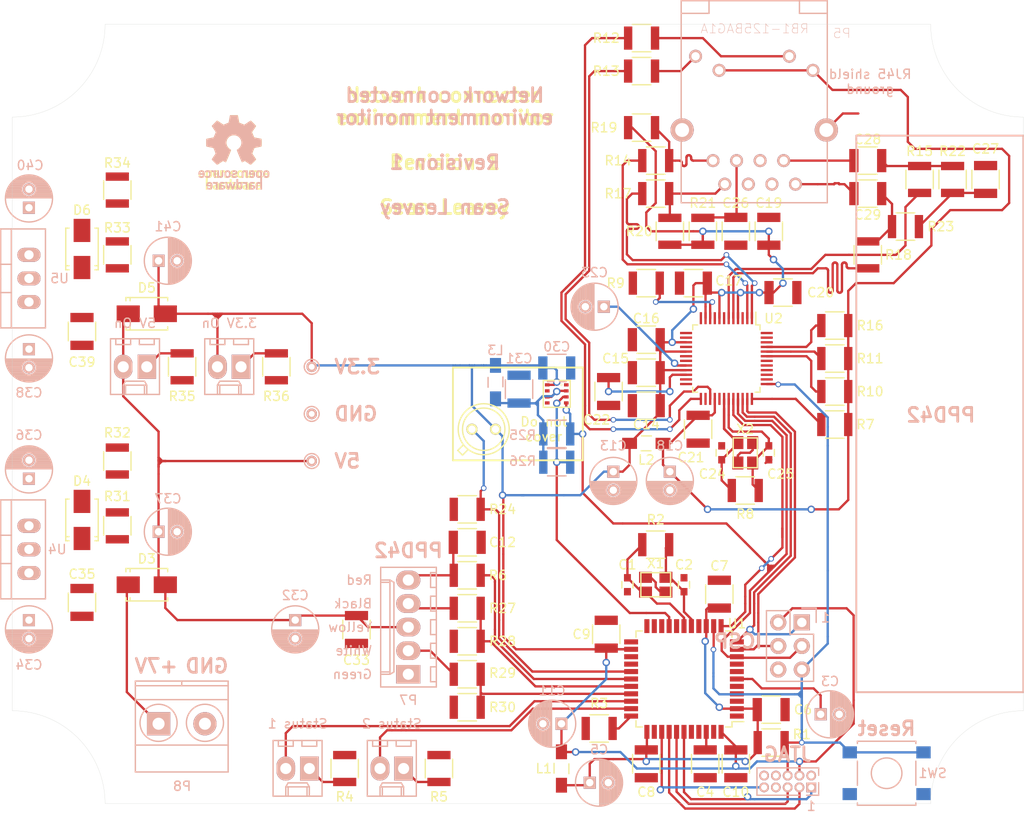
<source format=kicad_pcb>
(kicad_pcb (version 4) (host pcbnew 4.0.4+dfsg1-stable)
  (layers (0 F.Cu signal) (31 B.Cu signal) (34 B.Paste user) (35 F.Paste user) (36 B.SilkS user) (37 F.SilkS user) (38 B.Mask user) (39 F.Mask user) (44 Edge.Cuts user))
  (net 0 "")
  (net 1 "Net-(C1-Pad1)")
  (net 2 GND)
  (net 3 "Net-(C2-Pad1)")
  (net 4 "Net-(C3-Pad1)")
  (net 5 "Net-(C4-Pad1)")
  (net 6 /Microcontroller/3V3D)
  (net 7 /Microcontroller/3V3A)
  (net 8 /Microcontroller/P_THRESH)
  (net 9 "/Network I/O/3V3D")
  (net 10 "Net-(C22-Pad2)")
  (net 11 "Net-(C23-Pad1)")
  (net 12 "Net-(C24-Pad2)")
  (net 13 "Net-(C25-Pad2)")
  (net 14 "Net-(C26-Pad1)")
  (net 15 "Net-(C27-Pad1)")
  (net 16 /Sensors/3V3D)
  (net 17 "/Power Supply/5VA")
  (net 18 "/Power Supply/+6V")
  (net 19 "Net-(C36-Pad1)")
  (net 20 "Net-(C40-Pad1)")
  (net 21 "Net-(D1-Pad1)")
  (net 22 "Net-(D1-Pad2)")
  (net 23 "Net-(D2-Pad1)")
  (net 24 "Net-(D2-Pad2)")
  (net 25 "Net-(D7-Pad1)")
  (net 26 "Net-(D8-Pad1)")
  (net 27 "Net-(JP1-Pad1)")
  (net 28 /Microcontroller/MISO)
  (net 29 /Microcontroller/SCLK)
  (net 30 /Microcontroller/MOSI)
  (net 31 /Microcontroller/~RESET)
  (net 32 "Net-(P4-Pad1)")
  (net 33 "Net-(P4-Pad3)")
  (net 34 "Net-(P4-Pad5)")
  (net 35 "Net-(P4-Pad7)")
  (net 36 "Net-(P4-Pad9)")
  (net 37 "Net-(P4-Pad8)")
  (net 38 "Net-(P5-PadR6)")
  (net 39 "Net-(P5-PadR5)")
  (net 40 "Net-(P5-PadR4)")
  (net 41 "/Network I/O/ACTLED")
  (net 42 "/Network I/O/LINKLED")
  (net 43 /Microcontroller/LDR_OUT)
  (net 44 "Net-(P7-Pad2)")
  (net 45 "Net-(P7-Pad4)")
  (net 46 "Net-(R3-Pad2)")
  (net 47 "Net-(R6-Pad2)")
  (net 48 "Net-(R7-Pad2)")
  (net 49 "Net-(R9-Pad2)")
  (net 50 "Net-(R10-Pad2)")
  (net 51 "Net-(R11-Pad2)")
  (net 52 "Net-(R12-Pad2)")
  (net 53 "Net-(R13-Pad2)")
  (net 54 "Net-(R16-Pad2)")
  (net 55 /Microcontroller/SDA)
  (net 56 /Microcontroller/P_OUT_1)
  (net 57 /Microcontroller/P_OUT_2)
  (net 58 "Net-(U1-Pad3)")
  (net 59 "Net-(U1-Pad4)")
  (net 60 "Net-(U1-Pad7)")
  (net 61 "Net-(U1-Pad8)")
  (net 62 /Microcontroller/SS_PHY)
  (net 63 "Net-(U2-Pad7)")
  (net 64 "Net-(U2-Pad12)")
  (net 65 "Net-(U2-Pad13)")
  (net 66 "Net-(U2-Pad18)")
  (net 67 "Net-(U2-Pad23)")
  (net 68 "Net-(U2-Pad24)")
  (net 69 "Net-(U2-Pad26)")
  (net 70 "Net-(U2-Pad38)")
  (net 71 "Net-(U2-Pad39)")
  (net 72 "Net-(U2-Pad40)")
  (net 73 "Net-(U2-Pad41)")
  (net 74 "Net-(U2-Pad42)")
  (net 75 "Net-(U2-Pad46)")
  (net 76 "Net-(U2-Pad47)")
  (net 77 "/Network I/O/RX2+")
  (net 78 "/Network I/O/RX1+")
  (net 79 "/Network I/O/RX2-")
  (net 80 "/Network I/O/RX1-")
  (net 81 "/Network I/O/TX1-")
  (net 82 "/Network I/O/TX1+")
  (net 83 "Net-(U1-Pad1)")
  (net 84 "Net-(U1-Pad18)")
  (net 85 "Net-(U1-Pad20)")
  (net 86 "Net-(U1-Pad21)")
  (net 87 "Net-(U1-Pad22)")
  (net 88 "Net-(U1-Pad25)")
  (net 89 "Net-(U1-Pad26)")
  (net 90 "Net-(U1-Pad40)")
  (net 91 "Net-(U1-Pad41)")
  (net 92 "Net-(P5-PadS1)")
  (net 93 "/Network I/O/TX+")
  (net 94 "/Network I/O/RX+")
  (net 95 "/Network I/O/TX-")
  (net 96 "/Network I/O/RX-")
  (module Capacitors_ThroughHole:C_Radial_D5_L11_P2 (layer B.Cu) (at 189.484 133.35)
    (fp_text reference C3 (at 1.016 -3.556) (layer B.SilkS) (effects (justify mirror)))
    (fp_text value 10u)
    (pad 1 thru_hole rect (at 0 0) (size 1.3 1.3) (drill 0.8) (layers *.Cu *.Mask B.SilkS) (net 4 "Net-(C3-Pad1)"))
    (pad 2 thru_hole circle (at 2 0) (size 1.3 1.3) (drill 0.8) (layers *.Cu *.Mask B.SilkS) (net 2 GND))
  )
  (module Capacitors_ThroughHole:C_Radial_D5_L11_P2 (layer B.Cu) (at 164.592 140.716)
    (fp_text reference C5 (at 1.016 -3.556) (layer B.SilkS) (effects (justify mirror)))
    (fp_text value 10u)
    (pad 1 thru_hole rect (at 0 0) (size 1.3 1.3) (drill 0.8) (layers *.Cu *.Mask B.SilkS) (net 6 /Microcontroller/3V3D))
    (pad 2 thru_hole circle (at 2 0) (size 1.3 1.3) (drill 0.8) (layers *.Cu *.Mask B.SilkS) (net 2 GND))
  )
  (module Capacitors_ThroughHole:C_Radial_D5_L11_P2 (layer B.Cu) (at 161.544 134.366 180)
    (fp_text reference C11 (at 1.016 3.556 180) (layer B.SilkS) (effects (justify mirror)))
    (fp_text value 10u)
    (pad 1 thru_hole rect (at 0 0 180) (size 1.3 1.3) (drill 0.8) (layers *.Cu *.Mask B.SilkS) (net 7 /Microcontroller/3V3A))
    (pad 2 thru_hole circle (at 2 0 180) (size 1.3 1.3) (drill 0.8) (layers *.Cu *.Mask B.SilkS) (net 2 GND))
  )
  (module Capacitors_ThroughHole:C_Radial_D5_L11_P2 (layer B.Cu) (at 167.132 107.188 270)
    (fp_text reference C13 (at -2.794 0 360) (layer B.SilkS) (effects (justify mirror)))
    (fp_text value 10u)
    (pad 1 thru_hole rect (at 0 0 270) (size 1.3 1.3) (drill 0.8) (layers *.Cu *.Mask B.SilkS) (net 7 /Microcontroller/3V3A))
    (pad 2 thru_hole circle (at 2 0 270) (size 1.3 1.3) (drill 0.8) (layers *.Cu *.Mask B.SilkS) (net 2 GND))
  )
  (module Capacitors_ThroughHole:C_Radial_D5_L11_P2 (layer B.Cu) (at 173.228 107.188 270)
    (fp_text reference C18 (at -2.794 0 360) (layer B.SilkS) (effects (justify mirror)))
    (fp_text value 10u)
    (pad 1 thru_hole rect (at 0 0 270) (size 1.3 1.3) (drill 0.8) (layers *.Cu *.Mask B.SilkS) (net 9 "/Network I/O/3V3D"))
    (pad 2 thru_hole circle (at 2 0 270) (size 1.3 1.3) (drill 0.8) (layers *.Cu *.Mask B.SilkS) (net 2 GND))
  )
  (module Capacitors_ThroughHole:C_Radial_D5_L11_P2 (layer B.Cu) (at 166.116 89.408 180)
    (fp_text reference C23 (at 1.016 3.683 180) (layer B.SilkS) (effects (justify mirror)))
    (fp_text value 4u7)
    (pad 1 thru_hole rect (at 0 0 180) (size 1.3 1.3) (drill 0.8) (layers *.Cu *.Mask B.SilkS) (net 11 "Net-(C23-Pad1)"))
    (pad 2 thru_hole circle (at 2 0 180) (size 1.3 1.3) (drill 0.8) (layers *.Cu *.Mask B.SilkS) (net 2 GND))
  )
  (module Capacitors_ThroughHole:C_Radial_D5_L11_P2 (layer B.Cu) (at 132.842 123.19 270)
    (fp_text reference C32 (at -2.667 0 360) (layer B.SilkS) (effects (justify mirror)))
    (fp_text value 10u)
    (pad 1 thru_hole rect (at 0 0 270) (size 1.3 1.3) (drill 0.8) (layers *.Cu *.Mask B.SilkS) (net 17 "/Power Supply/5VA"))
    (pad 2 thru_hole circle (at 2 0 270) (size 1.3 1.3) (drill 0.8) (layers *.Cu *.Mask B.SilkS) (net 2 GND))
  )
  (module Capacitors_ThroughHole:C_Radial_D5_L11_P2 (layer B.Cu) (at 104.14 123.19 270)
    (fp_text reference C34 (at 4.826 0 360) (layer B.SilkS) (effects (justify mirror)))
    (fp_text value 10u)
    (pad 1 thru_hole rect (at 0 0 270) (size 1.3 1.3) (drill 0.8) (layers *.Cu *.Mask B.SilkS) (net 18 "/Power Supply/+6V"))
    (pad 2 thru_hole circle (at 2 0 270) (size 1.3 1.3) (drill 0.8) (layers *.Cu *.Mask B.SilkS) (net 2 GND))
  )
  (module Capacitors_ThroughHole:C_Radial_D5_L11_P2 (layer B.Cu) (at 104.14 107.95 90)
    (fp_text reference C36 (at 4.699 0 180) (layer B.SilkS) (effects (justify mirror)))
    (fp_text value 10u)
    (pad 1 thru_hole rect (at 0 0 90) (size 1.3 1.3) (drill 0.8) (layers *.Cu *.Mask B.SilkS) (net 19 "Net-(C36-Pad1)"))
    (pad 2 thru_hole circle (at 2 0 90) (size 1.3 1.3) (drill 0.8) (layers *.Cu *.Mask B.SilkS) (net 2 GND))
  )
  (module Capacitors_ThroughHole:C_Radial_D5_L11_P2 (layer B.Cu) (at 118.11 113.665)
    (fp_text reference C37 (at 1.016 -3.556) (layer B.SilkS) (effects (justify mirror)))
    (fp_text value 10u)
    (pad 1 thru_hole rect (at 0 0) (size 1.3 1.3) (drill 0.8) (layers *.Cu *.Mask B.SilkS) (net 17 "/Power Supply/5VA"))
    (pad 2 thru_hole circle (at 2 0) (size 1.3 1.3) (drill 0.8) (layers *.Cu *.Mask B.SilkS) (net 2 GND))
  )
  (module Capacitors_ThroughHole:C_Radial_D5_L11_P2 (layer B.Cu) (at 104.14 93.98 270)
    (fp_text reference C38 (at 4.699 0 360) (layer B.SilkS) (effects (justify mirror)))
    (fp_text value 10u)
    (pad 1 thru_hole rect (at 0 0 270) (size 1.3 1.3) (drill 0.8) (layers *.Cu *.Mask B.SilkS) (net 17 "/Power Supply/5VA"))
    (pad 2 thru_hole circle (at 2 0 270) (size 1.3 1.3) (drill 0.8) (layers *.Cu *.Mask B.SilkS) (net 2 GND))
  )
  (module Capacitors_ThroughHole:C_Radial_D5_L11_P2 (layer B.Cu) (at 104.14 78.74 90)
    (fp_text reference C40 (at 4.572 0.127 180) (layer B.SilkS) (effects (justify mirror)))
    (fp_text value 10u)
    (pad 1 thru_hole rect (at 0 0 90) (size 1.3 1.3) (drill 0.8) (layers *.Cu *.Mask B.SilkS) (net 20 "Net-(C40-Pad1)"))
    (pad 2 thru_hole circle (at 2 0 90) (size 1.3 1.3) (drill 0.8) (layers *.Cu *.Mask B.SilkS) (net 2 GND))
  )
  (module Capacitors_ThroughHole:C_Radial_D5_L11_P2 (layer B.Cu) (at 118.11 84.455)
    (fp_text reference C41 (at 1.016 -3.683) (layer B.SilkS) (effects (justify mirror)))
    (fp_text value 10u)
    (pad 1 thru_hole rect (at 0 0) (size 1.3 1.3) (drill 0.8) (layers *.Cu *.Mask B.SilkS) (net 7 /Microcontroller/3V3A))
    (pad 2 thru_hole circle (at 2 0) (size 1.3 1.3) (drill 0.8) (layers *.Cu *.Mask B.SilkS) (net 2 GND))
  )
  (module Connectors_Molex:Molex_KK-6410-02_02x2.54mm_Straight (layer B.Cu) (at 134.366 139.192 180)
    (fp_text reference D1 hide)
    (fp_text value "Status 1")
    (pad 1 thru_hole rect (at 0 0 180) (size 2 2.6) (drill 1.2) (layers *.Cu *.Mask B.SilkS) (net 21 "Net-(D1-Pad1)"))
    (pad 2 thru_hole oval (at 2.54 0 180) (size 2 2.6) (drill 1.2) (layers *.Cu *.Mask B.SilkS) (net 22 "Net-(D1-Pad2)"))
  )
  (module Connectors_Molex:Molex_KK-6410-02_02x2.54mm_Straight (layer B.Cu) (at 144.526 139.192 180)
    (fp_text reference D2 hide)
    (fp_text value "Status 2")
    (pad 1 thru_hole rect (at 0 0 180) (size 2 2.6) (drill 1.2) (layers *.Cu *.Mask B.SilkS) (net 23 "Net-(D2-Pad1)"))
    (pad 2 thru_hole oval (at 2.54 0 180) (size 2 2.6) (drill 1.2) (layers *.Cu *.Mask B.SilkS) (net 24 "Net-(D2-Pad2)"))
  )
  (module Connectors_Molex:Molex_KK-6410-02_02x2.54mm_Straight (layer B.Cu) (at 116.84 95.885 180)
    (fp_text reference D7 hide)
    (fp_text value LED_5V)
    (pad 1 thru_hole rect (at 0 0 180) (size 2 2.6) (drill 1.2) (layers *.Cu *.Mask B.SilkS) (net 25 "Net-(D7-Pad1)"))
    (pad 2 thru_hole oval (at 2.54 0 180) (size 2 2.6) (drill 1.2) (layers *.Cu *.Mask B.SilkS) (net 17 "/Power Supply/5VA"))
  )
  (module Connectors_Molex:Molex_KK-6410-02_02x2.54mm_Straight (layer B.Cu) (at 127 95.885 180)
    (fp_text reference D8 hide)
    (fp_text value LED_3V3)
    (pad 1 thru_hole rect (at 0 0 180) (size 2 2.6) (drill 1.2) (layers *.Cu *.Mask B.SilkS) (net 26 "Net-(D8-Pad1)"))
    (pad 2 thru_hole oval (at 2.54 0 180) (size 2 2.6) (drill 1.2) (layers *.Cu *.Mask B.SilkS) (net 7 /Microcontroller/3V3A))
  )
  (module Pin_Headers:Pin_Header_Straight_2x03 (layer B.Cu) (at 187.452 123.444 180)
    (fp_text reference P2 (at 0 5.1 180) (layer B.SilkS) (effects (justify mirror)))
    (fp_text value ICSP)
    (pad 1 thru_hole rect (at 0 0 180) (size 1.7272 1.7272) (drill 1.016) (layers *.Cu *.Mask B.SilkS) (net 28 /Microcontroller/MISO))
    (pad 2 thru_hole oval (at 2.54 0 180) (size 1.7272 1.7272) (drill 1.016) (layers *.Cu *.Mask B.SilkS) (net 7 /Microcontroller/3V3A))
    (pad 3 thru_hole oval (at 0 -2.54 180) (size 1.7272 1.7272) (drill 1.016) (layers *.Cu *.Mask B.SilkS) (net 29 /Microcontroller/SCLK))
    (pad 4 thru_hole oval (at 2.54 -2.54 180) (size 1.7272 1.7272) (drill 1.016) (layers *.Cu *.Mask B.SilkS) (net 30 /Microcontroller/MOSI))
    (pad 5 thru_hole oval (at 0 -5.08 180) (size 1.7272 1.7272) (drill 1.016) (layers *.Cu *.Mask B.SilkS) (net 31 /Microcontroller/~RESET))
    (pad 6 thru_hole oval (at 2.54 -5.08 180) (size 1.7272 1.7272) (drill 1.016) (layers *.Cu *.Mask B.SilkS) (net 2 GND))
  )
  (module Pin_Headers:Pin_Header_Straight_2x05_Pitch1.27mm (layer B.Cu) (at 188.468 141.224 90)
    (fp_text reference P4 hide)
    (fp_text value JTAG)
    (pad 1 thru_hole rect (at 0 0 90) (size 1.05 1.05) (drill 0.65) (layers *.Cu *.Mask B.SilkS) (net 32 "Net-(P4-Pad1)"))
    (pad 3 thru_hole circle (at 0 -1.27 90) (size 1.05 1.05) (drill 0.65) (layers *.Cu *.Mask B.SilkS) (net 33 "Net-(P4-Pad3)"))
    (pad 5 thru_hole circle (at 0 -2.54 90) (size 1.05 1.05) (drill 0.65) (layers *.Cu *.Mask B.SilkS) (net 34 "Net-(P4-Pad5)"))
    (pad 7 thru_hole circle (at 0 -3.81 90) (size 1.05 1.05) (drill 0.65) (layers *.Cu *.Mask B.SilkS) (net 35 "Net-(P4-Pad7)"))
    (pad 9 thru_hole circle (at 0 -5.08 90) (size 1.05 1.05) (drill 0.65) (layers *.Cu *.Mask B.SilkS) (net 36 "Net-(P4-Pad9)"))
    (pad 4 thru_hole circle (at 1.27 -1.27 90) (size 1.05 1.05) (drill 0.65) (layers *.Cu *.Mask B.SilkS) (net 7 /Microcontroller/3V3A))
    (pad 6 thru_hole circle (at 1.27 -2.54 90) (size 1.05 1.05) (drill 0.65) (layers *.Cu *.Mask B.SilkS) (net 31 /Microcontroller/~RESET))
    (pad 8 thru_hole circle (at 1.27 -3.81 90) (size 1.05 1.05) (drill 0.65) (layers *.Cu *.Mask B.SilkS) (net 37 "Net-(P4-Pad8)"))
    (pad 10 thru_hole circle (at 1.27 -5.08 90) (size 1.05 1.05) (drill 0.65) (layers *.Cu *.Mask B.SilkS) (net 2 GND))
    (pad 2 thru_hole circle (at 1.27 0 90) (size 1.05 1.05) (drill 0.65) (layers *.Cu *.Mask B.SilkS) (net 2 GND))
  )
  (module TO_SOT_Packages_THT:TO-18_2Pin (layer F.Cu) (at 153.162 102.616)
    (fp_text reference P6 hide)
    (fp_text value NSL-19M51)
    (pad 2 thru_hole circle (at -1.27 0) (size 1.2 1.2) (drill 0.8) (layers *.Cu *.Mask F.SilkS) (net 43 /Microcontroller/LDR_OUT))
    (pad 1 thru_hole circle (at 1.27 0) (size 1.2 1.2) (drill 0.8) (layers *.Cu *.Mask F.SilkS) (net 7 /Microcontroller/3V3A))
  )
  (module Connectors_Molex:Molex_KK-6410-05_05x2.54mm_Straight (layer B.Cu) (at 145.034 129.032 90)
    (fp_text reference P7 (at -2.794 0 180) (layer B.SilkS) (effects (justify mirror)))
    (fp_text value PPD42)
    (pad 1 thru_hole rect (at 0 0 90) (size 2 2.6) (drill 1.2) (layers *.Cu *.Mask B.SilkS) (net 2 GND))
    (pad 2 thru_hole oval (at 2.54 0 90) (size 2 2.6) (drill 1.2) (layers *.Cu *.Mask B.SilkS) (net 44 "Net-(P7-Pad2)"))
    (pad 3 thru_hole oval (at 5.08 0 90) (size 2 2.6) (drill 1.2) (layers *.Cu *.Mask B.SilkS) (net 17 "/Power Supply/5VA"))
    (pad 4 thru_hole oval (at 7.62 0 90) (size 2 2.6) (drill 1.2) (layers *.Cu *.Mask B.SilkS) (net 45 "Net-(P7-Pad4)"))
    (pad 5 thru_hole oval (at 10.16 0 90) (size 2 2.6) (drill 1.2) (layers *.Cu *.Mask B.SilkS) (net 8 /Microcontroller/P_THRESH))
  )
  (module Terminal_Blocks:TerminalBlock_Pheonix_MKDS1.5-2pol (layer B.Cu) (at 118.11 134.366)
    (fp_text reference P8 (at 2.54 6.731) (layer B.SilkS) (effects (justify mirror)))
    (fp_text value POWER)
    (pad 1 thru_hole rect (at 0 0) (size 2.5 2.5) (drill 1.3) (layers *.Cu *.Mask B.SilkS) (net 18 "/Power Supply/+6V"))
    (pad 2 thru_hole circle (at 5 0) (size 2.5 2.5) (drill 1.3) (layers *.Cu *.Mask B.SilkS) (net 2 GND))
  )
  (module Buttons_Switches_SMD:SW_SPST_B3S-1000 (layer B.Cu) (at 196.596 139.7 180)
    (fp_text reference SW1 (at -4.953 0 180) (layer B.SilkS) (effects (justify mirror)))
    (fp_text value Reset)
    (pad 1 smd rect (at -3.975 2.25 180) (size 1.55 1.3) (layers B.Cu B.Paste B.Mask) (net 31 /Microcontroller/~RESET))
    (pad 1 smd rect (at 3.975 2.25 180) (size 1.55 1.3) (layers B.Cu B.Paste B.Mask) (net 31 /Microcontroller/~RESET))
    (pad 2 smd rect (at -3.975 -2.25 180) (size 1.55 1.3) (layers B.Cu B.Paste B.Mask) (net 2 GND))
    (pad 2 smd rect (at 3.975 -2.25 180) (size 1.55 1.3) (layers B.Cu B.Paste B.Mask) (net 2 GND))
  )
  (module Housings_QFP:TQFP-44_10x10mm_Pitch0.8mm (layer F.Cu) (at 174.752 129.54 180)
    (fp_text reference U1 (at -5.715 5.969 180) (layer F.SilkS))
    (fp_text value ATMEGA32U4-AU)
    (pad 1 smd rect (at -5.7 -4 180) (size 1.5 0.55) (layers F.Cu F.Paste F.Mask) (net 83 "Net-(U1-Pad1)"))
    (pad 2 smd rect (at -5.7 -3.2 180) (size 1.5 0.55) (layers F.Cu F.Paste F.Mask) (net 6 /Microcontroller/3V3D))
    (pad 3 smd rect (at -5.7 -2.4 180) (size 1.5 0.55) (layers F.Cu F.Paste F.Mask) (net 58 "Net-(U1-Pad3)"))
    (pad 4 smd rect (at -5.7 -1.6 180) (size 1.5 0.55) (layers F.Cu F.Paste F.Mask) (net 59 "Net-(U1-Pad4)"))
    (pad 5 smd rect (at -5.7 -0.8 180) (size 1.5 0.55) (layers F.Cu F.Paste F.Mask) (net 2 GND))
    (pad 6 smd rect (at -5.7 0 180) (size 1.5 0.55) (layers F.Cu F.Paste F.Mask) (net 4 "Net-(C3-Pad1)"))
    (pad 7 smd rect (at -5.7 0.8 180) (size 1.5 0.55) (layers F.Cu F.Paste F.Mask) (net 60 "Net-(U1-Pad7)"))
    (pad 8 smd rect (at -5.7 1.6 180) (size 1.5 0.55) (layers F.Cu F.Paste F.Mask) (net 61 "Net-(U1-Pad8)"))
    (pad 9 smd rect (at -5.7 2.4 180) (size 1.5 0.55) (layers F.Cu F.Paste F.Mask) (net 29 /Microcontroller/SCLK))
    (pad 10 smd rect (at -5.7 3.2 180) (size 1.5 0.55) (layers F.Cu F.Paste F.Mask) (net 30 /Microcontroller/MOSI))
    (pad 11 smd rect (at -5.7 4 180) (size 1.5 0.55) (layers F.Cu F.Paste F.Mask) (net 28 /Microcontroller/MISO))
    (pad 12 smd rect (at -4 5.7 270) (size 1.5 0.55) (layers F.Cu F.Paste F.Mask) (net 62 /Microcontroller/SS_PHY))
    (pad 13 smd rect (at -3.2 5.7 270) (size 1.5 0.55) (layers F.Cu F.Paste F.Mask) (net 31 /Microcontroller/~RESET))
    (pad 14 smd rect (at -2.4 5.7 270) (size 1.5 0.55) (layers F.Cu F.Paste F.Mask) (net 6 /Microcontroller/3V3D))
    (pad 15 smd rect (at -1.6 5.7 270) (size 1.5 0.55) (layers F.Cu F.Paste F.Mask) (net 2 GND))
    (pad 16 smd rect (at -0.8 5.7 270) (size 1.5 0.55) (layers F.Cu F.Paste F.Mask) (net 3 "Net-(C2-Pad1)"))
    (pad 17 smd rect (at 0 5.7 270) (size 1.5 0.55) (layers F.Cu F.Paste F.Mask) (net 1 "Net-(C1-Pad1)"))
    (pad 18 smd rect (at 0.8 5.7 270) (size 1.5 0.55) (layers F.Cu F.Paste F.Mask) (net 84 "Net-(U1-Pad18)"))
    (pad 19 smd rect (at 1.6 5.7 270) (size 1.5 0.55) (layers F.Cu F.Paste F.Mask) (net 55 /Microcontroller/SDA))
    (pad 20 smd rect (at 2.4 5.7 270) (size 1.5 0.55) (layers F.Cu F.Paste F.Mask) (net 85 "Net-(U1-Pad20)"))
    (pad 21 smd rect (at 3.2 5.7 270) (size 1.5 0.55) (layers F.Cu F.Paste F.Mask) (net 86 "Net-(U1-Pad21)"))
    (pad 22 smd rect (at 4 5.7 270) (size 1.5 0.55) (layers F.Cu F.Paste F.Mask) (net 87 "Net-(U1-Pad22)"))
    (pad 23 smd rect (at 5.7 4 180) (size 1.5 0.55) (layers F.Cu F.Paste F.Mask) (net 2 GND))
    (pad 24 smd rect (at 5.7 3.2 180) (size 1.5 0.55) (layers F.Cu F.Paste F.Mask) (net 7 /Microcontroller/3V3A))
    (pad 25 smd rect (at 5.7 2.4 180) (size 1.5 0.55) (layers F.Cu F.Paste F.Mask) (net 88 "Net-(U1-Pad25)"))
    (pad 26 smd rect (at 5.7 1.6 180) (size 1.5 0.55) (layers F.Cu F.Paste F.Mask) (net 89 "Net-(U1-Pad26)"))
    (pad 27 smd rect (at 5.7 0.8 180) (size 1.5 0.55) (layers F.Cu F.Paste F.Mask) (net 43 /Microcontroller/LDR_OUT))
    (pad 28 smd rect (at 5.7 0 180) (size 1.5 0.55) (layers F.Cu F.Paste F.Mask) (net 47 "Net-(R6-Pad2)"))
    (pad 29 smd rect (at 5.7 -0.8 180) (size 1.5 0.55) (layers F.Cu F.Paste F.Mask) (net 56 /Microcontroller/P_OUT_1))
    (pad 30 smd rect (at 5.7 -1.6 180) (size 1.5 0.55) (layers F.Cu F.Paste F.Mask) (net 57 /Microcontroller/P_OUT_2))
    (pad 31 smd rect (at 5.7 -2.4 180) (size 1.5 0.55) (layers F.Cu F.Paste F.Mask) (net 22 "Net-(D1-Pad2)"))
    (pad 32 smd rect (at 5.7 -3.2 180) (size 1.5 0.55) (layers F.Cu F.Paste F.Mask) (net 24 "Net-(D2-Pad2)"))
    (pad 33 smd rect (at 5.7 -4 180) (size 1.5 0.55) (layers F.Cu F.Paste F.Mask) (net 46 "Net-(R3-Pad2)"))
    (pad 34 smd rect (at 4 -5.7 270) (size 1.5 0.55) (layers F.Cu F.Paste F.Mask) (net 6 /Microcontroller/3V3D))
    (pad 35 smd rect (at 3.2 -5.7 270) (size 1.5 0.55) (layers F.Cu F.Paste F.Mask) (net 2 GND))
    (pad 36 smd rect (at 2.4 -5.7 270) (size 1.5 0.55) (layers F.Cu F.Paste F.Mask) (net 36 "Net-(P4-Pad9)"))
    (pad 37 smd rect (at 1.6 -5.7 270) (size 1.5 0.55) (layers F.Cu F.Paste F.Mask) (net 33 "Net-(P4-Pad3)"))
    (pad 38 smd rect (at 0.8 -5.7 270) (size 1.5 0.55) (layers F.Cu F.Paste F.Mask) (net 34 "Net-(P4-Pad5)"))
    (pad 39 smd rect (at 0 -5.7 270) (size 1.5 0.55) (layers F.Cu F.Paste F.Mask) (net 32 "Net-(P4-Pad1)"))
    (pad 40 smd rect (at -0.8 -5.7 270) (size 1.5 0.55) (layers F.Cu F.Paste F.Mask) (net 90 "Net-(U1-Pad40)"))
    (pad 41 smd rect (at -1.6 -5.7 270) (size 1.5 0.55) (layers F.Cu F.Paste F.Mask) (net 91 "Net-(U1-Pad41)"))
    (pad 42 smd rect (at -2.4 -5.7 270) (size 1.5 0.55) (layers F.Cu F.Paste F.Mask) (net 5 "Net-(C4-Pad1)"))
    (pad 43 smd rect (at -3.2 -5.7 270) (size 1.5 0.55) (layers F.Cu F.Paste F.Mask) (net 2 GND))
    (pad 44 smd rect (at -4 -5.7 270) (size 1.5 0.55) (layers F.Cu F.Paste F.Mask) (net 7 /Microcontroller/3V3A))
  )
  (module Housings_QFP:LQFP-48_7x7mm_Pitch0.5mm (layer F.Cu) (at 179.324 94.996 270)
    (fp_text reference U2 (at -4.318 -5.08 360) (layer F.SilkS))
    (fp_text value W5500)
    (pad 1 smd rect (at -4.35 -2.75 270) (size 1.3 0.25) (layers F.Cu F.Paste F.Mask) (net 95 "/Network I/O/TX-"))
    (pad 2 smd rect (at -4.35 -2.25 270) (size 1.3 0.25) (layers F.Cu F.Paste F.Mask) (net 93 "/Network I/O/TX+"))
    (pad 3 smd rect (at -4.35 -1.75 270) (size 1.3 0.25) (layers F.Cu F.Paste F.Mask) (net 2 GND))
    (pad 4 smd rect (at -4.35 -1.25 270) (size 1.3 0.25) (layers F.Cu F.Paste F.Mask) (net 7 /Microcontroller/3V3A))
    (pad 5 smd rect (at -4.35 -0.75 270) (size 1.3 0.25) (layers F.Cu F.Paste F.Mask) (net 96 "/Network I/O/RX-"))
    (pad 6 smd rect (at -4.35 -0.25 270) (size 1.3 0.25) (layers F.Cu F.Paste F.Mask) (net 94 "/Network I/O/RX+"))
    (pad 7 smd rect (at -4.35 0.25 270) (size 1.3 0.25) (layers F.Cu F.Paste F.Mask) (net 63 "Net-(U2-Pad7)"))
    (pad 8 smd rect (at -4.35 0.75 270) (size 1.3 0.25) (layers F.Cu F.Paste F.Mask) (net 7 /Microcontroller/3V3A))
    (pad 9 smd rect (at -4.35 1.25 270) (size 1.3 0.25) (layers F.Cu F.Paste F.Mask) (net 2 GND))
    (pad 10 smd rect (at -4.35 1.75 270) (size 1.3 0.25) (layers F.Cu F.Paste F.Mask) (net 49 "Net-(R9-Pad2)"))
    (pad 11 smd rect (at -4.35 2.25 270) (size 1.3 0.25) (layers F.Cu F.Paste F.Mask) (net 7 /Microcontroller/3V3A))
    (pad 12 smd rect (at -4.35 2.75 270) (size 1.3 0.25) (layers F.Cu F.Paste F.Mask) (net 64 "Net-(U2-Pad12)"))
    (pad 13 smd rect (at -2.75 4.35) (size 1.3 0.25) (layers F.Cu F.Paste F.Mask) (net 65 "Net-(U2-Pad13)"))
    (pad 14 smd rect (at -2.25 4.35) (size 1.3 0.25) (layers F.Cu F.Paste F.Mask) (net 2 GND))
    (pad 15 smd rect (at -1.75 4.35) (size 1.3 0.25) (layers F.Cu F.Paste F.Mask) (net 7 /Microcontroller/3V3A))
    (pad 16 smd rect (at -1.25 4.35) (size 1.3 0.25) (layers F.Cu F.Paste F.Mask) (net 2 GND))
    (pad 17 smd rect (at -0.75 4.35) (size 1.3 0.25) (layers F.Cu F.Paste F.Mask) (net 7 /Microcontroller/3V3A))
    (pad 18 smd rect (at -0.25 4.35) (size 1.3 0.25) (layers F.Cu F.Paste F.Mask) (net 66 "Net-(U2-Pad18)"))
    (pad 19 smd rect (at 0.25 4.35) (size 1.3 0.25) (layers F.Cu F.Paste F.Mask) (net 2 GND))
    (pad 20 smd rect (at 0.75 4.35) (size 1.3 0.25) (layers F.Cu F.Paste F.Mask) (net 11 "Net-(C23-Pad1)"))
    (pad 21 smd rect (at 1.25 4.35) (size 1.3 0.25) (layers F.Cu F.Paste F.Mask) (net 7 /Microcontroller/3V3A))
    (pad 22 smd rect (at 1.75 4.35) (size 1.3 0.25) (layers F.Cu F.Paste F.Mask) (net 10 "Net-(C22-Pad2)"))
    (pad 23 smd rect (at 2.25 4.35) (size 1.3 0.25) (layers F.Cu F.Paste F.Mask) (net 67 "Net-(U2-Pad23)"))
    (pad 24 smd rect (at 2.75 4.35) (size 1.3 0.25) (layers F.Cu F.Paste F.Mask) (net 68 "Net-(U2-Pad24)"))
    (pad 25 smd rect (at 4.35 2.75 270) (size 1.3 0.25) (layers F.Cu F.Paste F.Mask) (net 52 "Net-(R12-Pad2)"))
    (pad 26 smd rect (at 4.35 2.25 270) (size 1.3 0.25) (layers F.Cu F.Paste F.Mask) (net 69 "Net-(U2-Pad26)"))
    (pad 27 smd rect (at 4.35 1.75 270) (size 1.3 0.25) (layers F.Cu F.Paste F.Mask) (net 53 "Net-(R13-Pad2)"))
    (pad 28 smd rect (at 4.35 1.25 270) (size 1.3 0.25) (layers F.Cu F.Paste F.Mask) (net 9 "/Network I/O/3V3D"))
    (pad 29 smd rect (at 4.35 0.75 270) (size 1.3 0.25) (layers F.Cu F.Paste F.Mask) (net 2 GND))
    (pad 30 smd rect (at 4.35 0.25 270) (size 1.3 0.25) (layers F.Cu F.Paste F.Mask) (net 12 "Net-(C24-Pad2)"))
    (pad 31 smd rect (at 4.35 -0.25 270) (size 1.3 0.25) (layers F.Cu F.Paste F.Mask) (net 13 "Net-(C25-Pad2)"))
    (pad 32 smd rect (at 4.35 -0.75 270) (size 1.3 0.25) (layers F.Cu F.Paste F.Mask) (net 62 /Microcontroller/SS_PHY))
    (pad 33 smd rect (at 4.35 -1.25 270) (size 1.3 0.25) (layers F.Cu F.Paste F.Mask) (net 29 /Microcontroller/SCLK))
    (pad 34 smd rect (at 4.35 -1.75 270) (size 1.3 0.25) (layers F.Cu F.Paste F.Mask) (net 28 /Microcontroller/MISO))
    (pad 35 smd rect (at 4.35 -2.25 270) (size 1.3 0.25) (layers F.Cu F.Paste F.Mask) (net 30 /Microcontroller/MOSI))
    (pad 36 smd rect (at 4.35 -2.75 270) (size 1.3 0.25) (layers F.Cu F.Paste F.Mask) (net 48 "Net-(R7-Pad2)"))
    (pad 37 smd rect (at 2.75 -4.35) (size 1.3 0.25) (layers F.Cu F.Paste F.Mask) (net 31 /Microcontroller/~RESET))
    (pad 38 smd rect (at 2.25 -4.35) (size 1.3 0.25) (layers F.Cu F.Paste F.Mask) (net 70 "Net-(U2-Pad38)"))
    (pad 39 smd rect (at 1.75 -4.35) (size 1.3 0.25) (layers F.Cu F.Paste F.Mask) (net 71 "Net-(U2-Pad39)"))
    (pad 40 smd rect (at 1.25 -4.35) (size 1.3 0.25) (layers F.Cu F.Paste F.Mask) (net 72 "Net-(U2-Pad40)"))
    (pad 41 smd rect (at 0.75 -4.35) (size 1.3 0.25) (layers F.Cu F.Paste F.Mask) (net 73 "Net-(U2-Pad41)"))
    (pad 42 smd rect (at 0.25 -4.35) (size 1.3 0.25) (layers F.Cu F.Paste F.Mask) (net 74 "Net-(U2-Pad42)"))
    (pad 43 smd rect (at -0.25 -4.35) (size 1.3 0.25) (layers F.Cu F.Paste F.Mask) (net 50 "Net-(R10-Pad2)"))
    (pad 44 smd rect (at -0.75 -4.35) (size 1.3 0.25) (layers F.Cu F.Paste F.Mask) (net 51 "Net-(R11-Pad2)"))
    (pad 45 smd rect (at -1.25 -4.35) (size 1.3 0.25) (layers F.Cu F.Paste F.Mask) (net 54 "Net-(R16-Pad2)"))
    (pad 46 smd rect (at -1.75 -4.35) (size 1.3 0.25) (layers F.Cu F.Paste F.Mask) (net 75 "Net-(U2-Pad46)"))
    (pad 47 smd rect (at -2.25 -4.35) (size 1.3 0.25) (layers F.Cu F.Paste F.Mask) (net 76 "Net-(U2-Pad47)"))
    (pad 48 smd rect (at -2.75 -4.35) (size 1.3 0.25) (layers F.Cu F.Paste F.Mask) (net 2 GND))
  )
  (module Bosch_Environment_Sensor:Bosch_BME280_LGA-8 (layer F.Cu) (at 161.036 98.806)
    (fp_text reference U3 hide)
    (fp_text value Bosch_BME280)
    (pad 8 smd rect (at -1.025 -0.975 90) (size 0.35 0.5) (layers F.Cu F.Paste F.Mask) (net 7 /Microcontroller/3V3A))
    (pad 1 smd rect (at 1.025 -0.975 90) (size 0.35 0.5) (layers F.Cu F.Paste F.Mask) (net 2 GND))
    (pad 7 smd rect (at -1.025 -0.325 90) (size 0.35 0.5) (layers F.Cu F.Paste F.Mask) (net 2 GND))
    (pad 2 smd rect (at 1.025 -0.325 90) (size 0.35 0.5) (layers F.Cu F.Paste F.Mask) (net 16 /Sensors/3V3D))
    (pad 6 smd rect (at -1.025 0.325 90) (size 0.35 0.5) (layers F.Cu F.Paste F.Mask) (net 16 /Sensors/3V3D))
    (pad 3 smd rect (at 1.025 0.325 90) (size 0.35 0.5) (layers F.Cu F.Paste F.Mask) (net 55 /Microcontroller/SDA))
    (pad 5 smd rect (at -1.025 0.975 90) (size 0.35 0.5) (layers F.Cu F.Paste F.Mask) (net 2 GND))
    (pad 4 smd rect (at 1.025 0.975 90) (size 0.35 0.5) (layers F.Cu F.Paste F.Mask) (net 29 /Microcontroller/SCLK))
  )
  (module Connect:PINTST (layer B.Cu) (at 134.62 106.045)
    (fp_text reference W1 hide)
    (fp_text value TEST_5V)
    (pad 1 thru_hole circle (at 0 0) (size 1.143 1.143) (drill 0.635) (layers *.Cu *.Mask B.SilkS) (net 17 "/Power Supply/5VA"))
  )
  (module Connect:PINTST (layer B.Cu) (at 134.62 95.885)
    (fp_text reference W2 hide)
    (fp_text value TEST_3V3)
    (pad 1 thru_hole circle (at 0 0) (size 1.143 1.143) (drill 0.635) (layers *.Cu *.Mask B.SilkS) (net 7 /Microcontroller/3V3A))
  )
  (module Connect:PINTST (layer B.Cu) (at 134.62 100.965)
    (fp_text reference W3 hide)
    (fp_text value TEST_GND)
    (pad 1 thru_hole circle (at 0 0) (size 1.143 1.143) (drill 0.635) (layers *.Cu *.Mask B.SilkS) (net 2 GND))
  )
  (module Crystals:crystal_FA238-TSX3225 (layer F.Cu) (at 171.704 119.38)
    (fp_text reference X1 (at 0 -2.286) (layer F.SilkS))
    (fp_text value 16MHz)
    (pad 1 smd rect (at -1.1 0.8) (size 1.4 1.2) (layers F.Cu F.Paste F.Mask) (net 1 "Net-(C1-Pad1)"))
    (pad 3 smd rect (at 1.1 0.8) (size 1.4 1.2) (layers F.Cu F.Paste F.Mask) (net 2 GND))
    (pad 3 smd rect (at -1.1 -0.8) (size 1.4 1.2) (layers F.Cu F.Paste F.Mask) (net 2 GND))
    (pad 2 smd rect (at 1.1 -0.8) (size 1.4 1.2) (layers F.Cu F.Paste F.Mask) (net 3 "Net-(C2-Pad1)"))
  )
  (module Crystals:crystal_FA238-TSX3225 (layer F.Cu) (at 181.356 105.156 90)
    (fp_text reference X2 (at 2.54 0 180) (layer F.SilkS))
    (fp_text value 25MHz)
    (pad 1 smd rect (at -1.1 0.8 90) (size 1.4 1.2) (layers F.Cu F.Paste F.Mask) (net 13 "Net-(C25-Pad2)"))
    (pad 3 smd rect (at 1.1 0.8 90) (size 1.4 1.2) (layers F.Cu F.Paste F.Mask) (net 2 GND))
    (pad 3 smd rect (at -1.1 -0.8 90) (size 1.4 1.2) (layers F.Cu F.Paste F.Mask) (net 2 GND))
    (pad 2 smd rect (at 1.1 -0.8 90) (size 1.4 1.2) (layers F.Cu F.Paste F.Mask) (net 12 "Net-(C24-Pad2)"))
  )
  (module Symbols:OSHW-Logo_7.5x8mm_SilkScreen (layer F.Cu) (at 126.238 72.771)
    (fp_text reference REF*** hide)
    (fp_text value OSHW-Logo_7.5x8mm_SilkScreen hide)
  )
  (module Capacitors_SMD:C_0603 (layer F.Cu) (at 168.656 119.38 270)
    (fp_text reference C1 (at -2.159 0 360) (layer F.SilkS))
    (fp_text value 12p)
    (pad 1 smd rect (at -0.75 0 270) (size 0.8 0.75) (layers F.Cu F.Paste F.Mask) (net 1 "Net-(C1-Pad1)"))
    (pad 2 smd rect (at 0.75 0 270) (size 0.8 0.75) (layers F.Cu F.Paste F.Mask) (net 2 GND))
  )
  (module Capacitors_SMD:C_0603 (layer F.Cu) (at 174.752 119.38 90)
    (fp_text reference C2 (at 2.159 0 180) (layer F.SilkS))
    (fp_text value 12p)
    (pad 1 smd rect (at -0.75 0 90) (size 0.8 0.75) (layers F.Cu F.Paste F.Mask) (net 3 "Net-(C2-Pad1)"))
    (pad 2 smd rect (at 0.75 0 90) (size 0.8 0.75) (layers F.Cu F.Paste F.Mask) (net 2 GND))
  )
  (module Capacitors_SMD:C_1210 (layer F.Cu) (at 177.038 138.684 270)
    (fp_text reference C4 (at 3.048 0 360) (layer F.SilkS))
    (fp_text value 100n)
    (pad 1 smd rect (at -1.5 0 270) (size 1 2.5) (layers F.Cu F.Paste F.Mask) (net 5 "Net-(C4-Pad1)"))
    (pad 2 smd rect (at 1.5 0 270) (size 1 2.5) (layers F.Cu F.Paste F.Mask) (net 2 GND))
  )
  (module Capacitors_SMD:C_1210 (layer F.Cu) (at 184.15 132.842 180)
    (fp_text reference C6 (at -3.429 0 180) (layer F.SilkS))
    (fp_text value 100n)
    (pad 1 smd rect (at -1.5 0 180) (size 1 2.5) (layers F.Cu F.Paste F.Mask) (net 2 GND))
    (pad 2 smd rect (at 1.5 0 180) (size 1 2.5) (layers F.Cu F.Paste F.Mask) (net 6 /Microcontroller/3V3D))
  )
  (module Capacitors_SMD:C_1210 (layer F.Cu) (at 178.562 120.396 270)
    (fp_text reference C7 (at -3.048 0 360) (layer F.SilkS))
    (fp_text value 100n)
    (pad 1 smd rect (at -1.5 0 270) (size 1 2.5) (layers F.Cu F.Paste F.Mask) (net 2 GND))
    (pad 2 smd rect (at 1.5 0 270) (size 1 2.5) (layers F.Cu F.Paste F.Mask) (net 6 /Microcontroller/3V3D))
  )
  (module Capacitors_SMD:C_1210 (layer F.Cu) (at 170.688 138.684 90)
    (fp_text reference C8 (at -3.048 0 180) (layer F.SilkS))
    (fp_text value 100n)
    (pad 1 smd rect (at -1.5 0 90) (size 1 2.5) (layers F.Cu F.Paste F.Mask) (net 2 GND))
    (pad 2 smd rect (at 1.5 0 90) (size 1 2.5) (layers F.Cu F.Paste F.Mask) (net 6 /Microcontroller/3V3D))
  )
  (module Capacitors_SMD:C_1210 (layer F.Cu) (at 166.37 124.714 270)
    (fp_text reference C9 (at 0 2.667 360) (layer F.SilkS))
    (fp_text value 100n)
    (pad 1 smd rect (at -1.5 0 270) (size 1 2.5) (layers F.Cu F.Paste F.Mask) (net 2 GND))
    (pad 2 smd rect (at 1.5 0 270) (size 1 2.5) (layers F.Cu F.Paste F.Mask) (net 7 /Microcontroller/3V3A))
  )
  (module Capacitors_SMD:C_1210 (layer F.Cu) (at 180.34 138.684 90)
    (fp_text reference C10 (at -3.048 0 180) (layer F.SilkS))
    (fp_text value 100n)
    (pad 1 smd rect (at -1.5 0 90) (size 1 2.5) (layers F.Cu F.Paste F.Mask) (net 2 GND))
    (pad 2 smd rect (at 1.5 0 90) (size 1 2.5) (layers F.Cu F.Paste F.Mask) (net 7 /Microcontroller/3V3A))
  )
  (module Capacitors_SMD:C_1210 (layer F.Cu) (at 151.384 114.808)
    (fp_text reference C12 (at 3.81 0) (layer F.SilkS))
    (fp_text value 100n)
    (pad 1 smd rect (at -1.5 0) (size 1 2.5) (layers F.Cu F.Paste F.Mask) (net 8 /Microcontroller/P_THRESH))
    (pad 2 smd rect (at 1.5 0) (size 1 2.5) (layers F.Cu F.Paste F.Mask) (net 2 GND))
  )
  (module Capacitors_SMD:C_1210 (layer F.Cu) (at 170.688 100.076 180)
    (fp_text reference C14 (at 0 -2.032 180) (layer F.SilkS))
    (fp_text value 100n)
    (pad 1 smd rect (at -1.5 0 180) (size 1 2.5) (layers F.Cu F.Paste F.Mask) (net 7 /Microcontroller/3V3A))
    (pad 2 smd rect (at 1.5 0 180) (size 1 2.5) (layers F.Cu F.Paste F.Mask) (net 2 GND))
  )
  (module Capacitors_SMD:C_1210 (layer F.Cu) (at 170.688 96.52 180)
    (fp_text reference C15 (at 3.302 1.524 180) (layer F.SilkS))
    (fp_text value 100n)
    (pad 1 smd rect (at -1.5 0 180) (size 1 2.5) (layers F.Cu F.Paste F.Mask) (net 7 /Microcontroller/3V3A))
    (pad 2 smd rect (at 1.5 0 180) (size 1 2.5) (layers F.Cu F.Paste F.Mask) (net 2 GND))
  )
  (module Capacitors_SMD:C_1210 (layer F.Cu) (at 170.688 92.964 180)
    (fp_text reference C16 (at 0 2.286 180) (layer F.SilkS))
    (fp_text value 100n)
    (pad 1 smd rect (at -1.5 0 180) (size 1 2.5) (layers F.Cu F.Paste F.Mask) (net 7 /Microcontroller/3V3A))
    (pad 2 smd rect (at 1.5 0 180) (size 1 2.5) (layers F.Cu F.Paste F.Mask) (net 2 GND))
  )
  (module Capacitors_SMD:C_1210 (layer F.Cu) (at 175.768 86.868 180)
    (fp_text reference C17 (at -3.81 0.254 180) (layer F.SilkS))
    (fp_text value 100n)
    (pad 1 smd rect (at -1.5 0 180) (size 1 2.5) (layers F.Cu F.Paste F.Mask) (net 7 /Microcontroller/3V3A))
    (pad 2 smd rect (at 1.5 0 180) (size 1 2.5) (layers F.Cu F.Paste F.Mask) (net 2 GND))
  )
  (module Capacitors_SMD:C_1210 (layer F.Cu) (at 183.896 81.28 90)
    (fp_text reference C19 (at 3.048 0 180) (layer F.SilkS))
    (fp_text value 100n)
    (pad 1 smd rect (at -1.5 0 90) (size 1 2.5) (layers F.Cu F.Paste F.Mask) (net 7 /Microcontroller/3V3A))
    (pad 2 smd rect (at 1.5 0 90) (size 1 2.5) (layers F.Cu F.Paste F.Mask) (net 2 GND))
  )
  (module Capacitors_SMD:C_1210 (layer F.Cu) (at 185.42 87.884)
    (fp_text reference C20 (at 4.064 0) (layer F.SilkS))
    (fp_text value 100n)
    (pad 1 smd rect (at -1.5 0) (size 1 2.5) (layers F.Cu F.Paste F.Mask) (net 7 /Microcontroller/3V3A))
    (pad 2 smd rect (at 1.5 0) (size 1 2.5) (layers F.Cu F.Paste F.Mask) (net 2 GND))
  )
  (module Capacitors_SMD:C_1210 (layer F.Cu) (at 176.276 102.616 270)
    (fp_text reference C21 (at 3.048 0.762 360) (layer F.SilkS))
    (fp_text value 100n)
    (pad 1 smd rect (at -1.5 0 270) (size 1 2.5) (layers F.Cu F.Paste F.Mask) (net 9 "/Network I/O/3V3D"))
    (pad 2 smd rect (at 1.5 0 270) (size 1 2.5) (layers F.Cu F.Paste F.Mask) (net 2 GND))
  )
  (module Capacitors_SMD:C_1210 (layer F.Cu) (at 166.624 98.552 90)
    (fp_text reference C22 (at -3.048 -1.27 180) (layer F.SilkS))
    (fp_text value 10n)
    (pad 1 smd rect (at -1.5 0 90) (size 1 2.5) (layers F.Cu F.Paste F.Mask) (net 2 GND))
    (pad 2 smd rect (at 1.5 0 90) (size 1 2.5) (layers F.Cu F.Paste F.Mask) (net 10 "Net-(C22-Pad2)"))
  )
  (module Capacitors_SMD:C_0603 (layer F.Cu) (at 178.816 105.156 270)
    (fp_text reference C24 (at 2.286 1.016 360) (layer F.SilkS))
    (fp_text value 12p)
    (pad 1 smd rect (at -0.75 0 270) (size 0.8 0.75) (layers F.Cu F.Paste F.Mask) (net 2 GND))
    (pad 2 smd rect (at 0.75 0 270) (size 0.8 0.75) (layers F.Cu F.Paste F.Mask) (net 12 "Net-(C24-Pad2)"))
  )
  (module Capacitors_SMD:C_0603 (layer F.Cu) (at 183.896 105.156 90)
    (fp_text reference C25 (at -2.286 1.27 180) (layer F.SilkS))
    (fp_text value 12p)
    (pad 1 smd rect (at -0.75 0 90) (size 0.8 0.75) (layers F.Cu F.Paste F.Mask) (net 2 GND))
    (pad 2 smd rect (at 0.75 0 90) (size 0.8 0.75) (layers F.Cu F.Paste F.Mask) (net 13 "Net-(C25-Pad2)"))
  )
  (module Capacitors_SMD:C_1210 (layer F.Cu) (at 180.34 81.28 270)
    (fp_text reference C26 (at -3.048 0 360) (layer F.SilkS))
    (fp_text value 100n)
    (pad 1 smd rect (at -1.5 0 270) (size 1 2.5) (layers F.Cu F.Paste F.Mask) (net 14 "Net-(C26-Pad1)"))
    (pad 2 smd rect (at 1.5 0 270) (size 1 2.5) (layers F.Cu F.Paste F.Mask) (net 2 GND))
  )
  (module Capacitors_SMD:C_1210 (layer F.Cu) (at 207.264 75.692 90)
    (fp_text reference C27 (at 3.302 0 180) (layer F.SilkS))
    (fp_text value 10n)
    (pad 1 smd rect (at -1.5 0 90) (size 1 2.5) (layers F.Cu F.Paste F.Mask) (net 15 "Net-(C27-Pad1)"))
    (pad 2 smd rect (at 1.5 0 90) (size 1 2.5) (layers F.Cu F.Paste F.Mask) (net 2 GND))
  )
  (module Capacitors_SMD:C_1210 (layer F.Cu) (at 194.564 73.66)
    (fp_text reference C28 (at 0 -2.286) (layer F.SilkS))
    (fp_text value 10n)
    (pad 1 smd rect (at -1.5 0) (size 1 2.5) (layers F.Cu F.Paste F.Mask) (net 77 "/Network I/O/RX2+"))
    (pad 2 smd rect (at 1.5 0) (size 1 2.5) (layers F.Cu F.Paste F.Mask) (net 78 "/Network I/O/RX1+"))
  )
  (module Capacitors_SMD:C_1210 (layer F.Cu) (at 194.564 77.216)
    (fp_text reference C29 (at 0 2.286) (layer F.SilkS))
    (fp_text value 10n)
    (pad 1 smd rect (at -1.5 0) (size 1 2.5) (layers F.Cu F.Paste F.Mask) (net 79 "/Network I/O/RX2-"))
    (pad 2 smd rect (at 1.5 0) (size 1 2.5) (layers F.Cu F.Paste F.Mask) (net 80 "/Network I/O/RX1-"))
  )
  (module Capacitors_SMD:C_1210 (layer B.Cu) (at 161.036 96.012)
    (fp_text reference C30 (at 0 -2.286) (layer B.SilkS) (effects (justify mirror)))
    (fp_text value 100n)
    (pad 1 smd rect (at -1.5 0) (size 1 2.5) (layers B.Cu B.Paste B.Mask) (net 7 /Microcontroller/3V3A))
    (pad 2 smd rect (at 1.5 0) (size 1 2.5) (layers B.Cu B.Paste B.Mask) (net 2 GND))
  )
  (module Capacitors_SMD:C_1210 (layer B.Cu) (at 156.972 98.298 90)
    (fp_text reference C31 (at 3.302 0 180) (layer B.SilkS) (effects (justify mirror)))
    (fp_text value 100n)
    (pad 1 smd rect (at -1.5 0 90) (size 1 2.5) (layers B.Cu B.Paste B.Mask) (net 16 /Sensors/3V3D))
    (pad 2 smd rect (at 1.5 0 90) (size 1 2.5) (layers B.Cu B.Paste B.Mask) (net 2 GND))
  )
  (module Capacitors_SMD:C_1210 (layer F.Cu) (at 139.446 124.206 90)
    (fp_text reference C33 (at -3.302 0 180) (layer F.SilkS))
    (fp_text value 100n)
    (pad 1 smd rect (at -1.5 0 90) (size 1 2.5) (layers F.Cu F.Paste F.Mask) (net 2 GND))
    (pad 2 smd rect (at 1.5 0 90) (size 1 2.5) (layers F.Cu F.Paste F.Mask) (net 17 "/Power Supply/5VA"))
  )
  (module Capacitors_SMD:C_1210 (layer F.Cu) (at 109.855 121.285 270)
    (fp_text reference C35 (at -3.048 0 360) (layer F.SilkS))
    (fp_text value 100n)
    (pad 1 smd rect (at -1.5 0 270) (size 1 2.5) (layers F.Cu F.Paste F.Mask) (net 18 "/Power Supply/+6V"))
    (pad 2 smd rect (at 1.5 0 270) (size 1 2.5) (layers F.Cu F.Paste F.Mask) (net 2 GND))
  )
  (module Capacitors_SMD:C_1210 (layer F.Cu) (at 109.855 92.075 270)
    (fp_text reference C39 (at 3.302 0 360) (layer F.SilkS))
    (fp_text value 100n)
    (pad 1 smd rect (at -1.5 0 270) (size 1 2.5) (layers F.Cu F.Paste F.Mask) (net 17 "/Power Supply/5VA"))
    (pad 2 smd rect (at 1.5 0 270) (size 1 2.5) (layers F.Cu F.Paste F.Mask) (net 2 GND))
  )
  (module Choke_SMD:Choke_SMD_1206_Standard (layer F.Cu) (at 161.544 139.192 270)
    (fp_text reference L1 (at 0 1.905 360) (layer F.SilkS))
    (fp_text value "Wurth WE-CBF")
    (pad 1 smd rect (at -1.80086 0 270) (size 1.6002 1.19888) (layers F.Cu F.Paste F.Mask) (net 7 /Microcontroller/3V3A))
    (pad 2 smd rect (at 1.80086 0 270) (size 1.6002 1.19888) (layers F.Cu F.Paste F.Mask) (net 6 /Microcontroller/3V3D))
  )
  (module Choke_SMD:Choke_SMD_1206_Standard (layer F.Cu) (at 170.688 104.14)
    (fp_text reference L2 (at 0 1.778) (layer F.SilkS))
    (fp_text value "Wurth WE-CBF")
    (pad 1 smd rect (at -1.80086 0) (size 1.6002 1.19888) (layers F.Cu F.Paste F.Mask) (net 7 /Microcontroller/3V3A))
    (pad 2 smd rect (at 1.80086 0) (size 1.6002 1.19888) (layers F.Cu F.Paste F.Mask) (net 9 "/Network I/O/3V3D"))
  )
  (module Choke_SMD:Choke_SMD_1206_Standard (layer B.Cu) (at 154.432 97.536 270)
    (fp_text reference L3 (at -3.429 0 360) (layer B.SilkS) (effects (justify mirror)))
    (fp_text value "Wurth WE-CBF")
    (pad 1 smd rect (at -1.80086 0 270) (size 1.6002 1.19888) (layers B.Cu B.Paste B.Mask) (net 7 /Microcontroller/3V3A))
    (pad 2 smd rect (at 1.80086 0 270) (size 1.6002 1.19888) (layers B.Cu B.Paste B.Mask) (net 16 /Sensors/3V3D))
  )
  (module Resistors_SMD:R_1210 (layer F.Cu) (at 184.15 136.398)
    (fp_text reference R1 (at 3.302 -0.889) (layer F.SilkS))
    (fp_text value 10k)
    (pad 1 smd rect (at -1.45 0) (size 0.9 2.5) (layers F.Cu F.Paste F.Mask) (net 6 /Microcontroller/3V3D))
    (pad 2 smd rect (at 1.45 0) (size 0.9 2.5) (layers F.Cu F.Paste F.Mask) (net 31 /Microcontroller/~RESET))
  )
  (module Resistors_SMD:R_1210 (layer F.Cu) (at 171.704 115.062)
    (fp_text reference R2 (at 0 -2.7) (layer F.SilkS))
    (fp_text value 1M)
    (pad 1 smd rect (at -1.45 0) (size 0.9 2.5) (layers F.Cu F.Paste F.Mask) (net 1 "Net-(C1-Pad1)"))
    (pad 2 smd rect (at 1.45 0) (size 0.9 2.5) (layers F.Cu F.Paste F.Mask) (net 3 "Net-(C2-Pad1)"))
  )
  (module Resistors_SMD:R_1210 (layer F.Cu) (at 165.608 134.874)
    (fp_text reference R3 (at 0 -2.7) (layer F.SilkS))
    (fp_text value 10k)
    (pad 1 smd rect (at -1.45 0) (size 0.9 2.5) (layers F.Cu F.Paste F.Mask) (net 2 GND))
    (pad 2 smd rect (at 1.45 0) (size 0.9 2.5) (layers F.Cu F.Paste F.Mask) (net 46 "Net-(R3-Pad2)"))
  )
  (module Resistors_SMD:R_1210 (layer F.Cu) (at 138.176 139.192 270)
    (fp_text reference R4 (at 3.048 0 360) (layer F.SilkS))
    (fp_text value 180R)
    (pad 1 smd rect (at -1.45 0 270) (size 0.9 2.5) (layers F.Cu F.Paste F.Mask) (net 2 GND))
    (pad 2 smd rect (at 1.45 0 270) (size 0.9 2.5) (layers F.Cu F.Paste F.Mask) (net 21 "Net-(D1-Pad1)"))
  )
  (module Resistors_SMD:R_1210 (layer F.Cu) (at 148.336 139.192 270)
    (fp_text reference R5 (at 3.048 0 360) (layer F.SilkS))
    (fp_text value 180R)
    (pad 1 smd rect (at -1.45 0 270) (size 0.9 2.5) (layers F.Cu F.Paste F.Mask) (net 2 GND))
    (pad 2 smd rect (at 1.45 0 270) (size 0.9 2.5) (layers F.Cu F.Paste F.Mask) (net 23 "Net-(D2-Pad1)"))
  )
  (module Resistors_SMD:R_1210 (layer F.Cu) (at 151.384 118.364)
    (fp_text reference R6 (at 3.302 0) (layer F.SilkS))
    (fp_text value 10k)
    (pad 1 smd rect (at -1.45 0) (size 0.9 2.5) (layers F.Cu F.Paste F.Mask) (net 8 /Microcontroller/P_THRESH))
    (pad 2 smd rect (at 1.45 0) (size 0.9 2.5) (layers F.Cu F.Paste F.Mask) (net 47 "Net-(R6-Pad2)"))
  )
  (module Resistors_SMD:R_1210 (layer F.Cu) (at 191.008 102.108 180)
    (fp_text reference R7 (at -3.302 0 180) (layer F.SilkS))
    (fp_text value 10k)
    (pad 1 smd rect (at -1.45 0 180) (size 0.9 2.5) (layers F.Cu F.Paste F.Mask) (net 9 "/Network I/O/3V3D"))
    (pad 2 smd rect (at 1.45 0 180) (size 0.9 2.5) (layers F.Cu F.Paste F.Mask) (net 48 "Net-(R7-Pad2)"))
  )
  (module Resistors_SMD:R_1210 (layer F.Cu) (at 181.356 109.22)
    (fp_text reference R8 (at 0 2.54) (layer F.SilkS))
    (fp_text value 1M)
    (pad 1 smd rect (at -1.45 0) (size 0.9 2.5) (layers F.Cu F.Paste F.Mask) (net 12 "Net-(C24-Pad2)"))
    (pad 2 smd rect (at 1.45 0) (size 0.9 2.5) (layers F.Cu F.Paste F.Mask) (net 13 "Net-(C25-Pad2)"))
  )
  (module Resistors_SMD:R_1210 (layer F.Cu) (at 170.688 86.868)
    (fp_text reference R9 (at -3.302 0) (layer F.SilkS))
    (fp_text value 12k4/1%)
    (pad 1 smd rect (at -1.45 0) (size 0.9 2.5) (layers F.Cu F.Paste F.Mask) (net 2 GND))
    (pad 2 smd rect (at 1.45 0) (size 0.9 2.5) (layers F.Cu F.Paste F.Mask) (net 49 "Net-(R9-Pad2)"))
  )
  (module Resistors_SMD:R_1210 (layer F.Cu) (at 191.008 98.552 180)
    (fp_text reference R10 (at -3.81 0 180) (layer F.SilkS))
    (fp_text value 10k)
    (pad 1 smd rect (at -1.45 0 180) (size 0.9 2.5) (layers F.Cu F.Paste F.Mask) (net 9 "/Network I/O/3V3D"))
    (pad 2 smd rect (at 1.45 0 180) (size 0.9 2.5) (layers F.Cu F.Paste F.Mask) (net 50 "Net-(R10-Pad2)"))
  )
  (module Resistors_SMD:R_1210 (layer F.Cu) (at 191.008 94.996 180)
    (fp_text reference R11 (at -3.81 0 180) (layer F.SilkS))
    (fp_text value 10k)
    (pad 1 smd rect (at -1.45 0 180) (size 0.9 2.5) (layers F.Cu F.Paste F.Mask) (net 9 "/Network I/O/3V3D"))
    (pad 2 smd rect (at 1.45 0 180) (size 0.9 2.5) (layers F.Cu F.Paste F.Mask) (net 51 "Net-(R11-Pad2)"))
  )
  (module Resistors_SMD:R_1210 (layer F.Cu) (at 170.18 60.452 180)
    (fp_text reference R12 (at 3.81 0 180) (layer F.SilkS))
    (fp_text value 330R)
    (pad 1 smd rect (at -1.45 0 180) (size 0.9 2.5) (layers F.Cu F.Paste F.Mask) (net 42 "/Network I/O/LINKLED"))
    (pad 2 smd rect (at 1.45 0 180) (size 0.9 2.5) (layers F.Cu F.Paste F.Mask) (net 52 "Net-(R12-Pad2)"))
  )
  (module Resistors_SMD:R_1210 (layer F.Cu) (at 170.18 64.008 180)
    (fp_text reference R13 (at 3.81 0 180) (layer F.SilkS))
    (fp_text value 330R)
    (pad 1 smd rect (at -1.45 0 180) (size 0.9 2.5) (layers F.Cu F.Paste F.Mask) (net 41 "/Network I/O/ACTLED"))
    (pad 2 smd rect (at 1.45 0 180) (size 0.9 2.5) (layers F.Cu F.Paste F.Mask) (net 53 "Net-(R13-Pad2)"))
  )
  (module Resistors_SMD:R_1210 (layer F.Cu) (at 171.704 73.66 180)
    (fp_text reference R14 (at 4.064 0 180) (layer F.SilkS))
    (fp_text value 33R)
    (pad 1 smd rect (at -1.45 0 180) (size 0.9 2.5) (layers F.Cu F.Paste F.Mask) (net 82 "/Network I/O/TX1+"))
    (pad 2 smd rect (at 1.45 0 180) (size 0.9 2.5) (layers F.Cu F.Paste F.Mask) (net 93 "/Network I/O/TX+"))
  )
  (module Resistors_SMD:R_1210 (layer F.Cu) (at 200.152 75.692 270)
    (fp_text reference R15 (at -3.048 0 360) (layer F.SilkS))
    (fp_text value 33R)
    (pad 1 smd rect (at -1.45 0 270) (size 0.9 2.5) (layers F.Cu F.Paste F.Mask) (net 78 "/Network I/O/RX1+"))
    (pad 2 smd rect (at 1.45 0 270) (size 0.9 2.5) (layers F.Cu F.Paste F.Mask) (net 94 "/Network I/O/RX+"))
  )
  (module Resistors_SMD:R_1210 (layer F.Cu) (at 191.008 91.44 180)
    (fp_text reference R16 (at -3.81 0 180) (layer F.SilkS))
    (fp_text value 10k)
    (pad 1 smd rect (at -1.45 0 180) (size 0.9 2.5) (layers F.Cu F.Paste F.Mask) (net 9 "/Network I/O/3V3D"))
    (pad 2 smd rect (at 1.45 0 180) (size 0.9 2.5) (layers F.Cu F.Paste F.Mask) (net 54 "Net-(R16-Pad2)"))
  )
  (module Resistors_SMD:R_1210 (layer F.Cu) (at 171.704 77.216 180)
    (fp_text reference R17 (at 4.064 0 180) (layer F.SilkS))
    (fp_text value 33R)
    (pad 1 smd rect (at -1.45 0 180) (size 0.9 2.5) (layers F.Cu F.Paste F.Mask) (net 81 "/Network I/O/TX1-"))
    (pad 2 smd rect (at 1.45 0 180) (size 0.9 2.5) (layers F.Cu F.Paste F.Mask) (net 95 "/Network I/O/TX-"))
  )
  (module Resistors_SMD:R_1210 (layer F.Cu) (at 194.564 83.82 270)
    (fp_text reference R18 (at 0 -3.302 360) (layer F.SilkS))
    (fp_text value 33R)
    (pad 1 smd rect (at -1.45 0 270) (size 0.9 2.5) (layers F.Cu F.Paste F.Mask) (net 80 "/Network I/O/RX1-"))
    (pad 2 smd rect (at 1.45 0 270) (size 0.9 2.5) (layers F.Cu F.Paste F.Mask) (net 96 "/Network I/O/RX-"))
  )
  (module Resistors_SMD:R_1210 (layer F.Cu) (at 170.18 70.104 180)
    (fp_text reference R19 (at 4.064 0 180) (layer F.SilkS))
    (fp_text value 49R9/1%)
    (pad 1 smd rect (at -1.45 0 180) (size 0.9 2.5) (layers F.Cu F.Paste F.Mask) (net 82 "/Network I/O/TX1+"))
    (pad 2 smd rect (at 1.45 0 180) (size 0.9 2.5) (layers F.Cu F.Paste F.Mask) (net 7 /Microcontroller/3V3A))
  )
  (module Resistors_SMD:R_1210 (layer F.Cu) (at 173.228 81.28 270)
    (fp_text reference R20 (at 0 3.302 360) (layer F.SilkS))
    (fp_text value 49R9/1%)
    (pad 1 smd rect (at -1.45 0 270) (size 0.9 2.5) (layers F.Cu F.Paste F.Mask) (net 81 "/Network I/O/TX1-"))
    (pad 2 smd rect (at 1.45 0 270) (size 0.9 2.5) (layers F.Cu F.Paste F.Mask) (net 7 /Microcontroller/3V3A))
  )
  (module Resistors_SMD:R_1210 (layer F.Cu) (at 176.784 81.28 270)
    (fp_text reference R21 (at -3.048 0 360) (layer F.SilkS))
    (fp_text value 10R/1%)
    (pad 1 smd rect (at -1.45 0 270) (size 0.9 2.5) (layers F.Cu F.Paste F.Mask) (net 14 "Net-(C26-Pad1)"))
    (pad 2 smd rect (at 1.45 0 270) (size 0.9 2.5) (layers F.Cu F.Paste F.Mask) (net 7 /Microcontroller/3V3A))
  )
  (module Resistors_SMD:R_1210 (layer F.Cu) (at 203.708 75.692 90)
    (fp_text reference R22 (at 3.048 0 180) (layer F.SilkS))
    (fp_text value 49R9/1%)
    (pad 1 smd rect (at -1.45 0 90) (size 0.9 2.5) (layers F.Cu F.Paste F.Mask) (net 15 "Net-(C27-Pad1)"))
    (pad 2 smd rect (at 1.45 0 90) (size 0.9 2.5) (layers F.Cu F.Paste F.Mask) (net 78 "/Network I/O/RX1+"))
  )
  (module Resistors_SMD:R_1210 (layer F.Cu) (at 198.628 80.772 180)
    (fp_text reference R23 (at -3.81 0 180) (layer F.SilkS))
    (fp_text value 49R9/1%)
    (pad 1 smd rect (at -1.45 0 180) (size 0.9 2.5) (layers F.Cu F.Paste F.Mask) (net 15 "Net-(C27-Pad1)"))
    (pad 2 smd rect (at 1.45 0 180) (size 0.9 2.5) (layers F.Cu F.Paste F.Mask) (net 80 "/Network I/O/RX1-"))
  )
  (module Resistors_SMD:R_1210 (layer F.Cu) (at 151.384 111.252 180)
    (fp_text reference R24 (at -3.81 0 180) (layer F.SilkS))
    (fp_text value 10k)
    (pad 1 smd rect (at -1.45 0 180) (size 0.9 2.5) (layers F.Cu F.Paste F.Mask) (net 43 /Microcontroller/LDR_OUT))
    (pad 2 smd rect (at 1.45 0 180) (size 0.9 2.5) (layers F.Cu F.Paste F.Mask) (net 2 GND))
  )
  (module Resistors_SMD:R_1210 (layer B.Cu) (at 161.036 103.124)
    (fp_text reference R25 (at -3.683 0.127) (layer B.SilkS) (effects (justify mirror)))
    (fp_text value 4k7)
    (pad 1 smd rect (at -1.45 0) (size 0.9 2.5) (layers B.Cu B.Paste B.Mask) (net 16 /Sensors/3V3D))
    (pad 2 smd rect (at 1.45 0) (size 0.9 2.5) (layers B.Cu B.Paste B.Mask) (net 29 /Microcontroller/SCLK))
  )
  (module Resistors_SMD:R_1210 (layer B.Cu) (at 161.036 106.172)
    (fp_text reference R26 (at -3.683 -0.127) (layer B.SilkS) (effects (justify mirror)))
    (fp_text value 4k7)
    (pad 1 smd rect (at -1.45 0) (size 0.9 2.5) (layers B.Cu B.Paste B.Mask) (net 16 /Sensors/3V3D))
    (pad 2 smd rect (at 1.45 0) (size 0.9 2.5) (layers B.Cu B.Paste B.Mask) (net 55 /Microcontroller/SDA))
  )
  (module Resistors_SMD:R_1210 (layer F.Cu) (at 151.384 121.92 180)
    (fp_text reference R27 (at -3.81 0 180) (layer F.SilkS))
    (fp_text value 10k)
    (pad 1 smd rect (at -1.45 0 180) (size 0.9 2.5) (layers F.Cu F.Paste F.Mask) (net 56 /Microcontroller/P_OUT_1))
    (pad 2 smd rect (at 1.45 0 180) (size 0.9 2.5) (layers F.Cu F.Paste F.Mask) (net 45 "Net-(P7-Pad4)"))
  )
  (module Resistors_SMD:R_1210 (layer F.Cu) (at 151.384 125.476)
    (fp_text reference R28 (at 3.81 0) (layer F.SilkS))
    (fp_text value 10k)
    (pad 1 smd rect (at -1.45 0) (size 0.9 2.5) (layers F.Cu F.Paste F.Mask) (net 2 GND))
    (pad 2 smd rect (at 1.45 0) (size 0.9 2.5) (layers F.Cu F.Paste F.Mask) (net 56 /Microcontroller/P_OUT_1))
  )
  (module Resistors_SMD:R_1210 (layer F.Cu) (at 151.384 129.032 180)
    (fp_text reference R29 (at -3.81 0.127 180) (layer F.SilkS))
    (fp_text value 10k)
    (pad 1 smd rect (at -1.45 0 180) (size 0.9 2.5) (layers F.Cu F.Paste F.Mask) (net 57 /Microcontroller/P_OUT_2))
    (pad 2 smd rect (at 1.45 0 180) (size 0.9 2.5) (layers F.Cu F.Paste F.Mask) (net 44 "Net-(P7-Pad2)"))
  )
  (module Resistors_SMD:R_1210 (layer F.Cu) (at 151.384 132.588)
    (fp_text reference R30 (at 3.81 0) (layer F.SilkS))
    (fp_text value 10k)
    (pad 1 smd rect (at -1.45 0) (size 0.9 2.5) (layers F.Cu F.Paste F.Mask) (net 2 GND))
    (pad 2 smd rect (at 1.45 0) (size 0.9 2.5) (layers F.Cu F.Paste F.Mask) (net 57 /Microcontroller/P_OUT_2))
  )
  (module Resistors_SMD:R_1210 (layer F.Cu) (at 113.665 113.03 90)
    (fp_text reference R31 (at 3.175 0 180) (layer F.SilkS))
    (fp_text value 110R)
    (pad 1 smd rect (at -1.45 0 90) (size 0.9 2.5) (layers F.Cu F.Paste F.Mask) (net 17 "/Power Supply/5VA"))
    (pad 2 smd rect (at 1.45 0 90) (size 0.9 2.5) (layers F.Cu F.Paste F.Mask) (net 19 "Net-(C36-Pad1)"))
  )
  (module Resistors_SMD:R_1210 (layer F.Cu) (at 113.665 106.045 90)
    (fp_text reference R32 (at 3.048 0 180) (layer F.SilkS))
    (fp_text value 330R)
    (pad 1 smd rect (at -1.45 0 90) (size 0.9 2.5) (layers F.Cu F.Paste F.Mask) (net 19 "Net-(C36-Pad1)"))
    (pad 2 smd rect (at 1.45 0 90) (size 0.9 2.5) (layers F.Cu F.Paste F.Mask) (net 2 GND))
  )
  (module Resistors_SMD:R_1210 (layer F.Cu) (at 113.665 83.82 90)
    (fp_text reference R33 (at 2.921 0 180) (layer F.SilkS))
    (fp_text value 110R)
    (pad 1 smd rect (at -1.45 0 90) (size 0.9 2.5) (layers F.Cu F.Paste F.Mask) (net 7 /Microcontroller/3V3A))
    (pad 2 smd rect (at 1.45 0 90) (size 0.9 2.5) (layers F.Cu F.Paste F.Mask) (net 20 "Net-(C40-Pad1)"))
  )
  (module Resistors_SMD:R_1210 (layer F.Cu) (at 113.665 76.835 90)
    (fp_text reference R34 (at 2.921 0 180) (layer F.SilkS))
    (fp_text value 180R)
    (pad 1 smd rect (at -1.45 0 90) (size 0.9 2.5) (layers F.Cu F.Paste F.Mask) (net 20 "Net-(C40-Pad1)"))
    (pad 2 smd rect (at 1.45 0 90) (size 0.9 2.5) (layers F.Cu F.Paste F.Mask) (net 2 GND))
  )
  (module Resistors_SMD:R_1210 (layer F.Cu) (at 120.65 95.885 270)
    (fp_text reference R35 (at 3.175 0 360) (layer F.SilkS))
    (fp_text value 270R)
    (pad 1 smd rect (at -1.45 0 270) (size 0.9 2.5) (layers F.Cu F.Paste F.Mask) (net 25 "Net-(D7-Pad1)"))
    (pad 2 smd rect (at 1.45 0 270) (size 0.9 2.5) (layers F.Cu F.Paste F.Mask) (net 2 GND))
  )
  (module Resistors_SMD:R_1210 (layer F.Cu) (at 130.81 95.885 270)
    (fp_text reference R36 (at 3.175 0 360) (layer F.SilkS))
    (fp_text value 180R)
    (pad 1 smd rect (at -1.45 0 270) (size 0.9 2.5) (layers F.Cu F.Paste F.Mask) (net 26 "Net-(D8-Pad1)"))
    (pad 2 smd rect (at 1.45 0 270) (size 0.9 2.5) (layers F.Cu F.Paste F.Mask) (net 2 GND))
  )
  (module Wiznet_RJ45:WIZNET_RB1-125BAG1A (layer B.Cu) (at 182.325 67.31)
    (fp_text reference P5 (at 9.445 -7.366) (layer B.SilkS) (effects (font (thickness 0.05)) (justify mirror)))
    (fp_text value RB1-125BAG1A (at 0.047 -7.874) (layer B.SilkS) (effects (font (thickness 0.05)) (justify mirror)))
    (pad R8 thru_hole circle (at 4.445 8.89) (size 1.4 1.4) (drill 0.9) (layers *.Cu *.Mask B.SilkS) (net 79 "/Network I/O/RX2-"))
    (pad R7 thru_hole circle (at 3.175 6.35) (size 1.4 1.4) (drill 0.9) (layers *.Cu *.Mask B.SilkS) (net 77 "/Network I/O/RX2+"))
    (pad R6 thru_hole circle (at 1.905 8.89) (size 1.4 1.4) (drill 0.9) (layers *.Cu *.Mask B.SilkS) (net 38 "Net-(P5-PadR6)"))
    (pad R5 thru_hole circle (at 0.635 6.35) (size 1.4 1.4) (drill 0.9) (layers *.Cu *.Mask B.SilkS) (net 39 "Net-(P5-PadR5)"))
    (pad R4 thru_hole circle (at -0.635 8.89) (size 1.4 1.4) (drill 0.9) (layers *.Cu *.Mask B.SilkS) (net 40 "Net-(P5-PadR4)"))
    (pad R3 thru_hole circle (at -1.905 6.35) (size 1.4 1.4) (drill 0.9) (layers *.Cu *.Mask B.SilkS) (net 14 "Net-(C26-Pad1)"))
    (pad R2 thru_hole circle (at -3.175 8.89) (size 1.4 1.4) (drill 0.9) (layers *.Cu *.Mask B.SilkS) (net 81 "/Network I/O/TX1-"))
    (pad R1 thru_hole circle (at -4.445 6.35) (size 1.4 1.4) (drill 0.9) (layers *.Cu *.Mask B.SilkS) (net 82 "/Network I/O/TX1+"))
    (pad S1 thru_hole circle (at -7.775 3.05) (size 2.5 2.5) (drill 1.5) (layers *.Cu *.Mask B.SilkS) (net 92 "Net-(P5-PadS1)"))
    (pad S2 thru_hole circle (at 7.775 3.05) (size 2.5 2.5) (drill 1.5) (layers *.Cu *.Mask B.SilkS) (net 27 "Net-(JP1-Pad1)"))
    (pad L1 thru_hole circle (at 6.325 -3.38) (size 1.4 1.4) (drill 0.9) (layers *.Cu *.Mask B.SilkS) (net 9 "/Network I/O/3V3D"))
    (pad L4 thru_hole circle (at -6.325 -4.9) (size 1.4 1.4) (drill 0.9) (layers *.Cu *.Mask B.SilkS) (net 41 "/Network I/O/ACTLED"))
    (pad L3 thru_hole circle (at -3.785 -3.38) (size 1.4 1.4) (drill 0.9) (layers *.Cu *.Mask B.SilkS) (net 9 "/Network I/O/3V3D"))
    (pad L2 thru_hole circle (at 3.785 -4.9) (size 1.4 1.4) (drill 0.9) (layers *.Cu *.Mask B.SilkS) (net 42 "/Network I/O/LINKLED"))
    (pad "" np_thru_hole circle (at 5.715 0) (size 3.25 3.25) (drill 3.25) (layers *.Cu *.Mask))
    (pad "" np_thru_hole circle (at -5.715 0) (size 3.25 3.25) (drill 3.25) (layers *.Cu *.Mask))
  )
  (module Diodes_SMD:SMA_Standard (layer F.Cu) (at 116.84 119.38)
    (fp_text reference D3 (at 0 -2.794) (layer F.SilkS))
    (fp_text value S1B-13-F)
    (pad 1 smd rect (at -1.99898 0) (size 2.49936 1.80086) (layers F.Cu F.Paste F.Mask) (net 18 "/Power Supply/+6V"))
    (pad 2 smd rect (at 1.99898 0) (size 2.49936 1.80086) (layers F.Cu F.Paste F.Mask) (net 17 "/Power Supply/5VA"))
  )
  (module Diodes_SMD:SMA_Standard (layer F.Cu) (at 109.855 112.395 90)
    (fp_text reference D4 (at 4.191 0 180) (layer F.SilkS))
    (fp_text value S1B-13-F)
    (pad 1 smd rect (at -1.99898 0 90) (size 2.49936 1.80086) (layers F.Cu F.Paste F.Mask) (net 17 "/Power Supply/5VA"))
    (pad 2 smd rect (at 1.99898 0 90) (size 2.49936 1.80086) (layers F.Cu F.Paste F.Mask) (net 19 "Net-(C36-Pad1)"))
  )
  (module Diodes_SMD:SMA_Standard (layer F.Cu) (at 116.84 90.17)
    (fp_text reference D5 (at 0 -2.794) (layer F.SilkS))
    (fp_text value S1B-13-F)
    (pad 1 smd rect (at -1.99898 0) (size 2.49936 1.80086) (layers F.Cu F.Paste F.Mask) (net 17 "/Power Supply/5VA"))
    (pad 2 smd rect (at 1.99898 0) (size 2.49936 1.80086) (layers F.Cu F.Paste F.Mask) (net 7 /Microcontroller/3V3A))
  )
  (module Diodes_SMD:SMA_Standard (layer F.Cu) (at 109.855 83.185 90)
    (fp_text reference D6 (at 4.191 0 180) (layer F.SilkS))
    (fp_text value S1B-13-F)
    (pad 1 smd rect (at -1.99898 0 90) (size 2.49936 1.80086) (layers F.Cu F.Paste F.Mask) (net 7 /Microcontroller/3V3A))
    (pad 2 smd rect (at 1.99898 0 90) (size 2.49936 1.80086) (layers F.Cu F.Paste F.Mask) (net 20 "Net-(C40-Pad1)"))
  )
  (module Symbols:OSHW-Logo_7.5x8mm_SilkScreen (layer B.Cu) (at 126.238 72.771 180)
    (fp_text reference REF*** hide)
    (fp_text value OSHW-Logo_7.5x8mm_SilkScreen hide)
  )
  (module TO_SOT_Packages_THT:TO-220_Neutral123_Vertical (layer B.Cu) (at 104.14 115.57 270)
    (fp_text reference U4 (at 0 -3.048 360) (layer B.SilkS) (effects (justify mirror)))
    (fp_text value LM317T)
    (pad 2 thru_hole oval (at 0 0 180) (size 2.49936 1.50114) (drill 1.00076) (layers *.Cu *.Mask B.SilkS) (net 17 "/Power Supply/5VA"))
    (pad 1 thru_hole oval (at -2.54 0 180) (size 2.49936 1.50114) (drill 1.00076) (layers *.Cu *.Mask B.SilkS) (net 19 "Net-(C36-Pad1)"))
    (pad 3 thru_hole oval (at 2.54 0 180) (size 2.49936 1.50114) (drill 1.00076) (layers *.Cu *.Mask B.SilkS) (net 18 "/Power Supply/+6V"))
  )
  (module TO_SOT_Packages_THT:TO-220_Neutral123_Vertical (layer B.Cu) (at 104.14 86.36 270)
    (fp_text reference U5 (at 0 -3.302 360) (layer B.SilkS) (effects (justify mirror)))
    (fp_text value LM317T)
    (pad 2 thru_hole oval (at 0 0 180) (size 2.49936 1.50114) (drill 1.00076) (layers *.Cu *.Mask B.SilkS) (net 7 /Microcontroller/3V3A))
    (pad 1 thru_hole oval (at -2.54 0 180) (size 2.49936 1.50114) (drill 1.00076) (layers *.Cu *.Mask B.SilkS) (net 20 "Net-(C40-Pad1)"))
    (pad 3 thru_hole oval (at 2.54 0 180) (size 2.49936 1.50114) (drill 1.00076) (layers *.Cu *.Mask B.SilkS) (net 17 "/Power Supply/5VA"))
  )
  (module Board_Outlines:109mmx84mm_holes (layer F.Cu) (at 156.845 100.965)
    (fp_text reference Ref** hide)
    (fp_text value Val** hide)
    (fp_line (start -44.5 -42) (end 44.5 -42) (layer Edge.Cuts) (width 0.025))
    (fp_line (start 54.5 -32) (end 54.5 32) (layer Edge.Cuts) (width 0.025))
    (fp_line (start 44.5 42) (end -44.5 42) (layer Edge.Cuts) (width 0.025))
    (fp_line (start -54.5 32) (end -54.5 -32) (layer Edge.Cuts) (width 0.025))
    (fp_arc (start 54.5 42) (end 44.5 42) (angle 90) (layer Edge.Cuts) (width 0.025))
    (fp_arc (start -54.5 42) (end -54.5 32) (angle 90) (layer Edge.Cuts) (width 0.025))
    (fp_arc (start -54.5 -42) (end -44.5 -42) (angle 90) (layer Edge.Cuts) (width 0.025))
    (fp_arc (start 54.5 -42) (end 54.5 -32) (angle 90) (layer Edge.Cuts) (width 0.025))
    (pad "" np_thru_hole circle (at -30.5 -18) (size 3.5 3.5) (drill 3.5) (layers *.Cu *.Mask))
    (pad "" np_thru_hole circle (at 30.5 -18) (size 3.5 3.5) (drill 3.5) (layers *.Cu *.Mask))
    (pad "" np_thru_hole circle (at 30.5 18) (size 3.5 3.5) (drill 3.5) (layers *.Cu *.Mask))
    (pad "" np_thru_hole circle (at -30.5 18) (size 3.5 3.5) (drill 3.5) (layers *.Cu *.Mask))
  )
  (gr_text "5V On" (at 115.57 91.186) (layer B.SilkS) (effects (font (size 1 1)) (justify mirror)))
  (gr_text "3.3V On" (at 125.73 91.186) (layer B.SilkS) (effects (font (size 1 1)) (justify mirror)))
  (gr_text "Status 2" (at 143.256 134.366) (layer B.SilkS) (effects (font (size 1 1)) (justify mirror)))
  (gr_text "Status 1" (at 133.096 134.366) (layer B.SilkS) (effects (font (size 1 1)) (justify mirror)))
  (gr_text 1 (at 188.468 143.256) (layer B.SilkS) (effects (font (size 1 1)) (justify mirror)))
  (gr_text 1 (at 189.992 122.936) (layer B.SilkS) (effects (font (size 1 1)) (justify mirror)))
  (gr_text "Network connected\nenvironment monitor\n\nRevision 1\n\nSean Leavey" (at 148.971 72.644) (layer F.SilkS) (effects (font (size 1.5 1.5) (thickness 0.3))))
  (gr_text "Do not\ncover" (at 159.639 102.616) (layer F.SilkS) (effects (font (size 1 1))))
  (gr_text 5V (at 136.906 106.045) (layer B.SilkS) (effects (font (size 1.5 1.5) (thickness 0.3)) (justify right mirror)))
  (gr_text GND (at 136.906 100.965) (layer B.SilkS) (effects (font (size 1.5 1.5) (thickness 0.3)) (justify right mirror)))
  (gr_text 3.3V (at 136.906 95.885) (layer B.SilkS) (effects (font (size 1.5 1.5) (thickness 0.3)) (justify right mirror)))
  (gr_text JTAG (at 185.928 137.668) (layer B.SilkS) (effects (font (size 1.5 1.5) (thickness 0.3)) (justify mirror)))
  (gr_text ICSP (at 180.594 125.476) (layer B.SilkS) (effects (font (size 1.5 1.5) (thickness 0.3)) (justify mirror)))
  (gr_text PPD42 (at 202.438 101.092) (layer B.SilkS) (effects (font (size 1.5 1.5) (thickness 0.3)) (justify mirror)))
  (gr_text "RJ45 shield\nground" (at 194.818 65.151) (layer B.SilkS) (effects (font (size 1 1)) (justify mirror)))
  (gr_text Green (at 141.224 129.032) (layer B.SilkS) (effects (font (size 1 1)) (justify left mirror)))
  (gr_text White (at 141.224 126.492) (layer B.SilkS) (effects (font (size 1 1)) (justify left mirror)))
  (gr_text Yellow (at 141.224 123.952) (layer B.SilkS) (effects (font (size 1 1)) (justify left mirror)))
  (gr_text Black (at 141.224 121.412) (layer B.SilkS) (effects (font (size 1 1)) (justify left mirror)))
  (gr_text Red (at 141.224 118.872) (layer B.SilkS) (effects (font (size 1 1)) (justify left mirror)))
  (gr_text PPD42 (at 145.034 115.697) (layer B.SilkS) (effects (font (size 1.5 1.5) (thickness 0.3)) (justify mirror)))
  (gr_text Reset (at 196.596 134.874) (layer B.SilkS) (effects (font (size 1.5 1.5) (thickness 0.3)) (justify mirror)))
  (gr_text GND (at 123.317 128.143) (layer B.SilkS) (effects (font (size 1.5 1.5) (thickness 0.3)) (justify mirror)))
  (gr_text +7V (at 117.856 128.143) (layer B.SilkS) (effects (font (size 1.5 1.5) (thickness 0.3)) (justify mirror)))
  (gr_text "Network connected\nenvironment monitor\n\nRevision 1\n\nSean Leavey" (at 148.971 72.644) (layer B.SilkS) (effects (font (size 1.5 1.5) (thickness 0.3)) (justify mirror)))
  (gr_line (start 149.845 95.965) (end 149.845 105.965) (angle 90) (layer F.SilkS) (width 0.2))
  (gr_line (start 193.328 130.965) (end 211.328 130.965) (angle 90) (layer B.SilkS) (width 0.2))
  (gr_line (start 193.328 130.965) (end 193.328 70.965) (angle 90) (layer B.SilkS) (width 0.2))
  (gr_line (start 193.328 70.965) (end 211.328 70.965) (angle 90) (layer B.SilkS) (width 0.2))
  (gr_line (start 211.328 130.965) (end 211.328 70.965) (angle 90) (layer B.SilkS) (width 0.2))
  (gr_line (start 163.845 95.965) (end 163.845 105.965) (angle 90) (layer F.SilkS) (width 0.2))
  (gr_line (start 149.845 105.965) (end 163.845 105.965) (angle 90) (layer F.SilkS) (width 0.2))
  (gr_line (start 149.845 95.965) (end 163.845 95.965) (angle 90) (layer F.SilkS) (width 0.2))
  (segment (start 170.254 115.062) (end 168.656 116.66) (width 0.25) (layer F.Cu) (net 1))
  (segment (start 168.656 116.66) (end 168.656 118.63) (width 0.25) (layer F.Cu) (net 1))
  (segment (start 170.604 120.18) (end 170.206 120.18) (width 0.25) (layer F.Cu) (net 1))
  (segment (start 170.206 120.18) (end 168.656 118.63) (width 0.25) (layer F.Cu) (net 1))
  (segment (start 170.604 120.18) (end 171.836 121.412) (width 0.25) (layer F.Cu) (net 1))
  (segment (start 174.752 122.936) (end 174.752 123.84) (width 0.25) (layer F.Cu) (net 1))
  (segment (start 173.228 121.412) (end 174.752 122.936) (width 0.25) (layer F.Cu) (net 1))
  (segment (start 171.836 121.412) (end 173.228 121.412) (width 0.25) (layer F.Cu) (net 1))
  (segment (start 182.156 104.056) (end 182.156 104.864) (width 0.25) (layer F.Cu) (net 2))
  (segment (start 180.556 105.448) (end 180.556 106.256) (width 0.25) (layer F.Cu) (net 2))
  (segment (start 180.848 105.156) (end 180.556 105.448) (width 0.25) (layer F.Cu) (net 2))
  (segment (start 181.864 105.156) (end 180.848 105.156) (width 0.25) (layer F.Cu) (net 2))
  (segment (start 182.156 104.864) (end 181.864 105.156) (width 0.25) (layer F.Cu) (net 2))
  (segment (start 172.804 120.18) (end 172.25 120.18) (width 0.25) (layer F.Cu) (net 2))
  (segment (start 172.25 120.18) (end 171.704 119.634) (width 0.25) (layer F.Cu) (net 2))
  (segment (start 171.704 119.634) (end 171.704 119.126) (width 0.25) (layer F.Cu) (net 2))
  (segment (start 171.704 119.126) (end 171.158 118.58) (width 0.25) (layer F.Cu) (net 2))
  (segment (start 171.158 118.58) (end 170.604 118.58) (width 0.25) (layer F.Cu) (net 2))
  (segment (start 168.706 120.18) (end 168.656 120.13) (width 0.25) (layer F.Cu) (net 2))
  (segment (start 183.896 105.906) (end 184.162 105.906) (width 0.25) (layer F.Cu) (net 2))
  (segment (start 183.546 106.256) (end 183.896 105.906) (width 0.25) (layer F.Cu) (net 2))
  (segment (start 172.804 118.58) (end 172.804 115.412) (width 0.25) (layer F.Cu) (net 3))
  (segment (start 172.804 115.412) (end 173.154 115.062) (width 0.25) (layer F.Cu) (net 3))
  (segment (start 172.804 115.412) (end 173.154 115.062) (width 0.25) (layer F.Cu) (net 3))
  (segment (start 174.752 120.13) (end 174.752 122.299602) (width 0.25) (layer F.Cu) (net 3))
  (segment (start 174.752 122.299602) (end 175.552 123.099602) (width 0.25) (layer F.Cu) (net 3))
  (segment (start 175.552 123.099602) (end 175.552 123.84) (width 0.25) (layer F.Cu) (net 3))
  (segment (start 172.804 118.58) (end 173.202 118.58) (width 0.25) (layer F.Cu) (net 3))
  (segment (start 173.202 118.58) (end 174.752 120.13) (width 0.25) (layer F.Cu) (net 3))
  (segment (start 181.61 129.54) (end 182.118 129.54) (width 0.25) (layer F.Cu) (net 4))
  (segment (start 182.118 129.54) (end 183.134 130.556) (width 0.25) (layer F.Cu) (net 4))
  (segment (start 189.484 131.318) (end 189.484 133.35) (width 0.25) (layer F.Cu) (net 4))
  (segment (start 188.722 130.556) (end 189.484 131.318) (width 0.25) (layer F.Cu) (net 4))
  (segment (start 183.134 130.556) (end 188.722 130.556) (width 0.25) (layer F.Cu) (net 4))
  (segment (start 180.452 129.54) (end 181.61 129.54) (width 0.25) (layer F.Cu) (net 4))
  (segment (start 177.152 135.24) (end 177.152 137.07) (width 0.25) (layer F.Cu) (net 5))
  (segment (start 177.152 137.07) (end 177.038 137.184) (width 0.25) (layer F.Cu) (net 5))
  (segment (start 180.452 132.74) (end 178.714 132.74) (width 0.25) (layer F.Cu) (net 6))
  (segment (start 177.152 125.362) (end 177.152 123.84) (width 0.25) (layer F.Cu) (net 6))
  (segment (start 177.038 125.476) (end 177.152 125.362) (width 0.25) (layer F.Cu) (net 6))
  (via (at 177.038 125.476) (size 0.8) (drill 0.5) (layers F.Cu B.Cu) (net 6))
  (segment (start 177.038 131.064) (end 177.038 125.476) (width 0.25) (layer B.Cu) (net 6))
  (segment (start 178.562 132.588) (end 177.038 131.064) (width 0.25) (layer B.Cu) (net 6))
  (via (at 178.562 132.588) (size 0.8) (drill 0.5) (layers F.Cu B.Cu) (net 6))
  (segment (start 178.714 132.74) (end 178.562 132.588) (width 0.25) (layer F.Cu) (net 6))
  (segment (start 177.152 123.84) (end 177.152 122.06) (width 0.25) (layer F.Cu) (net 6))
  (segment (start 177.152 122.06) (end 177.316 121.896) (width 0.25) (layer F.Cu) (net 6))
  (segment (start 177.316 121.896) (end 178.562 121.896) (width 0.25) (layer F.Cu) (net 6))
  (segment (start 170.752 135.24) (end 170.752 137.12) (width 0.25) (layer F.Cu) (net 6))
  (segment (start 170.752 137.12) (end 170.688 137.184) (width 0.25) (layer F.Cu) (net 6))
  (segment (start 161.544 140.99286) (end 164.31514 140.99286) (width 0.25) (layer F.Cu) (net 6))
  (segment (start 164.31514 140.99286) (end 164.592 140.716) (width 0.25) (layer F.Cu) (net 6))
  (segment (start 167.132 138.176) (end 165.1 138.176) (width 0.25) (layer F.Cu) (net 6))
  (segment (start 164.592 138.684) (end 164.592 140.716) (width 0.25) (layer F.Cu) (net 6))
  (segment (start 165.1 138.176) (end 164.592 138.684) (width 0.25) (layer F.Cu) (net 6))
  (segment (start 167.132 138.176) (end 170.434 138.176) (width 0.25) (layer F.Cu) (net 6))
  (segment (start 170.434 138.176) (end 170.688 138.43) (width 0.25) (layer F.Cu) (net 6))
  (segment (start 180.594 138.176) (end 170.942 138.176) (width 0.25) (layer B.Cu) (net 6))
  (segment (start 170.942 138.176) (end 170.688 138.43) (width 0.25) (layer B.Cu) (net 6))
  (segment (start 182.7 136.398) (end 182.7 137.34) (width 0.25) (layer F.Cu) (net 6))
  (segment (start 182.7 137.34) (end 181.61 138.43) (width 0.25) (layer F.Cu) (net 6))
  (segment (start 170.688 138.43) (end 170.688 137.184) (width 0.25) (layer F.Cu) (net 6))
  (via (at 170.688 138.43) (size 0.8) (drill 0.5) (layers F.Cu B.Cu) (net 6))
  (segment (start 181.102 138.176) (end 180.594 138.176) (width 0.25) (layer B.Cu) (net 6))
  (segment (start 181.356 138.43) (end 181.102 138.176) (width 0.25) (layer B.Cu) (net 6))
  (via (at 181.356 138.43) (size 0.8) (drill 0.5) (layers F.Cu B.Cu) (net 6))
  (segment (start 181.61 138.43) (end 181.356 138.43) (width 0.25) (layer F.Cu) (net 6))
  (segment (start 182.7 136.398) (end 182.7 132.892) (width 0.25) (layer F.Cu) (net 6))
  (segment (start 182.7 132.892) (end 182.65 132.842) (width 0.25) (layer F.Cu) (net 6))
  (segment (start 180.452 132.74) (end 182.548 132.74) (width 0.25) (layer F.Cu) (net 6))
  (segment (start 182.548 132.74) (end 182.65 132.842) (width 0.25) (layer F.Cu) (net 6))
  (segment (start 184.912 123.444) (end 186.436 121.92) (width 0.25) (layer F.Cu) (net 7))
  (segment (start 192.278 121.92) (end 193.04 122.682) (width 0.25) (layer F.Cu) (net 7))
  (segment (start 186.436 121.92) (end 192.278 121.92) (width 0.25) (layer F.Cu) (net 7))
  (segment (start 160.011 97.831) (end 160.741 97.831) (width 0.25) (layer F.Cu) (net 7))
  (segment (start 160.741 97.831) (end 161.036 97.536) (width 0.25) (layer F.Cu) (net 7))
  (via (at 161.036 97.536) (size 0.8) (drill 0.5) (layers F.Cu B.Cu) (net 7))
  (segment (start 161.036 97.536) (end 161.036 96.266) (width 0.25) (layer B.Cu) (net 7))
  (segment (start 161.036 96.266) (end 160.782 96.012) (width 0.25) (layer B.Cu) (net 7))
  (segment (start 160.782 96.012) (end 159.536 96.012) (width 0.25) (layer B.Cu) (net 7))
  (segment (start 151.892 96.012) (end 151.61514 95.73514) (width 0.25) (layer B.Cu) (net 7))
  (segment (start 151.638 95.758) (end 151.638 95.73514) (width 0.25) (layer B.Cu) (net 7))
  (segment (start 151.61514 95.73514) (end 151.638 95.758) (width 0.25) (layer B.Cu) (net 7))
  (segment (start 154.432 102.616) (end 151.892 100.076) (width 0.25) (layer B.Cu) (net 7))
  (segment (start 151.892 96.012) (end 152.16886 95.73514) (width 0.25) (layer B.Cu) (net 7))
  (segment (start 151.892 100.076) (end 151.892 96.012) (width 0.25) (layer B.Cu) (net 7))
  (segment (start 155.194 109.728) (end 155.194 103.378) (width 0.25) (layer B.Cu) (net 7))
  (segment (start 155.194 103.378) (end 154.432 102.616) (width 0.25) (layer B.Cu) (net 7))
  (segment (start 183.896 82.78) (end 183.896 81.28) (width 0.25) (layer F.Cu) (net 7))
  (segment (start 176.784 81.28) (end 175.768 81.28) (width 0.25) (layer F.Cu) (net 7))
  (segment (start 176.784 82.73) (end 176.784 81.28) (width 0.25) (layer F.Cu) (net 7))
  (via (at 183.896 81.28) (size 0.8) (drill 0.5) (layers F.Cu B.Cu) (net 7))
  (segment (start 183.896 81.28) (end 176.784 81.28) (width 0.25) (layer B.Cu) (net 7))
  (via (at 176.784 81.28) (size 0.8) (drill 0.5) (layers F.Cu B.Cu) (net 7))
  (via (at 173.482 93.246) (size 0.8) (drill 0.5) (layers F.Cu B.Cu) (net 7))
  (segment (start 177.268 86.868) (end 176.022 86.868) (width 0.25) (layer F.Cu) (net 7))
  (segment (start 175.768 87.122) (end 176.022 86.868) (width 0.25) (layer F.Cu) (net 7))
  (segment (start 175.768 89.662) (end 175.768 87.122) (width 0.25) (layer F.Cu) (net 7))
  (via (at 175.768 89.662) (size 0.8) (drill 0.5) (layers F.Cu B.Cu) (net 7))
  (segment (start 173.482 91.948) (end 175.768 89.662) (width 0.25) (layer B.Cu) (net 7))
  (segment (start 173.482 91.948) (end 173.482 93.246) (width 0.25) (layer B.Cu) (net 7))
  (segment (start 124.714 90.424) (end 124.46 90.424) (width 0.25) (layer F.Cu) (net 7))
  (segment (start 124.46 90.424) (end 124.206 90.17) (width 0.25) (layer F.Cu) (net 7))
  (segment (start 124.46 90.17) (end 124.46 90.678) (width 0.25) (layer F.Cu) (net 7))
  (segment (start 124.46 90.678) (end 124.714 90.424) (width 0.25) (layer F.Cu) (net 7))
  (segment (start 124.714 90.424) (end 124.968 90.17) (width 0.25) (layer F.Cu) (net 7))
  (segment (start 124.968 90.17) (end 124.714 90.17) (width 0.25) (layer F.Cu) (net 7))
  (segment (start 124.46 91.694) (end 124.46 90.678) (width 0.25) (layer F.Cu) (net 7))
  (segment (start 124.46 95.885) (end 124.46 91.694) (width 0.25) (layer F.Cu) (net 7))
  (segment (start 124.46 90.678) (end 123.952 90.17) (width 0.25) (layer F.Cu) (net 7))
  (segment (start 134.62 95.885) (end 134.62 91.186) (width 0.25) (layer F.Cu) (net 7))
  (segment (start 133.604 90.17) (end 124.714 90.17) (width 0.25) (layer F.Cu) (net 7))
  (segment (start 134.62 91.186) (end 133.604 90.17) (width 0.25) (layer F.Cu) (net 7))
  (segment (start 124.714 90.17) (end 124.46 90.17) (width 0.25) (layer F.Cu) (net 7))
  (segment (start 124.46 90.17) (end 124.206 90.17) (width 0.25) (layer F.Cu) (net 7))
  (segment (start 124.206 90.17) (end 123.952 90.17) (width 0.25) (layer F.Cu) (net 7))
  (segment (start 123.952 90.17) (end 123.444 90.17) (width 0.25) (layer F.Cu) (net 7))
  (segment (start 113.665 85.27) (end 113.60116 85.33384) (width 0.25) (layer F.Cu) (net 7))
  (segment (start 118.98884 90.17) (end 118.11 89.29116) (width 0.25) (layer F.Cu) (net 7))
  (segment (start 118.11 89.29116) (end 118.11 84.455) (width 0.25) (layer F.Cu) (net 7))
  (segment (start 123.444 90.17) (end 118.98884 90.17) (width 0.25) (layer F.Cu) (net 7))
  (segment (start 153.162 95.73514) (end 153.162 95.758) (width 0.25) (layer B.Cu) (net 7))
  (segment (start 153.162 95.758) (end 153.162 95.73514) (width 0.25) (layer B.Cu) (net 7))
  (segment (start 193.04 131.826) (end 193.04 122.682) (width 0.25) (layer F.Cu) (net 7))
  (segment (start 187.198 138.43) (end 182.626 138.43) (width 0.25) (layer B.Cu) (net 7))
  (segment (start 182.626 138.43) (end 182.372 138.684) (width 0.25) (layer B.Cu) (net 7))
  (segment (start 187.198 139.954) (end 187.198 138.43) (width 0.25) (layer F.Cu) (net 7))
  (via (at 187.198 138.43) (size 0.8) (drill 0.5) (layers F.Cu B.Cu) (net 7))
  (segment (start 188.976 138.43) (end 187.198 138.43) (width 0.25) (layer F.Cu) (net 7))
  (segment (start 193.04 134.366) (end 188.976 138.43) (width 0.25) (layer F.Cu) (net 7))
  (segment (start 193.04 131.826) (end 193.04 134.366) (width 0.25) (layer F.Cu) (net 7))
  (segment (start 161.798 109.728) (end 163.576 109.728) (width 0.25) (layer B.Cu) (net 7))
  (segment (start 166.116 107.188) (end 167.132 107.188) (width 0.25) (layer B.Cu) (net 7))
  (segment (start 163.576 109.728) (end 166.116 107.188) (width 0.25) (layer B.Cu) (net 7))
  (segment (start 161.798 109.728) (end 160.528 109.728) (width 0.25) (layer B.Cu) (net 7))
  (segment (start 167.132 107.188) (end 168.148 107.188) (width 0.25) (layer F.Cu) (net 7))
  (segment (start 168.88714 106.44886) (end 168.88714 104.14) (width 0.25) (layer F.Cu) (net 7))
  (segment (start 168.148 107.188) (end 168.88714 106.44886) (width 0.25) (layer F.Cu) (net 7))
  (segment (start 161.544 134.366) (end 166.37 129.54) (width 0.25) (layer B.Cu) (net 7))
  (segment (start 166.37 129.54) (end 166.37 127.762) (width 0.25) (layer B.Cu) (net 7))
  (segment (start 157.48 109.728) (end 155.194 109.728) (width 0.25) (layer B.Cu) (net 7))
  (segment (start 155.274006 116.078) (end 155.274006 109.808006) (width 0.25) (layer F.Cu) (net 7))
  (segment (start 155.274006 109.808006) (end 155.194 109.728) (width 0.25) (layer F.Cu) (net 7))
  (segment (start 160.528 109.728) (end 157.48 109.728) (width 0.25) (layer B.Cu) (net 7))
  (segment (start 157.48 109.728) (end 157.226 109.728) (width 0.25) (layer B.Cu) (net 7))
  (segment (start 151.892 95.73514) (end 151.638 95.73514) (width 0.25) (layer B.Cu) (net 7))
  (segment (start 151.892 95.73514) (end 152.16886 95.73514) (width 0.25) (layer B.Cu) (net 7))
  (segment (start 151.638 95.73514) (end 150.622 95.73514) (width 0.25) (layer B.Cu) (net 7))
  (segment (start 150.622 95.73514) (end 150.114 95.73514) (width 0.25) (layer B.Cu) (net 7))
  (segment (start 150.114 95.73514) (end 149.86 95.73514) (width 0.25) (layer B.Cu) (net 7))
  (segment (start 149.86 95.73514) (end 134.76986 95.73514) (width 0.25) (layer B.Cu) (net 7))
  (segment (start 152.16886 95.73514) (end 152.908 95.73514) (width 0.25) (layer B.Cu) (net 7))
  (segment (start 152.908 95.73514) (end 153.162 95.73514) (width 0.25) (layer B.Cu) (net 7))
  (segment (start 134.76986 95.73514) (end 134.62 95.885) (width 0.25) (layer B.Cu) (net 7))
  (segment (start 153.162 95.73514) (end 153.416 95.73514) (width 0.25) (layer B.Cu) (net 7))
  (segment (start 153.416 95.73514) (end 154.432 95.73514) (width 0.25) (layer B.Cu) (net 7))
  (via (at 155.194 109.728) (size 0.8) (drill 0.5) (layers F.Cu B.Cu) (net 7))
  (segment (start 155.274006 109.808006) (end 155.194 109.728) (width 0.25) (layer F.Cu) (net 7))
  (segment (start 169.052 126.34) (end 156.646006 126.34) (width 0.25) (layer F.Cu) (net 7))
  (segment (start 155.274006 124.968) (end 155.274006 116.078) (width 0.25) (layer F.Cu) (net 7))
  (segment (start 156.646006 126.34) (end 155.274006 124.968) (width 0.25) (layer F.Cu) (net 7))
  (segment (start 166.37 127.762) (end 166.37 126.214) (width 0.25) (layer F.Cu) (net 7))
  (via (at 166.37 127.762) (size 0.8) (drill 0.5) (layers F.Cu B.Cu) (net 7))
  (segment (start 154.432 95.73514) (end 159.25914 95.73514) (width 0.25) (layer B.Cu) (net 7))
  (segment (start 159.25914 95.73514) (end 159.536 96.012) (width 0.25) (layer B.Cu) (net 7))
  (segment (start 168.88714 104.14) (end 172.188 100.83914) (width 0.25) (layer F.Cu) (net 7))
  (segment (start 172.188 100.83914) (end 172.188 100.076) (width 0.25) (layer F.Cu) (net 7))
  (segment (start 169.052 126.34) (end 166.496 126.34) (width 0.25) (layer F.Cu) (net 7))
  (segment (start 166.496 126.34) (end 166.37 126.214) (width 0.25) (layer F.Cu) (net 7))
  (segment (start 169.052 126.34) (end 167.26 126.34) (width 0.25) (layer F.Cu) (net 7))
  (segment (start 167.26 126.34) (end 167.108 126.492) (width 0.25) (layer F.Cu) (net 7))
  (segment (start 163.068 137.414) (end 167.894 137.414) (width 0.25) (layer B.Cu) (net 7))
  (segment (start 167.894 137.414) (end 168.656 138.176) (width 0.25) (layer B.Cu) (net 7))
  (segment (start 180.34 138.938) (end 180.086 139.192) (width 0.25) (layer B.Cu) (net 7))
  (segment (start 180.086 139.192) (end 169.672 139.192) (width 0.25) (layer B.Cu) (net 7))
  (segment (start 169.672 139.192) (end 168.656 138.176) (width 0.25) (layer B.Cu) (net 7))
  (segment (start 163.068 137.414) (end 161.56686 137.414) (width 0.25) (layer F.Cu) (net 7))
  (via (at 163.068 137.414) (size 0.8) (drill 0.5) (layers F.Cu B.Cu) (net 7))
  (segment (start 161.56686 137.414) (end 161.544 137.39114) (width 0.25) (layer F.Cu) (net 7))
  (segment (start 161.544 137.39114) (end 161.544 134.366) (width 0.25) (layer F.Cu) (net 7))
  (segment (start 180.34 138.938) (end 180.34 138.43) (width 0.25) (layer F.Cu) (net 7))
  (via (at 180.34 138.938) (size 0.8) (drill 0.5) (layers F.Cu B.Cu) (net 7))
  (segment (start 180.594 139.192) (end 180.34 138.938) (width 0.25) (layer B.Cu) (net 7))
  (segment (start 181.864 139.192) (end 180.594 139.192) (width 0.25) (layer B.Cu) (net 7))
  (segment (start 182.626 138.43) (end 182.372 138.684) (width 0.25) (layer B.Cu) (net 7))
  (segment (start 182.372 138.684) (end 181.864 139.192) (width 0.25) (layer B.Cu) (net 7))
  (segment (start 180.34 138.43) (end 180.34 137.184) (width 0.25) (layer F.Cu) (net 7))
  (segment (start 180.34 137.184) (end 180.34 136.828) (width 0.25) (layer F.Cu) (net 7))
  (segment (start 180.34 136.828) (end 178.752 135.24) (width 0.25) (layer F.Cu) (net 7))
  (segment (start 172.188 92.964) (end 172.188 91.972) (width 0.25) (layer F.Cu) (net 7))
  (segment (start 174.974 93.246) (end 173.482 93.246) (width 0.25) (layer F.Cu) (net 7))
  (segment (start 173.482 93.246) (end 172.47 93.246) (width 0.25) (layer F.Cu) (net 7))
  (segment (start 172.47 93.246) (end 172.188 92.964) (width 0.25) (layer F.Cu) (net 7))
  (segment (start 174.974 94.246) (end 172.188 94.246) (width 0.25) (layer F.Cu) (net 7))
  (segment (start 172.212 94.488) (end 172.188 94.488) (width 0.25) (layer F.Cu) (net 7))
  (segment (start 172.212 94.27) (end 172.212 94.488) (width 0.25) (layer F.Cu) (net 7))
  (segment (start 172.188 94.246) (end 172.212 94.27) (width 0.25) (layer F.Cu) (net 7))
  (segment (start 172.188 96.52) (end 172.188 100.076) (width 0.25) (layer F.Cu) (net 7))
  (segment (start 174.974 96.246) (end 172.462 96.246) (width 0.25) (layer F.Cu) (net 7))
  (segment (start 172.462 96.246) (end 172.188 96.52) (width 0.25) (layer F.Cu) (net 7))
  (segment (start 172.188 96.52) (end 172.188 94.488) (width 0.25) (layer F.Cu) (net 7))
  (segment (start 172.188 94.488) (end 172.188 92.964) (width 0.25) (layer F.Cu) (net 7))
  (segment (start 172.212 92.964) (end 172.188 92.964) (width 0.25) (layer F.Cu) (net 7))
  (segment (start 172.188 92.964) (end 172.47 93.246) (width 0.25) (layer F.Cu) (net 7))
  (segment (start 178.574 90.646) (end 178.574 88.126) (width 0.25) (layer F.Cu) (net 7))
  (segment (start 178.574 88.126) (end 178.816 87.884) (width 0.25) (layer F.Cu) (net 7))
  (segment (start 177.074 90.646) (end 177.074 89.408) (width 0.25) (layer F.Cu) (net 7))
  (segment (start 177.074 89.408) (end 177.074 88.078) (width 0.25) (layer F.Cu) (net 7))
  (segment (start 177.074 88.078) (end 177.268 87.884) (width 0.25) (layer F.Cu) (net 7))
  (segment (start 177.268 87.884) (end 178.816 87.884) (width 0.25) (layer F.Cu) (net 7))
  (segment (start 178.816 87.884) (end 180.848 87.884) (width 0.25) (layer B.Cu) (net 7))
  (via (at 178.816 87.884) (size 0.8) (drill 0.5) (layers F.Cu B.Cu) (net 7))
  (segment (start 183.896 82.78) (end 183.896 83.82) (width 0.25) (layer F.Cu) (net 7))
  (segment (start 185.42 86.868) (end 184.404 87.884) (width 0.25) (layer F.Cu) (net 7))
  (via (at 185.42 86.868) (size 0.8) (drill 0.5) (layers F.Cu B.Cu) (net 7))
  (segment (start 185.42 85.344) (end 185.42 86.868) (width 0.25) (layer B.Cu) (net 7))
  (segment (start 184.404 84.328) (end 185.42 85.344) (width 0.25) (layer B.Cu) (net 7))
  (via (at 184.404 84.328) (size 0.8) (drill 0.5) (layers F.Cu B.Cu) (net 7))
  (segment (start 183.896 83.82) (end 184.404 84.328) (width 0.25) (layer F.Cu) (net 7))
  (segment (start 184.404 87.884) (end 183.92 87.884) (width 0.25) (layer F.Cu) (net 7))
  (segment (start 180.574 90.646) (end 180.574 88.158) (width 0.25) (layer F.Cu) (net 7))
  (segment (start 182.88 87.884) (end 183.92 87.884) (width 0.25) (layer F.Cu) (net 7))
  (via (at 182.88 87.884) (size 0.8) (drill 0.5) (layers F.Cu B.Cu) (net 7))
  (segment (start 180.848 87.884) (end 182.88 87.884) (width 0.25) (layer B.Cu) (net 7))
  (via (at 180.848 87.884) (size 0.8) (drill 0.5) (layers F.Cu B.Cu) (net 7))
  (segment (start 180.574 88.158) (end 180.848 87.884) (width 0.25) (layer F.Cu) (net 7))
  (segment (start 176.784 81.28) (end 176.784 81.788) (width 0.25) (layer F.Cu) (net 7))
  (segment (start 168.73 70.104) (end 169.164 70.104) (width 0.25) (layer F.Cu) (net 7))
  (segment (start 169.164 70.104) (end 171.704 72.644) (width 0.25) (layer F.Cu) (net 7))
  (segment (start 171.704 72.644) (end 171.704 78.232) (width 0.25) (layer F.Cu) (net 7))
  (segment (start 171.704 78.232) (end 170.688 79.248) (width 0.25) (layer F.Cu) (net 7))
  (segment (start 170.688 79.248) (end 170.688 80.772) (width 0.25) (layer F.Cu) (net 7))
  (segment (start 170.688 80.772) (end 171.196 81.28) (width 0.25) (layer F.Cu) (net 7))
  (segment (start 171.196 81.28) (end 175.768 81.28) (width 0.25) (layer F.Cu) (net 7))
  (segment (start 176.784 82.73) (end 176.784 81.788) (width 0.25) (layer F.Cu) (net 7))
  (segment (start 176.784 82.73) (end 173.228 82.73) (width 0.25) (layer F.Cu) (net 7))
  (segment (start 149.934 118.364) (end 149.884 118.314) (width 0.25) (layer F.Cu) (net 8))
  (segment (start 149.884 118.314) (end 149.884 114.808) (width 0.25) (layer F.Cu) (net 8))
  (segment (start 145.034 118.872) (end 145.542 118.364) (width 0.25) (layer F.Cu) (net 8))
  (segment (start 145.542 118.364) (end 149.934 118.364) (width 0.25) (layer F.Cu) (net 8))
  (segment (start 173.228 107.188) (end 177.292 111.252) (width 0.25) (layer F.Cu) (net 9))
  (segment (start 191.442 111.252) (end 192.458 110.236) (width 0.25) (layer F.Cu) (net 9))
  (segment (start 188.468 111.252) (end 191.442 111.252) (width 0.25) (layer F.Cu) (net 9))
  (via (at 188.468 111.252) (size 0.8) (drill 0.5) (layers F.Cu B.Cu) (net 9))
  (segment (start 177.292 111.252) (end 188.468 111.252) (width 0.25) (layer B.Cu) (net 9))
  (via (at 177.292 111.252) (size 0.8) (drill 0.5) (layers F.Cu B.Cu) (net 9))
  (segment (start 177.292 111.252) (end 177.292 111.252) (width 0.25) (layer F.Cu) (net 9))
  (segment (start 188.65 63.93) (end 190.76 66.04) (width 0.25) (layer F.Cu) (net 9))
  (segment (start 192.458 87.704) (end 192.458 91.44) (width 0.25) (layer F.Cu) (net 9))
  (segment (start 193.294 86.868) (end 192.458 87.704) (width 0.25) (layer F.Cu) (net 9))
  (segment (start 197.358 86.868) (end 193.294 86.868) (width 0.25) (layer F.Cu) (net 9))
  (segment (start 201.422 82.804) (end 197.358 86.868) (width 0.25) (layer F.Cu) (net 9))
  (segment (start 201.422 81.026) (end 201.422 82.804) (width 0.25) (layer F.Cu) (net 9))
  (segment (start 203.454 78.994) (end 201.422 81.026) (width 0.25) (layer F.Cu) (net 9))
  (segment (start 209.042 78.994) (end 203.454 78.994) (width 0.25) (layer F.Cu) (net 9))
  (segment (start 209.804 78.232) (end 209.042 78.994) (width 0.25) (layer F.Cu) (net 9))
  (segment (start 209.804 73.152) (end 209.804 78.232) (width 0.25) (layer F.Cu) (net 9))
  (segment (start 209.042 72.39) (end 209.804 73.152) (width 0.25) (layer F.Cu) (net 9))
  (segment (start 199.644 72.39) (end 209.042 72.39) (width 0.25) (layer F.Cu) (net 9))
  (segment (start 198.882 71.628) (end 199.644 72.39) (width 0.25) (layer F.Cu) (net 9))
  (segment (start 198.882 66.802) (end 198.882 71.628) (width 0.25) (layer F.Cu) (net 9))
  (segment (start 198.12 66.04) (end 198.882 66.802) (width 0.25) (layer F.Cu) (net 9))
  (segment (start 190.76 66.04) (end 198.12 66.04) (width 0.25) (layer F.Cu) (net 9))
  (segment (start 192.458 102.108) (end 192.458 110.236) (width 0.25) (layer F.Cu) (net 9))
  (segment (start 172.48886 104.14) (end 173.252 104.14) (width 0.25) (layer F.Cu) (net 9))
  (segment (start 173.252 104.14) (end 176.276 101.116) (width 0.25) (layer F.Cu) (net 9))
  (segment (start 173.228 107.188) (end 172.48886 106.44886) (width 0.25) (layer F.Cu) (net 9))
  (segment (start 172.48886 106.44886) (end 172.48886 104.14) (width 0.25) (layer F.Cu) (net 9))
  (segment (start 178.074 99.346) (end 178.074 100.818) (width 0.25) (layer F.Cu) (net 9))
  (segment (start 177.776 101.116) (end 176.276 101.116) (width 0.25) (layer F.Cu) (net 9))
  (segment (start 178.074 100.818) (end 177.776 101.116) (width 0.25) (layer F.Cu) (net 9))
  (segment (start 192.458 94.996) (end 192.458 91.44) (width 0.25) (layer F.Cu) (net 9))
  (segment (start 192.458 98.552) (end 192.458 94.996) (width 0.25) (layer F.Cu) (net 9))
  (segment (start 192.458 102.108) (end 192.458 98.552) (width 0.25) (layer F.Cu) (net 9))
  (segment (start 178.54 63.93) (end 188.65 63.93) (width 0.25) (layer F.Cu) (net 9))
  (segment (start 174.974 96.746) (end 173.51 96.746) (width 0.25) (layer F.Cu) (net 10))
  (segment (start 166.624 98.552) (end 166.624 97.052) (width 0.25) (layer F.Cu) (net 10))
  (via (at 166.624 98.552) (size 0.8) (drill 0.5) (layers F.Cu B.Cu) (net 10))
  (segment (start 173.228 98.552) (end 166.624 98.552) (width 0.25) (layer B.Cu) (net 10))
  (via (at 173.228 98.552) (size 0.8) (drill 0.5) (layers F.Cu B.Cu) (net 10))
  (segment (start 173.228 97.028) (end 173.228 98.552) (width 0.25) (layer F.Cu) (net 10))
  (segment (start 173.51 96.746) (end 173.228 97.028) (width 0.25) (layer F.Cu) (net 10))
  (segment (start 174.974 95.746) (end 173.978 95.746) (width 0.25) (layer F.Cu) (net 11))
  (segment (start 167.64 89.408) (end 166.116 89.408) (width 0.25) (layer B.Cu) (net 11))
  (segment (start 173.736 95.504) (end 167.64 89.408) (width 0.25) (layer B.Cu) (net 11))
  (via (at 173.736 95.504) (size 0.8) (drill 0.5) (layers F.Cu B.Cu) (net 11))
  (segment (start 173.978 95.746) (end 173.736 95.504) (width 0.25) (layer F.Cu) (net 11))
  (segment (start 178.816 105.906) (end 178.816 108.13) (width 0.25) (layer F.Cu) (net 12))
  (segment (start 178.816 108.13) (end 179.906 109.22) (width 0.25) (layer F.Cu) (net 12))
  (segment (start 180.556 104.056) (end 180.556 104.166) (width 0.25) (layer F.Cu) (net 12))
  (segment (start 180.556 104.166) (end 178.816 105.906) (width 0.25) (layer F.Cu) (net 12))
  (segment (start 179.074 99.346) (end 179.074 102.574) (width 0.25) (layer F.Cu) (net 12))
  (segment (start 179.074 102.574) (end 180.556 104.056) (width 0.25) (layer F.Cu) (net 12))
  (segment (start 180.206 104.406) (end 180.556 104.056) (width 0.25) (layer F.Cu) (net 12))
  (segment (start 179.074 100.362) (end 179.074 102.574) (width 0.25) (layer F.Cu) (net 12))
  (segment (start 179.074 102.574) (end 180.556 104.056) (width 0.25) (layer F.Cu) (net 12))
  (segment (start 183.134 102.87) (end 180.006398 102.87) (width 0.25) (layer F.Cu) (net 13))
  (segment (start 180.006398 102.87) (end 179.752398 102.616) (width 0.25) (layer F.Cu) (net 13))
  (segment (start 179.574 101.092) (end 179.574 102.437602) (width 0.25) (layer F.Cu) (net 13))
  (segment (start 179.574 102.437602) (end 179.752398 102.616) (width 0.25) (layer F.Cu) (net 13))
  (segment (start 183.896 104.406) (end 183.896 103.632) (width 0.25) (layer F.Cu) (net 13))
  (segment (start 183.896 103.632) (end 183.134 102.87) (width 0.25) (layer F.Cu) (net 13))
  (segment (start 182.156 106.256) (end 182.156 106.146) (width 0.25) (layer F.Cu) (net 13))
  (segment (start 182.156 106.146) (end 183.896 104.406) (width 0.25) (layer F.Cu) (net 13))
  (segment (start 182.156 106.256) (end 182.156 108.57) (width 0.25) (layer F.Cu) (net 13))
  (segment (start 182.156 108.57) (end 182.806 109.22) (width 0.25) (layer F.Cu) (net 13))
  (segment (start 179.574 99.346) (end 179.574 101.092) (width 0.25) (layer F.Cu) (net 13))
  (segment (start 180.42 73.66) (end 180.42 79.7) (width 0.25) (layer F.Cu) (net 14))
  (segment (start 180.42 79.7) (end 180.34 79.78) (width 0.25) (layer F.Cu) (net 14))
  (segment (start 180.34 79.78) (end 176.834 79.78) (width 0.25) (layer F.Cu) (net 14))
  (segment (start 176.834 79.78) (end 176.784 79.83) (width 0.25) (layer F.Cu) (net 14))
  (segment (start 203.708 77.142) (end 207.214 77.142) (width 0.25) (layer F.Cu) (net 15))
  (segment (start 207.214 77.142) (end 207.264 77.192) (width 0.25) (layer F.Cu) (net 15))
  (segment (start 200.078 80.772) (end 203.708 77.142) (width 0.25) (layer F.Cu) (net 15))
  (via (at 161.036 98.552) (size 0.8) (drill 0.5) (layers F.Cu B.Cu) (net 16))
  (segment (start 159.004 99.568) (end 159.512 99.06) (width 0.25) (layer B.Cu) (net 16))
  (segment (start 159.512 99.06) (end 160.528 99.06) (width 0.25) (layer B.Cu) (net 16))
  (segment (start 160.528 99.06) (end 161.036 98.552) (width 0.25) (layer B.Cu) (net 16))
  (segment (start 161.036 98.552) (end 160.457 99.131) (width 0.25) (layer F.Cu) (net 16))
  (segment (start 161.036 98.552) (end 161.107 98.481) (width 0.25) (layer F.Cu) (net 16))
  (segment (start 161.107 98.481) (end 162.061 98.481) (width 0.25) (layer F.Cu) (net 16))
  (segment (start 160.457 99.131) (end 160.011 99.131) (width 0.25) (layer F.Cu) (net 16))
  (segment (start 159.94 99.06) (end 160.011 99.131) (width 0.25) (layer F.Cu) (net 16))
  (segment (start 158.75 99.822) (end 159.004 100.076) (width 0.25) (layer B.Cu) (net 16))
  (segment (start 159.004 99.568) (end 158.75 99.822) (width 0.25) (layer B.Cu) (net 16))
  (segment (start 159.004 99.822) (end 159.004 99.568) (width 0.25) (layer B.Cu) (net 16))
  (segment (start 156.972 99.798) (end 154.89314 99.798) (width 0.25) (layer B.Cu) (net 16))
  (segment (start 154.89314 99.798) (end 154.432 99.33686) (width 0.25) (layer B.Cu) (net 16))
  (segment (start 159.004 99.822) (end 158.75 99.822) (width 0.25) (layer B.Cu) (net 16))
  (segment (start 158.75 99.822) (end 156.996 99.822) (width 0.25) (layer B.Cu) (net 16))
  (segment (start 156.996 99.822) (end 156.972 99.798) (width 0.25) (layer B.Cu) (net 16))
  (segment (start 159.586 103.124) (end 159.586 101.674) (width 0.25) (layer B.Cu) (net 16))
  (segment (start 159.586 101.674) (end 159.004 101.092) (width 0.25) (layer B.Cu) (net 16))
  (segment (start 159.004 101.092) (end 159.004 100.076) (width 0.25) (layer B.Cu) (net 16))
  (segment (start 159.004 100.076) (end 159.004 99.822) (width 0.25) (layer B.Cu) (net 16))
  (segment (start 159.586 106.172) (end 159.586 103.124) (width 0.25) (layer B.Cu) (net 16))
  (segment (start 132.842 123.19) (end 133.326 122.706) (width 0.25) (layer F.Cu) (net 17))
  (segment (start 133.326 122.706) (end 139.446 122.706) (width 0.25) (layer F.Cu) (net 17))
  (segment (start 118.83898 119.38) (end 118.83898 121.88698) (width 0.25) (layer F.Cu) (net 17))
  (segment (start 118.83898 121.88698) (end 120.142 123.19) (width 0.25) (layer F.Cu) (net 17))
  (segment (start 120.142 123.19) (end 132.842 123.19) (width 0.25) (layer F.Cu) (net 17))
  (segment (start 118.98884 119.38) (end 118.11 118.50116) (width 0.25) (layer F.Cu) (net 17))
  (segment (start 118.11 118.50116) (end 118.11 113.665) (width 0.25) (layer F.Cu) (net 17))
  (segment (start 114.69116 90.17) (end 114.28616 90.575) (width 0.25) (layer F.Cu) (net 17))
  (segment (start 114.3 95.885) (end 114.3 90.56116) (width 0.25) (layer F.Cu) (net 17))
  (segment (start 114.3 90.56116) (end 114.69116 90.17) (width 0.25) (layer F.Cu) (net 17))
  (segment (start 118.872 106.045) (end 118.491 106.045) (width 0.25) (layer F.Cu) (net 17))
  (segment (start 118.491 106.045) (end 118.11 105.664) (width 0.25) (layer F.Cu) (net 17))
  (segment (start 118.364 106.045) (end 118.364 105.918) (width 0.25) (layer F.Cu) (net 17))
  (segment (start 118.364 105.918) (end 118.11 105.664) (width 0.25) (layer F.Cu) (net 17))
  (segment (start 118.872 106.045) (end 118.364 106.045) (width 0.25) (layer F.Cu) (net 17))
  (segment (start 118.364 106.045) (end 118.11 106.045) (width 0.25) (layer F.Cu) (net 17))
  (segment (start 118.11 106.045) (end 118.11 105.918) (width 0.25) (layer F.Cu) (net 17))
  (segment (start 118.11 105.664) (end 118.364 105.918) (width 0.25) (layer F.Cu) (net 17))
  (segment (start 118.11 106.68) (end 118.11 105.918) (width 0.25) (layer F.Cu) (net 17))
  (segment (start 118.11 105.918) (end 118.11 105.664) (width 0.25) (layer F.Cu) (net 17))
  (segment (start 118.11 105.664) (end 118.11 102.87) (width 0.25) (layer F.Cu) (net 17))
  (segment (start 114.3 99.06) (end 114.3 95.885) (width 0.25) (layer F.Cu) (net 17))
  (segment (start 118.11 102.87) (end 114.3 99.06) (width 0.25) (layer F.Cu) (net 17))
  (segment (start 118.11 107.442) (end 118.11 106.68) (width 0.25) (layer F.Cu) (net 17))
  (segment (start 118.11 106.68) (end 118.11 106.426) (width 0.25) (layer F.Cu) (net 17))
  (segment (start 118.872 106.045) (end 134.62 106.045) (width 0.25) (layer F.Cu) (net 17))
  (segment (start 118.11 106.426) (end 118.491 106.045) (width 0.25) (layer F.Cu) (net 17))
  (segment (start 118.11 113.665) (end 118.11 107.442) (width 0.25) (layer F.Cu) (net 17))
  (segment (start 113.60116 114.54384) (end 113.665 114.48) (width 0.25) (layer F.Cu) (net 17))
  (segment (start 145.034 123.952) (end 140.692 123.952) (width 0.25) (layer F.Cu) (net 17))
  (segment (start 140.692 123.952) (end 139.446 122.706) (width 0.25) (layer F.Cu) (net 17))
  (segment (start 114.69116 119.38) (end 114.28616 119.785) (width 0.25) (layer F.Cu) (net 18))
  (segment (start 118.11 134.366) (end 114.69116 130.94716) (width 0.25) (layer F.Cu) (net 18))
  (segment (start 114.69116 130.94716) (end 114.69116 119.38) (width 0.25) (layer F.Cu) (net 18))
  (segment (start 134.366 139.192) (end 135.816 140.642) (width 0.25) (layer F.Cu) (net 21))
  (segment (start 135.816 140.642) (end 138.176 140.642) (width 0.25) (layer F.Cu) (net 21))
  (segment (start 135.382 134.62) (end 132.588 134.62) (width 0.25) (layer F.Cu) (net 22))
  (segment (start 143.256 134.62) (end 135.382 134.62) (width 0.25) (layer F.Cu) (net 22))
  (segment (start 143.764 134.62) (end 143.256 134.62) (width 0.25) (layer F.Cu) (net 22))
  (segment (start 144.526 134.62) (end 143.764 134.62) (width 0.25) (layer F.Cu) (net 22))
  (segment (start 155.956 134.62) (end 158.636 131.94) (width 0.25) (layer F.Cu) (net 22))
  (segment (start 159.512 131.94) (end 158.636 131.94) (width 0.25) (layer F.Cu) (net 22))
  (segment (start 160.02 131.94) (end 159.512 131.94) (width 0.25) (layer F.Cu) (net 22))
  (segment (start 169.052 131.94) (end 160.02 131.94) (width 0.25) (layer F.Cu) (net 22))
  (segment (start 144.526 134.62) (end 155.956 134.62) (width 0.25) (layer F.Cu) (net 22))
  (segment (start 131.826 135.382) (end 131.826 139.192) (width 0.25) (layer F.Cu) (net 22))
  (segment (start 132.588 134.62) (end 131.826 135.382) (width 0.25) (layer F.Cu) (net 22))
  (segment (start 144.526 139.192) (end 145.976 140.642) (width 0.25) (layer F.Cu) (net 23))
  (segment (start 145.976 140.642) (end 148.336 140.642) (width 0.25) (layer F.Cu) (net 23))
  (segment (start 141.986 139.192) (end 141.986 135.832002) (width 0.25) (layer F.Cu) (net 24))
  (segment (start 141.986 135.832002) (end 142.748 135.070002) (width 0.25) (layer F.Cu) (net 24))
  (segment (start 143.256 135.070002) (end 142.748 135.070002) (width 0.25) (layer F.Cu) (net 24))
  (segment (start 144.78 135.070002) (end 156.142396 135.070002) (width 0.25) (layer F.Cu) (net 24))
  (segment (start 169.052 132.74) (end 161.544 132.74) (width 0.25) (layer F.Cu) (net 24))
  (segment (start 161.544 132.74) (end 158.472398 132.74) (width 0.25) (layer F.Cu) (net 24))
  (segment (start 156.142396 135.070002) (end 158.472398 132.74) (width 0.25) (layer F.Cu) (net 24))
  (segment (start 144.78 135.070002) (end 144.272 135.070002) (width 0.25) (layer F.Cu) (net 24))
  (segment (start 144.272 135.070002) (end 143.256 135.070002) (width 0.25) (layer F.Cu) (net 24))
  (segment (start 116.84 95.885) (end 118.29 94.435) (width 0.25) (layer F.Cu) (net 25))
  (segment (start 118.29 94.435) (end 120.65 94.435) (width 0.25) (layer F.Cu) (net 25))
  (segment (start 127 95.885) (end 128.45 94.435) (width 0.25) (layer F.Cu) (net 26))
  (segment (start 128.45 94.435) (end 130.81 94.435) (width 0.25) (layer F.Cu) (net 26))
  (segment (start 190.1 70.36) (end 191.88 68.58) (width 0.25) (layer F.Cu) (net 27))
  (segment (start 191.88 68.58) (end 193.548 68.58) (width 0.25) (layer F.Cu) (net 27))
  (segment (start 181.864 124.206) (end 182.372 124.714) (width 0.25) (layer B.Cu) (net 28))
  (segment (start 186.182 124.714) (end 187.452 123.444) (width 0.25) (layer B.Cu) (net 28))
  (segment (start 182.372 124.714) (end 186.182 124.714) (width 0.25) (layer B.Cu) (net 28))
  (segment (start 181.864 124.206) (end 182.314002 123.755998) (width 0.25) (layer F.Cu) (net 28))
  (segment (start 182.314002 123.755998) (end 182.314002 122.428) (width 0.25) (layer F.Cu) (net 28))
  (segment (start 180.452 125.54) (end 181.786 124.206) (width 0.25) (layer F.Cu) (net 28))
  (via (at 181.864 124.206) (size 0.8) (drill 0.5) (layers F.Cu B.Cu) (net 28))
  (segment (start 181.786 124.206) (end 181.864 124.206) (width 0.25) (layer F.Cu) (net 28))
  (segment (start 180.452 125.54) (end 180.848 125.144) (width 0.25) (layer F.Cu) (net 28))
  (segment (start 182.314002 121.412) (end 182.314002 122.428) (width 0.25) (layer F.Cu) (net 28))
  (segment (start 184.455188 101.265994) (end 186.262006 103.072812) (width 0.25) (layer F.Cu) (net 28))
  (segment (start 186.262006 103.072812) (end 186.262006 116.25479) (width 0.25) (layer F.Cu) (net 28))
  (segment (start 186.262006 116.25479) (end 182.500398 120.016398) (width 0.25) (layer F.Cu) (net 28))
  (segment (start 181.074 99.346) (end 181.074 100.81) (width 0.25) (layer F.Cu) (net 28))
  (segment (start 181.529994 101.265994) (end 182.372 101.265994) (width 0.25) (layer F.Cu) (net 28))
  (segment (start 181.074 100.81) (end 181.529994 101.265994) (width 0.25) (layer F.Cu) (net 28))
  (segment (start 182.372 101.265994) (end 184.455188 101.265994) (width 0.25) (layer F.Cu) (net 28))
  (segment (start 182.314002 121.412) (end 182.314002 120.202794) (width 0.25) (layer F.Cu) (net 28))
  (segment (start 182.314002 120.202794) (end 182.500398 120.016398) (width 0.25) (layer F.Cu) (net 28))
  (segment (start 180.452 127.14) (end 180.566 127.254) (width 0.25) (layer F.Cu) (net 29))
  (segment (start 180.566 127.254) (end 186.182 127.254) (width 0.25) (layer F.Cu) (net 29))
  (segment (start 186.182 127.254) (end 187.452 125.984) (width 0.25) (layer F.Cu) (net 29))
  (segment (start 163.83 109.474) (end 167.132 112.776) (width 0.25) (layer F.Cu) (net 29))
  (segment (start 167.132 112.776) (end 168.148 112.776) (width 0.25) (layer F.Cu) (net 29))
  (segment (start 162.061 99.781) (end 162.061 100.543) (width 0.25) (layer F.Cu) (net 29))
  (segment (start 162.486 100.968) (end 162.486 103.124) (width 0.25) (layer B.Cu) (net 29))
  (segment (start 162.061 100.543) (end 162.486 100.968) (width 0.25) (layer B.Cu) (net 29))
  (via (at 162.061 100.543) (size 0.8) (drill 0.5) (layers F.Cu B.Cu) (net 29))
  (segment (start 181.356 114.808) (end 179.324 112.776) (width 0.25) (layer F.Cu) (net 29))
  (segment (start 183.388 116.84) (end 182.626 116.078) (width 0.25) (layer F.Cu) (net 29))
  (segment (start 182.626 116.078) (end 181.356 114.808) (width 0.25) (layer F.Cu) (net 29))
  (segment (start 179.324 112.776) (end 168.148 112.776) (width 0.25) (layer F.Cu) (net 29))
  (segment (start 183.833199 118.047199) (end 183.833199 117.285199) (width 0.25) (layer F.Cu) (net 29))
  (segment (start 183.833199 117.285199) (end 183.388 116.84) (width 0.25) (layer F.Cu) (net 29))
  (segment (start 183.960199 117.920199) (end 183.960199 117.666199) (width 0.25) (layer F.Cu) (net 29))
  (segment (start 183.960199 117.666199) (end 183.896 117.602) (width 0.25) (layer F.Cu) (net 29))
  (segment (start 183.896 117.348) (end 183.896 117.602) (width 0.25) (layer F.Cu) (net 29))
  (segment (start 183.896 117.602) (end 183.833199 117.602) (width 0.25) (layer F.Cu) (net 29))
  (segment (start 183.833199 117.602) (end 184.15 117.602) (width 0.25) (layer F.Cu) (net 29))
  (segment (start 184.15 117.348) (end 184.15 117.730398) (width 0.25) (layer F.Cu) (net 29))
  (segment (start 184.15 117.730398) (end 184.15 117.602) (width 0.25) (layer F.Cu) (net 29))
  (segment (start 184.15 117.602) (end 184.15 117.730398) (width 0.25) (layer F.Cu) (net 29))
  (segment (start 183.896 117.348) (end 183.388 116.84) (width 0.25) (layer F.Cu) (net 29))
  (segment (start 163.83 109.474) (end 163.83 103.124) (width 0.25) (layer F.Cu) (net 29))
  (via (at 163.83 103.124) (size 0.8) (drill 0.5) (layers F.Cu B.Cu) (net 29))
  (segment (start 163.83 103.124) (end 162.486 103.124) (width 0.25) (layer B.Cu) (net 29))
  (segment (start 183.896 117.348) (end 184.15 117.348) (width 0.25) (layer F.Cu) (net 29))
  (segment (start 184.15 117.348) (end 184.532398 117.348) (width 0.25) (layer F.Cu) (net 29))
  (segment (start 184.404 117.348) (end 184.404 117.476398) (width 0.25) (layer F.Cu) (net 29))
  (segment (start 184.532398 117.348) (end 184.404 117.348) (width 0.25) (layer F.Cu) (net 29))
  (segment (start 183.833199 118.047199) (end 183.833199 117.602) (width 0.25) (layer F.Cu) (net 29))
  (segment (start 180.574 100.584) (end 180.574 100.946398) (width 0.25) (layer F.Cu) (net 29))
  (segment (start 180.574 100.076) (end 180.574 99.346) (width 0.25) (layer F.Cu) (net 29))
  (segment (start 184.268792 101.715996) (end 182.372 101.715996) (width 0.25) (layer F.Cu) (net 29))
  (segment (start 185.812004 103.259208) (end 184.268792 101.715996) (width 0.25) (layer F.Cu) (net 29))
  (segment (start 185.812004 116.068394) (end 185.812004 103.259208) (width 0.25) (layer F.Cu) (net 29))
  (segment (start 184.404 117.476398) (end 185.812004 116.068394) (width 0.25) (layer F.Cu) (net 29))
  (segment (start 180.574 100.076) (end 180.574 100.584) (width 0.25) (layer F.Cu) (net 29))
  (segment (start 180.574 100.946398) (end 181.343598 101.715996) (width 0.25) (layer F.Cu) (net 29))
  (segment (start 181.343598 101.715996) (end 182.372 101.715996) (width 0.25) (layer F.Cu) (net 29))
  (segment (start 180.452 127.14) (end 179.464 127.14) (width 0.25) (layer F.Cu) (net 29))
  (segment (start 179.464 127.14) (end 178.816 126.492) (width 0.25) (layer F.Cu) (net 29))
  (segment (start 178.816 126.492) (end 178.816 125.476) (width 0.25) (layer F.Cu) (net 29))
  (segment (start 178.816 125.476) (end 181.864 122.428) (width 0.25) (layer F.Cu) (net 29))
  (segment (start 181.864 122.428) (end 181.864 120.016398) (width 0.25) (layer F.Cu) (net 29))
  (segment (start 181.864 120.016398) (end 183.833199 118.047199) (width 0.25) (layer F.Cu) (net 29))
  (segment (start 183.833199 118.047199) (end 183.960199 117.920199) (width 0.25) (layer F.Cu) (net 29))
  (segment (start 183.960199 117.920199) (end 184.15 117.730398) (width 0.25) (layer F.Cu) (net 29))
  (segment (start 184.15 117.730398) (end 184.404 117.476398) (width 0.25) (layer F.Cu) (net 29))
  (segment (start 182.902008 125.984) (end 182.626 125.984) (width 0.25) (layer F.Cu) (net 30))
  (segment (start 184.912 125.984) (end 182.902008 125.984) (width 0.25) (layer F.Cu) (net 30))
  (segment (start 182.902008 125.984) (end 182.764004 125.845996) (width 0.25) (layer F.Cu) (net 30))
  (segment (start 182.764004 123.444) (end 182.764004 125.845996) (width 0.25) (layer F.Cu) (net 30))
  (segment (start 182.27 126.34) (end 180.452 126.34) (width 0.25) (layer F.Cu) (net 30))
  (segment (start 182.626 125.984) (end 182.27 126.34) (width 0.25) (layer F.Cu) (net 30))
  (segment (start 182.764004 125.845996) (end 182.626 125.984) (width 0.25) (layer F.Cu) (net 30))
  (segment (start 182.764004 120.38919) (end 186.712008 116.441186) (width 0.25) (layer F.Cu) (net 30))
  (segment (start 186.712008 116.441186) (end 186.712008 102.886416) (width 0.25) (layer F.Cu) (net 30))
  (segment (start 186.712008 102.886416) (end 184.641584 100.815992) (width 0.25) (layer F.Cu) (net 30))
  (segment (start 184.641584 100.815992) (end 181.71639 100.815992) (width 0.25) (layer F.Cu) (net 30))
  (segment (start 181.71639 100.815992) (end 181.574 100.673602) (width 0.25) (layer F.Cu) (net 30))
  (segment (start 181.574 100.673602) (end 181.574 99.346) (width 0.25) (layer F.Cu) (net 30))
  (segment (start 182.764004 122.428) (end 182.764004 120.38919) (width 0.25) (layer F.Cu) (net 30))
  (segment (start 182.764004 123.444) (end 182.764004 122.428) (width 0.25) (layer F.Cu) (net 30))
  (segment (start 187.452 131.191) (end 186.944 131.191) (width 0.25) (layer B.Cu) (net 31))
  (segment (start 187.071 131.191) (end 187.452 131.572) (width 0.25) (layer B.Cu) (net 31))
  (segment (start 187.452 131.572) (end 187.452 131.445) (width 0.25) (layer B.Cu) (net 31))
  (segment (start 186.69 131.191) (end 186.944 131.191) (width 0.25) (layer B.Cu) (net 31))
  (segment (start 177.927 126.365) (end 177.927 128.905) (width 0.25) (layer B.Cu) (net 31))
  (via (at 177.927 126.365) (size 0.6) (drill 0.4) (layers F.Cu B.Cu) (net 31))
  (segment (start 177.952 126.34) (end 177.927 126.365) (width 0.25) (layer F.Cu) (net 31))
  (segment (start 177.952 123.84) (end 177.952 126.34) (width 0.25) (layer F.Cu) (net 31))
  (segment (start 177.927 129.286) (end 177.927 128.905) (width 0.25) (layer B.Cu) (net 31))
  (segment (start 177.927 130.556) (end 178.562 131.191) (width 0.25) (layer B.Cu) (net 31))
  (segment (start 178.562 131.191) (end 186.69 131.191) (width 0.25) (layer B.Cu) (net 31))
  (segment (start 177.927 129.286) (end 177.927 130.556) (width 0.25) (layer B.Cu) (net 31))
  (segment (start 186.944 131.191) (end 187.071 131.191) (width 0.25) (layer B.Cu) (net 31))
  (segment (start 187.071 131.191) (end 187.452 130.81) (width 0.25) (layer B.Cu) (net 31))
  (segment (start 187.452 128.524) (end 187.452 130.302) (width 0.25) (layer B.Cu) (net 31))
  (segment (start 187.452 130.302) (end 187.452 130.81) (width 0.25) (layer B.Cu) (net 31))
  (segment (start 187.452 130.81) (end 187.452 131.191) (width 0.25) (layer B.Cu) (net 31))
  (segment (start 187.452 131.191) (end 187.452 131.318) (width 0.25) (layer B.Cu) (net 31))
  (segment (start 187.452 131.318) (end 187.452 131.445) (width 0.25) (layer B.Cu) (net 31))
  (segment (start 187.452 131.445) (end 187.452 136.398) (width 0.25) (layer B.Cu) (net 31))
  (segment (start 190.246 124.968) (end 190.246 125.73) (width 0.25) (layer B.Cu) (net 31))
  (segment (start 190.246 125.73) (end 187.452 128.524) (width 0.25) (layer B.Cu) (net 31))
  (segment (start 184.912 97.79) (end 186.69 97.79) (width 0.25) (layer B.Cu) (net 31))
  (segment (start 190.246 117.856) (end 190.246 124.968) (width 0.25) (layer B.Cu) (net 31))
  (segment (start 190.246 117.856) (end 190.246 104.394) (width 0.25) (layer B.Cu) (net 31))
  (segment (start 184.868 97.746) (end 184.912 97.79) (width 0.25) (layer F.Cu) (net 31))
  (via (at 184.912 97.79) (size 0.6) (drill 0.4) (layers F.Cu B.Cu) (net 31))
  (segment (start 190.246 102.362) (end 190.246 104.394) (width 0.25) (layer B.Cu) (net 31))
  (segment (start 183.674 97.746) (end 184.868 97.746) (width 0.25) (layer F.Cu) (net 31))
  (segment (start 186.69 97.79) (end 190.246 101.346) (width 0.25) (layer B.Cu) (net 31))
  (segment (start 190.246 101.346) (end 190.246 102.362) (width 0.25) (layer B.Cu) (net 31))
  (segment (start 185.928 139.954) (end 185.928 136.726) (width 0.25) (layer F.Cu) (net 31))
  (segment (start 185.928 136.726) (end 185.6 136.398) (width 0.25) (layer F.Cu) (net 31))
  (segment (start 200.571 137.45) (end 192.621 137.45) (width 0.25) (layer B.Cu) (net 31))
  (segment (start 192.621 137.45) (end 191.569 136.398) (width 0.25) (layer B.Cu) (net 31))
  (segment (start 191.569 136.398) (end 187.452 136.398) (width 0.25) (layer B.Cu) (net 31))
  (segment (start 185.6 136.398) (end 187.452 136.398) (width 0.25) (layer F.Cu) (net 31))
  (via (at 187.452 136.398) (size 0.6) (drill 0.4) (layers F.Cu B.Cu) (net 31))
  (segment (start 187.452 136.398) (end 187.452 129.286) (width 0.25) (layer B.Cu) (net 31))
  (segment (start 180.848 142.494) (end 181.356 142.494) (width 0.25) (layer F.Cu) (net 32))
  (segment (start 187.96 142.494) (end 188.468 141.986) (width 0.25) (layer B.Cu) (net 32))
  (segment (start 182.372 142.494) (end 187.96 142.494) (width 0.25) (layer B.Cu) (net 32))
  (segment (start 188.468 141.224) (end 188.468 141.986) (width 0.25) (layer B.Cu) (net 32))
  (segment (start 174.752 141.732) (end 174.752 135.24) (width 0.25) (layer F.Cu) (net 32))
  (segment (start 175.514 142.494) (end 180.848 142.494) (width 0.25) (layer F.Cu) (net 32))
  (segment (start 174.752 141.732) (end 175.514 142.494) (width 0.25) (layer F.Cu) (net 32))
  (segment (start 181.864 142.494) (end 182.372 142.494) (width 0.25) (layer B.Cu) (net 32))
  (segment (start 181.61 142.24) (end 181.864 142.494) (width 0.25) (layer B.Cu) (net 32))
  (via (at 181.61 142.24) (size 0.8) (drill 0.5) (layers F.Cu B.Cu) (net 32))
  (segment (start 181.356 142.494) (end 181.61 142.24) (width 0.25) (layer F.Cu) (net 32))
  (segment (start 173.417801 142.050199) (end 174.877602 143.51) (width 0.25) (layer F.Cu) (net 33))
  (segment (start 187.198 143.002) (end 187.198 141.224) (width 0.25) (layer F.Cu) (net 33))
  (segment (start 186.69 143.51) (end 187.198 143.002) (width 0.25) (layer F.Cu) (net 33))
  (segment (start 174.877602 143.51) (end 186.69 143.51) (width 0.25) (layer F.Cu) (net 33))
  (segment (start 187.198 141.224) (end 187.198 141.352398) (width 0.25) (layer F.Cu) (net 33))
  (segment (start 173.417801 142.050199) (end 173.152 141.784398) (width 0.25) (layer F.Cu) (net 33))
  (segment (start 173.152 141.784398) (end 173.152 135.24) (width 0.25) (layer F.Cu) (net 33))
  (segment (start 173.952 135.24) (end 173.952 141.694) (width 0.25) (layer F.Cu) (net 34))
  (segment (start 185.928 142.748) (end 185.928 141.224) (width 0.25) (layer F.Cu) (net 34))
  (segment (start 185.674 143.002) (end 185.928 142.748) (width 0.25) (layer F.Cu) (net 34))
  (segment (start 175.26 143.002) (end 185.674 143.002) (width 0.25) (layer F.Cu) (net 34))
  (segment (start 173.952 141.694) (end 175.26 143.002) (width 0.25) (layer F.Cu) (net 34))
  (segment (start 172.352 135.24) (end 172.352 141.338) (width 0.25) (layer F.Cu) (net 36))
  (segment (start 172.466 141.224) (end 183.388 141.224) (width 0.25) (layer B.Cu) (net 36))
  (segment (start 172.212 141.478) (end 172.466 141.224) (width 0.25) (layer B.Cu) (net 36))
  (via (at 172.212 141.478) (size 0.8) (drill 0.5) (layers F.Cu B.Cu) (net 36))
  (segment (start 172.352 141.338) (end 172.212 141.478) (width 0.25) (layer F.Cu) (net 36))
  (segment (start 176 62.41) (end 174.402 64.008) (width 0.25) (layer F.Cu) (net 41))
  (segment (start 174.402 64.008) (end 171.63 64.008) (width 0.25) (layer F.Cu) (net 41))
  (segment (start 186.11 62.41) (end 178.742 62.41) (width 0.25) (layer F.Cu) (net 42))
  (segment (start 176.784 60.452) (end 171.63 60.452) (width 0.25) (layer F.Cu) (net 42))
  (segment (start 178.742 62.41) (end 176.784 60.452) (width 0.25) (layer F.Cu) (net 42))
  (segment (start 153.162 108.966) (end 153.162 103.886) (width 0.25) (layer B.Cu) (net 43))
  (segment (start 153.162 103.886) (end 151.892 102.616) (width 0.25) (layer B.Cu) (net 43))
  (segment (start 152.834 109.294) (end 152.834 111.252) (width 0.25) (layer F.Cu) (net 43))
  (segment (start 153.162 108.966) (end 152.834 109.294) (width 0.25) (layer F.Cu) (net 43))
  (via (at 153.162 108.966) (size 0.6) (drill 0.4) (layers F.Cu B.Cu) (net 43))
  (segment (start 154.824004 123.19) (end 154.824004 125.154396) (width 0.25) (layer F.Cu) (net 43))
  (segment (start 158.409608 128.74) (end 169.052 128.74) (width 0.25) (layer F.Cu) (net 43))
  (segment (start 154.824004 125.154396) (end 158.409608 128.74) (width 0.25) (layer F.Cu) (net 43))
  (segment (start 154.824004 123.19) (end 154.824004 111.644004) (width 0.25) (layer F.Cu) (net 43))
  (segment (start 154.432 111.252) (end 152.834 111.252) (width 0.25) (layer F.Cu) (net 43))
  (segment (start 154.824004 111.644004) (end 154.432 111.252) (width 0.25) (layer F.Cu) (net 43))
  (segment (start 149.934 129.032) (end 147.394 126.492) (width 0.25) (layer F.Cu) (net 44))
  (segment (start 147.394 126.492) (end 145.034 126.492) (width 0.25) (layer F.Cu) (net 44))
  (segment (start 145.034 121.412) (end 145.542 121.92) (width 0.25) (layer F.Cu) (net 45))
  (segment (start 145.542 121.92) (end 149.934 121.92) (width 0.25) (layer F.Cu) (net 45))
  (segment (start 167.058 134.874) (end 167.718 134.874) (width 0.25) (layer F.Cu) (net 46))
  (segment (start 167.718 134.874) (end 169.052 133.54) (width 0.25) (layer F.Cu) (net 46))
  (segment (start 154.374002 124.206) (end 154.374002 125.340792) (width 0.25) (layer F.Cu) (net 47))
  (segment (start 158.57321 129.54) (end 169.052 129.54) (width 0.25) (layer F.Cu) (net 47))
  (segment (start 154.374002 125.340792) (end 158.57321 129.54) (width 0.25) (layer F.Cu) (net 47))
  (segment (start 154.374002 119.068002) (end 154.374002 118.814002) (width 0.25) (layer F.Cu) (net 47))
  (segment (start 153.924 118.364) (end 153.416 118.364) (width 0.25) (layer F.Cu) (net 47))
  (segment (start 154.374002 118.814002) (end 153.924 118.364) (width 0.25) (layer F.Cu) (net 47))
  (segment (start 154.374002 119.068002) (end 154.374002 119.068002) (width 0.25) (layer F.Cu) (net 47))
  (segment (start 154.374002 124.206) (end 154.374002 119.068002) (width 0.25) (layer F.Cu) (net 47))
  (segment (start 153.416 118.364) (end 152.834 118.364) (width 0.25) (layer F.Cu) (net 47))
  (segment (start 186.796 99.346) (end 184.256 99.346) (width 0.25) (layer F.Cu) (net 48))
  (segment (start 184.256 99.346) (end 182.074 99.346) (width 0.25) (layer F.Cu) (net 48))
  (segment (start 186.796 99.346) (end 186.944 99.494) (width 0.25) (layer F.Cu) (net 48))
  (segment (start 186.796 99.346) (end 186.944 99.494) (width 0.25) (layer F.Cu) (net 48))
  (segment (start 186.944 99.494) (end 189.558 102.108) (width 0.25) (layer F.Cu) (net 48))
  (segment (start 177.574 90.646) (end 177.574 89.126) (width 0.25) (layer F.Cu) (net 49))
  (segment (start 172.138 88.466) (end 172.138 86.868) (width 0.25) (layer F.Cu) (net 49))
  (segment (start 171.704 88.9) (end 172.138 88.466) (width 0.25) (layer F.Cu) (net 49))
  (via (at 171.704 88.9) (size 0.6) (drill 0.4) (layers F.Cu B.Cu) (net 49))
  (segment (start 177.8 88.9) (end 171.704 88.9) (width 0.25) (layer B.Cu) (net 49))
  (via (at 177.8 88.9) (size 0.6) (drill 0.4) (layers F.Cu B.Cu) (net 49))
  (segment (start 177.574 89.126) (end 177.8 88.9) (width 0.25) (layer F.Cu) (net 49))
  (segment (start 172.212 87.884) (end 172.138 87.884) (width 0.25) (layer F.Cu) (net 49))
  (segment (start 183.674 94.746) (end 187.964 94.746) (width 0.25) (layer F.Cu) (net 50))
  (segment (start 188.976 98.552) (end 189.558 98.552) (width 0.25) (layer F.Cu) (net 50))
  (segment (start 188.468 98.044) (end 188.976 98.552) (width 0.25) (layer F.Cu) (net 50))
  (segment (start 188.468 95.25) (end 188.468 98.044) (width 0.25) (layer F.Cu) (net 50))
  (segment (start 187.964 94.746) (end 188.468 95.25) (width 0.25) (layer F.Cu) (net 50))
  (segment (start 188.808 94.246) (end 186.268 94.246) (width 0.25) (layer F.Cu) (net 51))
  (segment (start 186.268 94.246) (end 183.674 94.246) (width 0.25) (layer F.Cu) (net 51))
  (segment (start 188.808 94.246) (end 188.976 94.414) (width 0.25) (layer F.Cu) (net 51))
  (segment (start 188.808 94.246) (end 188.976 94.414) (width 0.25) (layer F.Cu) (net 51))
  (segment (start 188.976 94.414) (end 189.558 94.996) (width 0.25) (layer F.Cu) (net 51))
  (segment (start 162.052 87.376) (end 164.084 85.344) (width 0.25) (layer F.Cu) (net 52))
  (segment (start 164.846 60.452) (end 167.132 60.452) (width 0.25) (layer F.Cu) (net 52))
  (segment (start 164.084 61.214) (end 164.846 60.452) (width 0.25) (layer F.Cu) (net 52))
  (segment (start 164.084 85.344) (end 164.084 61.214) (width 0.25) (layer F.Cu) (net 52))
  (segment (start 173.228 102.616) (end 174.244 101.6) (width 0.25) (layer F.Cu) (net 52))
  (segment (start 175.482 99.346) (end 176.574 99.346) (width 0.25) (layer F.Cu) (net 52))
  (segment (start 174.244 100.584) (end 175.482 99.346) (width 0.25) (layer F.Cu) (net 52))
  (segment (start 174.244 101.6) (end 174.244 100.584) (width 0.25) (layer F.Cu) (net 52))
  (segment (start 167.132 102.616) (end 164.592 102.616) (width 0.25) (layer F.Cu) (net 52))
  (segment (start 164.084 102.108) (end 164.084 100.076) (width 0.25) (layer F.Cu) (net 52))
  (segment (start 164.592 102.616) (end 164.084 102.108) (width 0.25) (layer F.Cu) (net 52))
  (segment (start 167.132 60.452) (end 168.73 60.452) (width 0.25) (layer F.Cu) (net 52))
  (via (at 173.228 102.616) (size 0.6) (drill 0.4) (layers F.Cu B.Cu) (net 52))
  (segment (start 173.228 102.616) (end 167.132 102.616) (width 0.25) (layer B.Cu) (net 52))
  (via (at 167.132 102.616) (size 0.6) (drill 0.4) (layers F.Cu B.Cu) (net 52))
  (segment (start 164.084 100.076) (end 164.084 93.472) (width 0.25) (layer F.Cu) (net 52))
  (segment (start 164.084 93.472) (end 161.544 90.932) (width 0.25) (layer F.Cu) (net 52))
  (segment (start 161.544 90.932) (end 161.544 87.884) (width 0.25) (layer F.Cu) (net 52))
  (segment (start 161.544 87.884) (end 162.052 87.376) (width 0.25) (layer F.Cu) (net 52))
  (segment (start 163.640199 86.424199) (end 164.534002 85.530396) (width 0.25) (layer F.Cu) (net 53))
  (segment (start 165.1 64.008) (end 168.73 64.008) (width 0.25) (layer F.Cu) (net 53))
  (segment (start 164.534002 64.573998) (end 165.1 64.008) (width 0.25) (layer F.Cu) (net 53))
  (segment (start 164.534002 85.530396) (end 164.534002 64.573998) (width 0.25) (layer F.Cu) (net 53))
  (segment (start 173.228 101.6) (end 173.228 100.076) (width 0.25) (layer F.Cu) (net 53))
  (segment (start 174.752 98.552) (end 175.768 98.552) (width 0.25) (layer F.Cu) (net 53))
  (segment (start 173.228 100.076) (end 174.752 98.552) (width 0.25) (layer F.Cu) (net 53))
  (segment (start 175.768 98.552) (end 176.276 98.044) (width 0.25) (layer F.Cu) (net 53))
  (segment (start 177.574 98.326) (end 177.292 98.044) (width 0.25) (layer F.Cu) (net 53))
  (segment (start 177.292 98.044) (end 176.276 98.044) (width 0.25) (layer F.Cu) (net 53))
  (segment (start 177.574 99.346) (end 177.574 98.326) (width 0.25) (layer F.Cu) (net 53))
  (segment (start 167.132 101.6) (end 165.1 101.6) (width 0.25) (layer F.Cu) (net 53))
  (segment (start 165.1 101.6) (end 164.534002 101.034002) (width 0.25) (layer F.Cu) (net 53))
  (segment (start 164.534002 101.034002) (end 164.534002 93.285604) (width 0.25) (layer F.Cu) (net 53))
  (segment (start 164.534002 93.285604) (end 161.994002 90.745604) (width 0.25) (layer F.Cu) (net 53))
  (segment (start 161.994002 90.745604) (end 161.994002 88.070396) (width 0.25) (layer F.Cu) (net 53))
  (segment (start 161.994002 88.070396) (end 163.640199 86.424199) (width 0.25) (layer F.Cu) (net 53))
  (via (at 167.132 101.6) (size 0.6) (drill 0.4) (layers F.Cu B.Cu) (net 53))
  (segment (start 173.228 101.6) (end 167.132 101.6) (width 0.25) (layer B.Cu) (net 53))
  (via (at 173.228 101.6) (size 0.6) (drill 0.4) (layers F.Cu B.Cu) (net 53))
  (segment (start 183.674 93.746) (end 187.94 93.746) (width 0.25) (layer F.Cu) (net 54))
  (segment (start 188.976 91.44) (end 189.558 91.44) (width 0.25) (layer F.Cu) (net 54))
  (segment (start 188.468 91.948) (end 188.976 91.44) (width 0.25) (layer F.Cu) (net 54))
  (segment (start 188.468 93.218) (end 188.468 91.948) (width 0.25) (layer F.Cu) (net 54))
  (segment (start 187.94 93.746) (end 188.468 93.218) (width 0.25) (layer F.Cu) (net 54))
  (segment (start 161.036 106.172) (end 161.036 104.14) (width 0.25) (layer B.Cu) (net 55))
  (via (at 161.036 99.822) (size 0.8) (drill 0.5) (layers F.Cu B.Cu) (net 55))
  (segment (start 161.036 99.822) (end 161.727 99.131) (width 0.25) (layer F.Cu) (net 55))
  (segment (start 161.727 99.131) (end 162.061 99.131) (width 0.25) (layer F.Cu) (net 55))
  (segment (start 161.036 104.14) (end 161.036 99.822) (width 0.25) (layer B.Cu) (net 55))
  (segment (start 163.068 116.586) (end 161.036 114.554) (width 0.25) (layer F.Cu) (net 55))
  (segment (start 161.036 106.172) (end 162.486 106.172) (width 0.25) (layer B.Cu) (net 55))
  (via (at 161.036 106.172) (size 0.8) (drill 0.5) (layers F.Cu B.Cu) (net 55))
  (segment (start 161.036 114.554) (end 161.036 106.172) (width 0.25) (layer F.Cu) (net 55))
  (segment (start 170.688 122.428) (end 168.91 122.428) (width 0.25) (layer F.Cu) (net 55))
  (segment (start 168.91 122.428) (end 163.068 116.586) (width 0.25) (layer F.Cu) (net 55))
  (segment (start 173.152 123.84) (end 173.152 122.86) (width 0.25) (layer F.Cu) (net 55))
  (segment (start 172.72 122.428) (end 170.688 122.428) (width 0.25) (layer F.Cu) (net 55))
  (segment (start 173.152 122.86) (end 172.72 122.428) (width 0.25) (layer F.Cu) (net 55))
  (segment (start 152.834 125.476) (end 153.872812 125.476) (width 0.25) (layer F.Cu) (net 56))
  (segment (start 158.736812 130.34) (end 169.052 130.34) (width 0.25) (layer F.Cu) (net 56))
  (segment (start 153.872812 125.476) (end 158.736812 130.34) (width 0.25) (layer F.Cu) (net 56))
  (segment (start 152.834 125.476) (end 152.834 121.92) (width 0.25) (layer F.Cu) (net 56))
  (segment (start 169.052 131.14) (end 152.834 131.14) (width 0.25) (layer F.Cu) (net 57))
  (segment (start 152.908 131.064) (end 152.834 131.064) (width 0.25) (layer F.Cu) (net 57))
  (segment (start 152.908 131.066) (end 152.908 131.064) (width 0.25) (layer F.Cu) (net 57))
  (segment (start 152.834 131.14) (end 152.908 131.066) (width 0.25) (layer F.Cu) (net 57))
  (segment (start 152.834 132.588) (end 152.834 131.064) (width 0.25) (layer F.Cu) (net 57))
  (segment (start 152.834 131.064) (end 152.834 129.032) (width 0.25) (layer F.Cu) (net 57))
  (segment (start 181.356 120.65) (end 181.356 119.38) (width 0.25) (layer F.Cu) (net 62))
  (segment (start 181.356 119.38) (end 183.134 117.602) (width 0.25) (layer F.Cu) (net 62))
  (segment (start 184.15 116.586) (end 185.362002 115.373998) (width 0.25) (layer F.Cu) (net 62))
  (via (at 183.134 117.602) (size 0.6) (drill 0.4) (layers F.Cu B.Cu) (net 62))
  (via (at 184.15 116.586) (size 0.6) (drill 0.4) (layers F.Cu B.Cu) (net 62))
  (segment (start 183.134 117.602) (end 184.15 116.586) (width 0.25) (layer B.Cu) (net 62))
  (segment (start 185.362002 115.373998) (end 185.362002 113.284) (width 0.25) (layer F.Cu) (net 62))
  (segment (start 181.356 121.412) (end 181.356 120.65) (width 0.25) (layer F.Cu) (net 62))
  (segment (start 179.815602 123.84) (end 181.356 122.299602) (width 0.25) (layer F.Cu) (net 62))
  (segment (start 181.356 122.299602) (end 181.356 121.412) (width 0.25) (layer F.Cu) (net 62))
  (segment (start 178.752 123.84) (end 179.815602 123.84) (width 0.25) (layer F.Cu) (net 62))
  (segment (start 180.074 100.584) (end 180.074 101.082796) (width 0.25) (layer F.Cu) (net 62))
  (segment (start 182.372 102.165998) (end 184.082396 102.165998) (width 0.25) (layer F.Cu) (net 62))
  (segment (start 184.082396 102.165998) (end 185.362002 103.445604) (width 0.25) (layer F.Cu) (net 62))
  (segment (start 185.362002 103.445604) (end 185.362002 113.284) (width 0.25) (layer F.Cu) (net 62))
  (segment (start 180.074 100.584) (end 180.074 99.346) (width 0.25) (layer F.Cu) (net 62))
  (segment (start 181.157202 102.165998) (end 182.372 102.165998) (width 0.25) (layer F.Cu) (net 62))
  (segment (start 180.074 101.082796) (end 181.157202 102.165998) (width 0.25) (layer F.Cu) (net 62))
  (segment (start 185.362002 113.284) (end 185.362002 114.3) (width 0.25) (layer F.Cu) (net 62))
  (segment (start 193.064 73.66) (end 185.5 73.66) (width 0.25) (layer F.Cu) (net 77))
  (segment (start 200.152 74.242) (end 203.708 74.242) (width 0.25) (layer F.Cu) (net 78))
  (segment (start 196.064 73.66) (end 196.646 74.242) (width 0.25) (layer F.Cu) (net 78))
  (segment (start 196.646 74.242) (end 200.152 74.242) (width 0.25) (layer F.Cu) (net 78))
  (segment (start 191.470951 76.171694) (end 191.467253 76.161126) (width 0.25) (layer F.Cu) (net 79))
  (segment (start 190.994305 76.104951) (end 190.984825 76.110908) (width 0.25) (layer F.Cu) (net 79))
  (segment (start 190.955091 76.181174) (end 190.947174 76.189091) (width 0.25) (layer F.Cu) (net 79))
  (segment (start 191.464746 76.138873) (end 191.461048 76.128305) (width 0.25) (layer F.Cu) (net 79))
  (segment (start 193.064 77.216) (end 192.048 76.2) (width 0.25) (layer F.Cu) (net 79))
  (segment (start 190.967253 76.138873) (end 190.964746 76.161126) (width 0.25) (layer F.Cu) (net 79))
  (segment (start 191.494305 76.195048) (end 191.484825 76.189091) (width 0.25) (layer F.Cu) (net 79))
  (segment (start 191.504873 76.198746) (end 191.494305 76.195048) (width 0.25) (layer F.Cu) (net 79))
  (segment (start 192.048 76.2) (end 191.516 76.2) (width 0.25) (layer F.Cu) (net 79))
  (segment (start 190.927126 76.198746) (end 190.916 76.2) (width 0.25) (layer F.Cu) (net 79))
  (segment (start 191.427126 76.101253) (end 191.416 76.1) (width 0.25) (layer F.Cu) (net 79))
  (segment (start 190.984825 76.110908) (end 190.976908 76.118825) (width 0.25) (layer F.Cu) (net 79))
  (segment (start 191.516 76.2) (end 191.504873 76.198746) (width 0.25) (layer F.Cu) (net 79))
  (segment (start 191.461048 76.128305) (end 191.455091 76.118825) (width 0.25) (layer F.Cu) (net 79))
  (segment (start 191.484825 76.189091) (end 191.476908 76.181174) (width 0.25) (layer F.Cu) (net 79))
  (segment (start 191.476908 76.181174) (end 191.470951 76.171694) (width 0.25) (layer F.Cu) (net 79))
  (segment (start 190.961048 76.171694) (end 190.955091 76.181174) (width 0.25) (layer F.Cu) (net 79))
  (segment (start 191.467253 76.161126) (end 191.464746 76.138873) (width 0.25) (layer F.Cu) (net 79))
  (segment (start 191.447174 76.110908) (end 191.437694 76.104951) (width 0.25) (layer F.Cu) (net 79))
  (segment (start 191.455091 76.118825) (end 191.447174 76.110908) (width 0.25) (layer F.Cu) (net 79))
  (segment (start 191.437694 76.104951) (end 191.427126 76.101253) (width 0.25) (layer F.Cu) (net 79))
  (segment (start 190.947174 76.189091) (end 190.937694 76.195048) (width 0.25) (layer F.Cu) (net 79))
  (segment (start 191.416 76.1) (end 191.016 76.1) (width 0.25) (layer F.Cu) (net 79))
  (segment (start 191.016 76.1) (end 191.004873 76.101253) (width 0.25) (layer F.Cu) (net 79))
  (segment (start 190.937694 76.195048) (end 190.927126 76.198746) (width 0.25) (layer F.Cu) (net 79))
  (segment (start 191.004873 76.101253) (end 190.994305 76.104951) (width 0.25) (layer F.Cu) (net 79))
  (segment (start 190.964746 76.161126) (end 190.961048 76.171694) (width 0.25) (layer F.Cu) (net 79))
  (segment (start 190.976908 76.118825) (end 190.970951 76.128305) (width 0.25) (layer F.Cu) (net 79))
  (segment (start 190.970951 76.128305) (end 190.967253 76.138873) (width 0.25) (layer F.Cu) (net 79))
  (segment (start 190.916 76.2) (end 189.163441 76.2) (width 0.25) (layer F.Cu) (net 79))
  (segment (start 189.163441 76.2) (end 186.77 76.2) (width 0.25) (layer F.Cu) (net 79))
  (segment (start 197.178 80.772) (end 195.58 82.37) (width 0.25) (layer F.Cu) (net 80))
  (segment (start 195.58 82.37) (end 194.564 82.37) (width 0.25) (layer F.Cu) (net 80))
  (segment (start 196.064 77.216) (end 197.178 78.33) (width 0.25) (layer F.Cu) (net 80))
  (segment (start 197.178 78.33) (end 197.178 80.772) (width 0.25) (layer F.Cu) (net 80))
  (segment (start 179.15 76.2) (end 178.134 77.216) (width 0.25) (layer F.Cu) (net 81))
  (segment (start 178.134 77.216) (end 173.154 77.216) (width 0.25) (layer F.Cu) (net 81))
  (segment (start 173.228 79.83) (end 173.228 77.29) (width 0.25) (layer F.Cu) (net 81))
  (segment (start 173.228 77.29) (end 173.154 77.216) (width 0.25) (layer F.Cu) (net 81))
  (segment (start 177.88 73.66) (end 175.768 73.66) (width 0.25) (layer F.Cu) (net 82))
  (segment (start 175.018 73.994903) (end 175.011731 74.050534) (width 0.25) (layer F.Cu) (net 82))
  (segment (start 175.712369 73.653731) (end 175.659529 73.635242) (width 0.25) (layer F.Cu) (net 82))
  (segment (start 174.768 74.244903) (end 174.712369 74.238635) (width 0.25) (layer F.Cu) (net 82))
  (segment (start 175.768 73.66) (end 175.712369 73.653731) (width 0.25) (layer F.Cu) (net 82))
  (segment (start 175.659529 73.635242) (end 175.612127 73.605457) (width 0.25) (layer F.Cu) (net 82))
  (segment (start 174.82363 74.238635) (end 174.768 74.244903) (width 0.25) (layer F.Cu) (net 82))
  (segment (start 175.423872 73.129639) (end 175.37647 73.099854) (width 0.25) (layer F.Cu) (net 82))
  (segment (start 175.37647 73.099854) (end 175.32363 73.081365) (width 0.25) (layer F.Cu) (net 82))
  (segment (start 174.542757 74.103374) (end 174.524268 74.050534) (width 0.25) (layer F.Cu) (net 82))
  (segment (start 175.612127 73.605457) (end 175.572542 73.565872) (width 0.25) (layer F.Cu) (net 82))
  (segment (start 175.542757 73.51847) (end 175.524268 73.46563) (width 0.25) (layer F.Cu) (net 82))
  (segment (start 175.463457 73.169224) (end 175.423872 73.129639) (width 0.25) (layer F.Cu) (net 82))
  (segment (start 174.32363 73.666269) (end 174.268 73.66) (width 0.25) (layer F.Cu) (net 82))
  (segment (start 174.923872 74.190361) (end 174.87647 74.220146) (width 0.25) (layer F.Cu) (net 82))
  (segment (start 174.963457 74.150776) (end 174.923872 74.190361) (width 0.25) (layer F.Cu) (net 82))
  (segment (start 175.024268 73.269466) (end 175.018 73.325097) (width 0.25) (layer F.Cu) (net 82))
  (segment (start 175.572542 73.565872) (end 175.542757 73.51847) (width 0.25) (layer F.Cu) (net 82))
  (segment (start 174.712369 74.238635) (end 174.659529 74.220146) (width 0.25) (layer F.Cu) (net 82))
  (segment (start 175.524268 73.46563) (end 175.518 73.41) (width 0.25) (layer F.Cu) (net 82))
  (segment (start 174.493242 73.80153) (end 174.463457 73.754128) (width 0.25) (layer F.Cu) (net 82))
  (segment (start 175.518 73.41) (end 175.518 73.325097) (width 0.25) (layer F.Cu) (net 82))
  (segment (start 175.518 73.325097) (end 175.511731 73.269466) (width 0.25) (layer F.Cu) (net 82))
  (segment (start 175.511731 73.269466) (end 175.493242 73.216626) (width 0.25) (layer F.Cu) (net 82))
  (segment (start 175.493242 73.216626) (end 175.463457 73.169224) (width 0.25) (layer F.Cu) (net 82))
  (segment (start 175.112127 73.129639) (end 175.072542 73.169224) (width 0.25) (layer F.Cu) (net 82))
  (segment (start 175.159529 73.099854) (end 175.112127 73.129639) (width 0.25) (layer F.Cu) (net 82))
  (segment (start 175.32363 73.081365) (end 175.268 73.075097) (width 0.25) (layer F.Cu) (net 82))
  (segment (start 175.268 73.075097) (end 175.212369 73.081365) (width 0.25) (layer F.Cu) (net 82))
  (segment (start 175.212369 73.081365) (end 175.159529 73.099854) (width 0.25) (layer F.Cu) (net 82))
  (segment (start 175.072542 73.169224) (end 175.042757 73.216626) (width 0.25) (layer F.Cu) (net 82))
  (segment (start 175.042757 73.216626) (end 175.024268 73.269466) (width 0.25) (layer F.Cu) (net 82))
  (segment (start 174.993242 74.103374) (end 174.963457 74.150776) (width 0.25) (layer F.Cu) (net 82))
  (segment (start 175.018 73.325097) (end 175.018 73.994903) (width 0.25) (layer F.Cu) (net 82))
  (segment (start 175.011731 74.050534) (end 174.993242 74.103374) (width 0.25) (layer F.Cu) (net 82))
  (segment (start 174.87647 74.220146) (end 174.82363 74.238635) (width 0.25) (layer F.Cu) (net 82))
  (segment (start 174.659529 74.220146) (end 174.612127 74.190361) (width 0.25) (layer F.Cu) (net 82))
  (segment (start 174.612127 74.190361) (end 174.572542 74.150776) (width 0.25) (layer F.Cu) (net 82))
  (segment (start 174.572542 74.150776) (end 174.542757 74.103374) (width 0.25) (layer F.Cu) (net 82))
  (segment (start 174.524268 74.050534) (end 174.518 73.994903) (width 0.25) (layer F.Cu) (net 82))
  (segment (start 174.463457 73.754128) (end 174.423872 73.714543) (width 0.25) (layer F.Cu) (net 82))
  (segment (start 174.518 73.994903) (end 174.518 73.91) (width 0.25) (layer F.Cu) (net 82))
  (segment (start 174.518 73.91) (end 174.511731 73.85437) (width 0.25) (layer F.Cu) (net 82))
  (segment (start 174.511731 73.85437) (end 174.493242 73.80153) (width 0.25) (layer F.Cu) (net 82))
  (segment (start 174.423872 73.714543) (end 174.37647 73.684758) (width 0.25) (layer F.Cu) (net 82))
  (segment (start 174.268 73.66) (end 173.80077 73.66) (width 0.25) (layer F.Cu) (net 82))
  (segment (start 174.37647 73.684758) (end 174.32363 73.666269) (width 0.25) (layer F.Cu) (net 82))
  (segment (start 173.80077 73.66) (end 173.154 73.66) (width 0.25) (layer F.Cu) (net 82))
  (segment (start 173.154 73.66) (end 173.154 71.628) (width 0.25) (layer F.Cu) (net 82))
  (segment (start 173.154 71.628) (end 171.63 70.104) (width 0.25) (layer F.Cu) (net 82))
  (segment (start 181.574 90.646) (end 181.574 87.086) (width 0.25) (layer F.Cu) (net 93))
  (segment (start 168.656 73.66) (end 170.254 73.66) (width 0.25) (layer F.Cu) (net 93))
  (segment (start 168.148 74.168) (end 168.656 73.66) (width 0.25) (layer F.Cu) (net 93))
  (segment (start 168.148 84.328) (end 168.148 74.168) (width 0.25) (layer F.Cu) (net 93))
  (segment (start 168.656 84.836) (end 168.148 84.328) (width 0.25) (layer F.Cu) (net 93))
  (segment (start 179.324 84.836) (end 168.656 84.836) (width 0.25) (layer F.Cu) (net 93))
  (via (at 179.324 84.836) (size 0.6) (drill 0.4) (layers F.Cu B.Cu) (net 93))
  (segment (start 181.356 86.868) (end 179.324 84.836) (width 0.25) (layer B.Cu) (net 93))
  (via (at 181.356 86.868) (size 0.6) (drill 0.4) (layers F.Cu B.Cu) (net 93))
  (segment (start 181.574 87.086) (end 181.356 86.868) (width 0.25) (layer F.Cu) (net 93))
  (segment (start 192.532 83.82) (end 189.992 83.82) (width 0.25) (layer F.Cu) (net 94))
  (segment (start 198.628 78.666) (end 198.628 82.804) (width 0.25) (layer F.Cu) (net 94))
  (segment (start 198.628 82.804) (end 197.612 83.82) (width 0.25) (layer F.Cu) (net 94))
  (segment (start 197.612 83.82) (end 192.532 83.82) (width 0.25) (layer F.Cu) (net 94))
  (segment (start 200.152 77.142) (end 198.628 78.666) (width 0.25) (layer F.Cu) (net 94))
  (segment (start 179.574 86.11) (end 179.574 90.646) (width 0.25) (layer F.Cu) (net 94))
  (segment (start 180.34 85.344) (end 179.574 86.11) (width 0.25) (layer F.Cu) (net 94))
  (segment (start 188.468 85.344) (end 180.34 85.344) (width 0.25) (layer F.Cu) (net 94))
  (segment (start 189.992 83.82) (end 188.468 85.344) (width 0.25) (layer F.Cu) (net 94))
  (segment (start 168.604271 80.31963) (end 168.62276 80.37247) (width 0.25) (layer F.Cu) (net 95))
  (segment (start 170.254 77.216) (end 169.164 77.216) (width 0.25) (layer F.Cu) (net 95))
  (segment (start 168.69213 80.459457) (end 168.739532 80.489242) (width 0.25) (layer F.Cu) (net 95))
  (segment (start 169.164 77.216) (end 168.598002 77.781998) (width 0.25) (layer F.Cu) (net 95))
  (segment (start 168.739532 80.489242) (end 168.792372 80.507731) (width 0.25) (layer F.Cu) (net 95))
  (segment (start 168.598002 77.781998) (end 168.598002 80.264) (width 0.25) (layer F.Cu) (net 95))
  (segment (start 169.811471 80.919872) (end 169.771886 80.959457) (width 0.25) (layer F.Cu) (net 95))
  (segment (start 168.69213 81.068542) (end 168.652545 81.108127) (width 0.25) (layer F.Cu) (net 95))
  (segment (start 168.598002 80.264) (end 168.604271 80.31963) (width 0.25) (layer F.Cu) (net 95))
  (segment (start 168.62276 80.37247) (end 168.652545 80.419872) (width 0.25) (layer F.Cu) (net 95))
  (segment (start 169.671644 80.520268) (end 169.724484 80.538757) (width 0.25) (layer F.Cu) (net 95))
  (segment (start 168.792372 81.020268) (end 168.739532 81.038757) (width 0.25) (layer F.Cu) (net 95))
  (segment (start 168.652545 80.419872) (end 168.69213 80.459457) (width 0.25) (layer F.Cu) (net 95))
  (segment (start 168.604271 81.208369) (end 168.598002 81.264) (width 0.25) (layer F.Cu) (net 95))
  (segment (start 168.848002 80.514) (end 169.616013 80.514) (width 0.25) (layer F.Cu) (net 95))
  (segment (start 169.616013 80.514) (end 169.671644 80.520268) (width 0.25) (layer F.Cu) (net 95))
  (segment (start 169.811471 80.608127) (end 169.841256 80.655529) (width 0.25) (layer F.Cu) (net 95))
  (segment (start 168.598002 81.264) (end 168.598002 83.762002) (width 0.25) (layer F.Cu) (net 95))
  (segment (start 168.792372 80.507731) (end 168.848002 80.514) (width 0.25) (layer F.Cu) (net 95))
  (segment (start 169.724484 80.538757) (end 169.771886 80.568542) (width 0.25) (layer F.Cu) (net 95))
  (segment (start 169.771886 80.959457) (end 169.724484 80.989242) (width 0.25) (layer F.Cu) (net 95))
  (segment (start 169.859745 80.81963) (end 169.841256 80.87247) (width 0.25) (layer F.Cu) (net 95))
  (segment (start 169.771886 80.568542) (end 169.811471 80.608127) (width 0.25) (layer F.Cu) (net 95))
  (segment (start 169.841256 80.655529) (end 169.859745 80.708369) (width 0.25) (layer F.Cu) (net 95))
  (segment (start 169.616013 81.014) (end 168.848002 81.014) (width 0.25) (layer F.Cu) (net 95))
  (segment (start 169.859745 80.708369) (end 169.866013 80.764) (width 0.25) (layer F.Cu) (net 95))
  (segment (start 168.848002 81.014) (end 168.792372 81.020268) (width 0.25) (layer F.Cu) (net 95))
  (segment (start 169.866013 80.764) (end 169.859745 80.81963) (width 0.25) (layer F.Cu) (net 95))
  (segment (start 169.841256 80.87247) (end 169.811471 80.919872) (width 0.25) (layer F.Cu) (net 95))
  (segment (start 169.724484 80.989242) (end 169.671644 81.007731) (width 0.25) (layer F.Cu) (net 95))
  (segment (start 169.671644 81.007731) (end 169.616013 81.014) (width 0.25) (layer F.Cu) (net 95))
  (segment (start 168.598002 83.762002) (end 169.221998 84.385998) (width 0.25) (layer F.Cu) (net 95))
  (segment (start 168.739532 81.038757) (end 168.69213 81.068542) (width 0.25) (layer F.Cu) (net 95))
  (segment (start 168.652545 81.108127) (end 168.62276 81.155529) (width 0.25) (layer F.Cu) (net 95))
  (segment (start 168.62276 81.155529) (end 168.604271 81.208369) (width 0.25) (layer F.Cu) (net 95))
  (segment (start 169.221998 84.385998) (end 178.758002 84.385998) (width 0.25) (layer F.Cu) (net 95))
  (segment (start 178.758002 84.385998) (end 179.324 83.82) (width 0.25) (layer F.Cu) (net 95))
  (segment (start 182.074 90.646) (end 182.074 87.166) (width 0.25) (layer F.Cu) (net 95))
  (via (at 179.324 83.82) (size 0.6) (drill 0.4) (layers F.Cu B.Cu) (net 95))
  (segment (start 182.372 86.868) (end 179.324 83.82) (width 0.25) (layer B.Cu) (net 95))
  (via (at 182.372 86.868) (size 0.6) (drill 0.4) (layers F.Cu B.Cu) (net 95))
  (segment (start 182.074 87.166) (end 182.372 86.868) (width 0.25) (layer F.Cu) (net 95))
  (segment (start 194.564 85.27) (end 192.532 85.27) (width 0.25) (layer F.Cu) (net 96))
  (segment (start 192.336542 85.175872) (end 192.306757 85.12847) (width 0.25) (layer F.Cu) (net 96))
  (segment (start 192.532 85.27) (end 192.476369 85.263731) (width 0.25) (layer F.Cu) (net 96))
  (segment (start 192.187872 84.694555) (end 192.14047 84.66477) (width 0.25) (layer F.Cu) (net 96))
  (segment (start 190.257242 85.41153) (end 190.227457 85.364128) (width 0.25) (layer F.Cu) (net 96))
  (segment (start 191.336542 87.80586) (end 191.306757 87.758458) (width 0.25) (layer F.Cu) (net 96))
  (segment (start 192.306757 85.12847) (end 192.288268 85.07563) (width 0.25) (layer F.Cu) (net 96))
  (segment (start 191.923529 84.66477) (end 191.876127 84.694555) (width 0.25) (layer F.Cu) (net 96))
  (segment (start 192.288268 85.07563) (end 192.282 85.02) (width 0.25) (layer F.Cu) (net 96))
  (segment (start 192.376127 85.215457) (end 192.336542 85.175872) (width 0.25) (layer F.Cu) (net 96))
  (segment (start 190.727457 87.80586) (end 190.687872 87.845445) (width 0.25) (layer F.Cu) (net 96))
  (segment (start 191.836542 84.73414) (end 191.806757 84.781542) (width 0.25) (layer F.Cu) (net 96))
  (segment (start 192.476369 85.263731) (end 192.423529 85.245242) (width 0.25) (layer F.Cu) (net 96))
  (segment (start 192.423529 85.245242) (end 192.376127 85.215457) (width 0.25) (layer F.Cu) (net 96))
  (segment (start 192.282 84.890013) (end 192.275731 84.834382) (width 0.25) (layer F.Cu) (net 96))
  (segment (start 190.275731 85.46437) (end 190.257242 85.41153) (width 0.25) (layer F.Cu) (net 96))
  (segment (start 192.282 85.02) (end 192.282 84.890013) (width 0.25) (layer F.Cu) (net 96))
  (segment (start 192.275731 84.834382) (end 192.257242 84.781542) (width 0.25) (layer F.Cu) (net 96))
  (segment (start 192.032 84.640013) (end 191.976369 84.646281) (width 0.25) (layer F.Cu) (net 96))
  (segment (start 190.782 84.890013) (end 190.782 87.649987) (width 0.25) (layer F.Cu) (net 96))
  (segment (start 190.876127 84.694555) (end 190.836542 84.73414) (width 0.25) (layer F.Cu) (net 96))
  (segment (start 191.08763 84.646281) (end 191.032 84.640013) (width 0.25) (layer F.Cu) (net 96))
  (segment (start 192.257242 84.781542) (end 192.227457 84.73414) (width 0.25) (layer F.Cu) (net 96))
  (segment (start 192.227457 84.73414) (end 192.187872 84.694555) (width 0.25) (layer F.Cu) (net 96))
  (segment (start 192.14047 84.66477) (end 192.08763 84.646281) (width 0.25) (layer F.Cu) (net 96))
  (segment (start 191.876127 84.694555) (end 191.836542 84.73414) (width 0.25) (layer F.Cu) (net 96))
  (segment (start 192.08763 84.646281) (end 192.032 84.640013) (width 0.25) (layer F.Cu) (net 96))
  (segment (start 191.976369 84.646281) (end 191.923529 84.66477) (width 0.25) (layer F.Cu) (net 96))
  (segment (start 190.14047 85.294758) (end 190.08763 85.276269) (width 0.25) (layer F.Cu) (net 96))
  (segment (start 191.806757 84.781542) (end 191.788268 84.834382) (width 0.25) (layer F.Cu) (net 96))
  (segment (start 191.788268 84.834382) (end 191.782 84.890013) (width 0.25) (layer F.Cu) (net 96))
  (segment (start 190.08763 85.276269) (end 190.032 85.27) (width 0.25) (layer F.Cu) (net 96))
  (segment (start 190.806757 84.781542) (end 190.788268 84.834382) (width 0.25) (layer F.Cu) (net 96))
  (segment (start 191.257242 84.781542) (end 191.227457 84.73414) (width 0.25) (layer F.Cu) (net 96))
  (segment (start 190.775731 87.705618) (end 190.757242 87.758458) (width 0.25) (layer F.Cu) (net 96))
  (segment (start 191.282 84.890013) (end 191.275731 84.834382) (width 0.25) (layer F.Cu) (net 96))
  (segment (start 191.376127 87.845445) (end 191.336542 87.80586) (width 0.25) (layer F.Cu) (net 96))
  (segment (start 191.782 84.890013) (end 191.782 87.649987) (width 0.25) (layer F.Cu) (net 96))
  (segment (start 191.187872 84.694555) (end 191.14047 84.66477) (width 0.25) (layer F.Cu) (net 96))
  (segment (start 190.782 87.649987) (end 190.775731 87.705618) (width 0.25) (layer F.Cu) (net 96))
  (segment (start 191.782 87.649987) (end 191.775731 87.705618) (width 0.25) (layer F.Cu) (net 96))
  (segment (start 191.775731 87.705618) (end 191.757242 87.758458) (width 0.25) (layer F.Cu) (net 96))
  (segment (start 191.306757 87.758458) (end 191.288268 87.705618) (width 0.25) (layer F.Cu) (net 96))
  (segment (start 191.757242 87.758458) (end 191.727457 87.80586) (width 0.25) (layer F.Cu) (net 96))
  (segment (start 190.476369 87.893719) (end 190.423529 87.87523) (width 0.25) (layer F.Cu) (net 96))
  (segment (start 191.727457 87.80586) (end 191.687872 87.845445) (width 0.25) (layer F.Cu) (net 96))
  (segment (start 191.687872 87.845445) (end 191.64047 87.87523) (width 0.25) (layer F.Cu) (net 96))
  (segment (start 191.64047 87.87523) (end 191.58763 87.893719) (width 0.25) (layer F.Cu) (net 96))
  (segment (start 190.376127 87.845445) (end 190.336542 87.80586) (width 0.25) (layer F.Cu) (net 96))
  (segment (start 190.423529 87.87523) (end 190.376127 87.845445) (width 0.25) (layer F.Cu) (net 96))
  (segment (start 191.58763 87.893719) (end 191.532 87.899987) (width 0.25) (layer F.Cu) (net 96))
  (segment (start 191.532 87.899987) (end 191.476369 87.893719) (width 0.25) (layer F.Cu) (net 96))
  (segment (start 191.476369 87.893719) (end 191.423529 87.87523) (width 0.25) (layer F.Cu) (net 96))
  (segment (start 190.532 87.899987) (end 190.476369 87.893719) (width 0.25) (layer F.Cu) (net 96))
  (segment (start 190.976369 84.646281) (end 190.923529 84.66477) (width 0.25) (layer F.Cu) (net 96))
  (segment (start 190.788268 84.834382) (end 190.782 84.890013) (width 0.25) (layer F.Cu) (net 96))
  (segment (start 191.423529 87.87523) (end 191.376127 87.845445) (width 0.25) (layer F.Cu) (net 96))
  (segment (start 191.288268 87.705618) (end 191.282 87.649987) (width 0.25) (layer F.Cu) (net 96))
  (segment (start 191.282 87.649987) (end 191.282 84.890013) (width 0.25) (layer F.Cu) (net 96))
  (segment (start 191.032 84.640013) (end 190.976369 84.646281) (width 0.25) (layer F.Cu) (net 96))
  (segment (start 191.275731 84.834382) (end 191.257242 84.781542) (width 0.25) (layer F.Cu) (net 96))
  (segment (start 190.757242 87.758458) (end 190.727457 87.80586) (width 0.25) (layer F.Cu) (net 96))
  (segment (start 191.227457 84.73414) (end 191.187872 84.694555) (width 0.25) (layer F.Cu) (net 96))
  (segment (start 191.14047 84.66477) (end 191.08763 84.646281) (width 0.25) (layer F.Cu) (net 96))
  (segment (start 190.923529 84.66477) (end 190.876127 84.694555) (width 0.25) (layer F.Cu) (net 96))
  (segment (start 190.836542 84.73414) (end 190.806757 84.781542) (width 0.25) (layer F.Cu) (net 96))
  (segment (start 190.687872 87.845445) (end 190.64047 87.87523) (width 0.25) (layer F.Cu) (net 96))
  (segment (start 190.64047 87.87523) (end 190.58763 87.893719) (width 0.25) (layer F.Cu) (net 96))
  (segment (start 190.282 85.52) (end 190.275731 85.46437) (width 0.25) (layer F.Cu) (net 96))
  (segment (start 190.58763 87.893719) (end 190.532 87.899987) (width 0.25) (layer F.Cu) (net 96))
  (segment (start 190.032 85.27) (end 189.178398 85.27) (width 0.25) (layer F.Cu) (net 96))
  (segment (start 190.336542 87.80586) (end 190.306757 87.758458) (width 0.25) (layer F.Cu) (net 96))
  (segment (start 189.178398 85.27) (end 188.654396 85.794002) (width 0.25) (layer F.Cu) (net 96))
  (segment (start 190.306757 87.758458) (end 190.288268 87.705618) (width 0.25) (layer F.Cu) (net 96))
  (segment (start 190.288268 87.705618) (end 190.282 87.649987) (width 0.25) (layer F.Cu) (net 96))
  (segment (start 190.282 87.649987) (end 190.282 85.52) (width 0.25) (layer F.Cu) (net 96))
  (segment (start 190.227457 85.364128) (end 190.187872 85.324543) (width 0.25) (layer F.Cu) (net 96))
  (segment (start 190.187872 85.324543) (end 190.14047 85.294758) (width 0.25) (layer F.Cu) (net 96))
  (segment (start 188.654396 85.794002) (end 180.526396 85.794002) (width 0.25) (layer F.Cu) (net 96))
  (segment (start 180.526396 85.794002) (end 180.074 86.246398) (width 0.25) (layer F.Cu) (net 96))
  (segment (start 180.074 86.246398) (end 180.074 90.646) (width 0.25) (layer F.Cu) (net 96))
)
</source>
